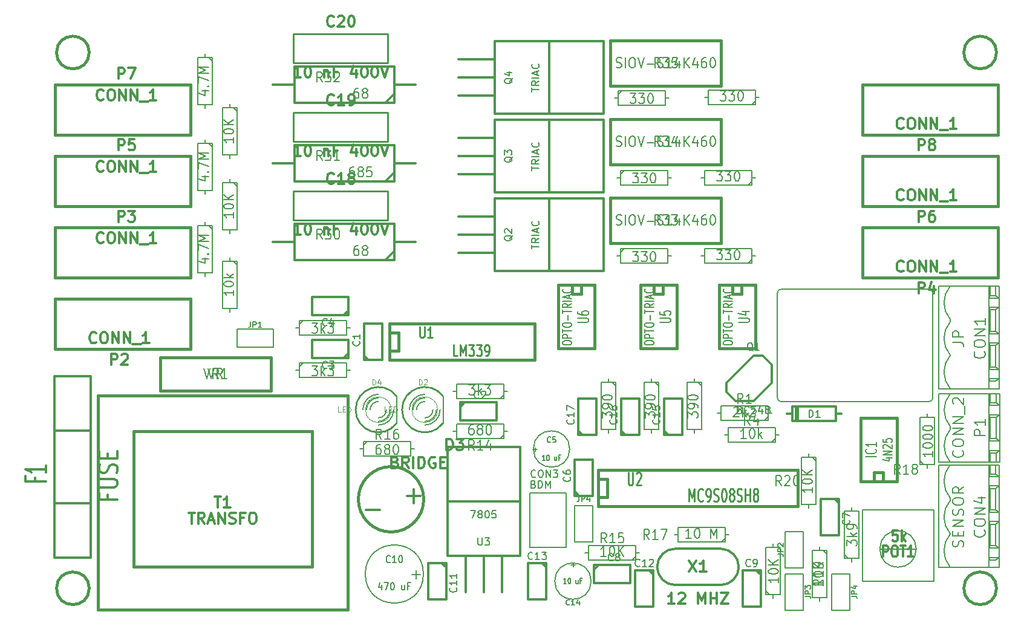
<source format=gto>
G04 (created by PCBNEW (2013-mar-13)-testing) date mar 05 nov 2013 08:38:10 ART*
%MOIN*%
G04 Gerber Fmt 3.4, Leading zero omitted, Abs format*
%FSLAX34Y34*%
G01*
G70*
G90*
G04 APERTURE LIST*
%ADD10C,0.003937*%
%ADD11C,0.005000*%
%ADD12C,0.012000*%
%ADD13C,0.015000*%
%ADD14C,0.008000*%
%ADD15C,0.003000*%
%ADD16C,0.010000*%
%ADD17C,0.006000*%
%ADD18C,0.012500*%
%ADD19C,0.005906*%
%ADD20C,0.009800*%
%ADD21C,0.007500*%
%ADD22C,0.003500*%
%ADD23C,0.011250*%
G04 APERTURE END LIST*
G54D10*
G54D11*
X60843Y-46259D02*
G75*
G03X60843Y-46259I-1001J0D01*
G74*
G01*
X81811Y-50905D02*
X81811Y-50944D01*
X84527Y-52795D02*
X81181Y-52795D01*
X81809Y-50955D02*
G75*
G03X81809Y-52765I1042J-905D01*
G74*
G01*
X84013Y-51585D02*
X83934Y-51723D01*
X84013Y-52371D02*
X83934Y-52233D01*
X84013Y-51585D02*
X84013Y-51072D01*
X84525Y-51723D02*
X83934Y-51723D01*
X84525Y-52233D02*
X83934Y-52233D01*
X83934Y-52233D02*
X83934Y-52371D01*
X83934Y-51723D02*
X83934Y-52795D01*
X83934Y-51585D02*
X83934Y-51723D01*
X84328Y-51585D02*
X84328Y-51072D01*
X84525Y-51723D02*
X84525Y-52795D01*
X84525Y-51072D02*
X84525Y-51723D01*
X84328Y-52371D02*
X84013Y-52371D01*
X84525Y-52233D02*
X84328Y-52371D01*
X84328Y-51585D02*
X84525Y-51723D01*
X84013Y-51585D02*
X84328Y-51585D01*
X83934Y-51585D02*
X83934Y-51072D01*
X84525Y-47135D02*
X81179Y-47135D01*
X81809Y-48946D02*
X81809Y-49104D01*
X81809Y-49104D02*
G75*
G03X81809Y-50914I1042J-905D01*
G74*
G01*
X84013Y-49616D02*
X83934Y-49754D01*
X84013Y-50402D02*
X83934Y-50264D01*
X84013Y-50402D02*
X84013Y-51072D01*
X84013Y-49616D02*
X84013Y-48474D01*
X84525Y-49754D02*
X83934Y-49754D01*
X84525Y-50264D02*
X83934Y-50264D01*
X83934Y-50264D02*
X83934Y-50402D01*
X83934Y-49754D02*
X83934Y-50264D01*
X83934Y-49616D02*
X83934Y-49754D01*
X81179Y-52795D02*
X81179Y-47136D01*
X84328Y-50402D02*
X84328Y-51072D01*
X84328Y-49616D02*
X84328Y-48474D01*
X84525Y-50264D02*
X84525Y-51072D01*
X84525Y-49754D02*
X84525Y-50264D01*
X84525Y-48474D02*
X84525Y-49754D01*
X84328Y-50402D02*
X84013Y-50402D01*
X84525Y-50264D02*
X84328Y-50402D01*
X84328Y-49616D02*
X84525Y-49754D01*
X84013Y-49616D02*
X84328Y-49616D01*
X83934Y-49616D02*
X83934Y-48474D01*
X83934Y-50402D02*
X83934Y-51072D01*
X83934Y-48434D02*
X83934Y-49576D01*
X83934Y-47648D02*
X83934Y-47135D01*
X84013Y-47648D02*
X84328Y-47648D01*
X84328Y-47648D02*
X84525Y-47786D01*
X84525Y-48296D02*
X84328Y-48434D01*
X84328Y-48434D02*
X84013Y-48434D01*
X84525Y-47135D02*
X84525Y-47786D01*
X84525Y-47786D02*
X84525Y-48296D01*
X84525Y-48296D02*
X84525Y-49576D01*
X84328Y-47648D02*
X84328Y-47135D01*
X84328Y-48434D02*
X84328Y-49576D01*
X83934Y-47648D02*
X83934Y-47786D01*
X83934Y-47786D02*
X83934Y-48296D01*
X83934Y-48296D02*
X83934Y-48434D01*
X84525Y-48296D02*
X83934Y-48296D01*
X84525Y-47786D02*
X83934Y-47786D01*
X84013Y-47648D02*
X84013Y-47135D01*
X84013Y-48434D02*
X84013Y-49576D01*
X84013Y-48434D02*
X83934Y-48296D01*
X84013Y-47648D02*
X83934Y-47786D01*
X81809Y-47136D02*
G75*
G03X81809Y-48946I1042J-905D01*
G74*
G01*
X84535Y-46988D02*
X81188Y-46988D01*
X84535Y-43208D02*
X81188Y-43208D01*
X81818Y-45019D02*
X81818Y-45177D01*
X81819Y-45177D02*
G75*
G03X81819Y-46987I1042J-905D01*
G74*
G01*
X84023Y-45689D02*
X83944Y-45827D01*
X84023Y-46475D02*
X83944Y-46337D01*
X84023Y-46475D02*
X84023Y-46988D01*
X84023Y-45689D02*
X84023Y-44547D01*
X84535Y-45827D02*
X83944Y-45827D01*
X84535Y-46337D02*
X83944Y-46337D01*
X83944Y-46337D02*
X83944Y-46475D01*
X83944Y-45827D02*
X83944Y-46337D01*
X83944Y-45689D02*
X83944Y-45827D01*
X81189Y-46988D02*
X81189Y-43209D01*
X84338Y-46475D02*
X84338Y-46988D01*
X84338Y-45689D02*
X84338Y-44547D01*
X84535Y-46337D02*
X84535Y-46988D01*
X84535Y-45827D02*
X84535Y-46337D01*
X84535Y-44547D02*
X84535Y-45827D01*
X84338Y-46475D02*
X84023Y-46475D01*
X84535Y-46337D02*
X84338Y-46475D01*
X84338Y-45689D02*
X84535Y-45827D01*
X84023Y-45689D02*
X84338Y-45689D01*
X83944Y-45689D02*
X83944Y-44547D01*
X83944Y-46475D02*
X83944Y-46988D01*
X83944Y-44507D02*
X83944Y-45649D01*
X83944Y-43721D02*
X83944Y-43208D01*
X84023Y-43721D02*
X84338Y-43721D01*
X84338Y-43721D02*
X84535Y-43859D01*
X84535Y-44369D02*
X84338Y-44507D01*
X84338Y-44507D02*
X84023Y-44507D01*
X84535Y-43208D02*
X84535Y-43859D01*
X84535Y-43859D02*
X84535Y-44369D01*
X84535Y-44369D02*
X84535Y-45649D01*
X84338Y-43721D02*
X84338Y-43208D01*
X84338Y-44507D02*
X84338Y-45649D01*
X83944Y-43721D02*
X83944Y-43859D01*
X83944Y-43859D02*
X83944Y-44369D01*
X83944Y-44369D02*
X83944Y-44507D01*
X84535Y-44369D02*
X83944Y-44369D01*
X84535Y-43859D02*
X83944Y-43859D01*
X84023Y-43721D02*
X84023Y-43208D01*
X84023Y-44507D02*
X84023Y-45649D01*
X84023Y-44507D02*
X83944Y-44369D01*
X84023Y-43721D02*
X83944Y-43859D01*
X81819Y-43209D02*
G75*
G03X81819Y-45019I1042J-905D01*
G74*
G01*
X81811Y-41062D02*
X81811Y-41102D01*
X84527Y-42952D02*
X81181Y-42952D01*
X81809Y-41112D02*
G75*
G03X81809Y-42922I1042J-905D01*
G74*
G01*
X84013Y-41742D02*
X83934Y-41880D01*
X84013Y-42528D02*
X83934Y-42390D01*
X84013Y-41742D02*
X84013Y-41230D01*
X84525Y-41880D02*
X83934Y-41880D01*
X84525Y-42390D02*
X83934Y-42390D01*
X83934Y-42390D02*
X83934Y-42528D01*
X83934Y-41880D02*
X83934Y-42952D01*
X83934Y-41742D02*
X83934Y-41880D01*
X84328Y-41742D02*
X84328Y-41230D01*
X84525Y-41880D02*
X84525Y-42952D01*
X84525Y-41230D02*
X84525Y-41880D01*
X84328Y-42528D02*
X84013Y-42528D01*
X84525Y-42390D02*
X84328Y-42528D01*
X84328Y-41742D02*
X84525Y-41880D01*
X84013Y-41742D02*
X84328Y-41742D01*
X83934Y-41742D02*
X83934Y-41230D01*
X84525Y-37293D02*
X81179Y-37293D01*
X81809Y-39104D02*
X81809Y-39261D01*
X81809Y-39262D02*
G75*
G03X81809Y-41072I1042J-905D01*
G74*
G01*
X84013Y-39774D02*
X83934Y-39912D01*
X84013Y-40560D02*
X83934Y-40422D01*
X84013Y-40560D02*
X84013Y-41230D01*
X84013Y-39774D02*
X84013Y-38632D01*
X84525Y-39912D02*
X83934Y-39912D01*
X84525Y-40422D02*
X83934Y-40422D01*
X83934Y-40422D02*
X83934Y-40560D01*
X83934Y-39912D02*
X83934Y-40422D01*
X83934Y-39774D02*
X83934Y-39912D01*
X81179Y-42952D02*
X81179Y-37293D01*
X84328Y-40560D02*
X84328Y-41230D01*
X84328Y-39774D02*
X84328Y-38632D01*
X84525Y-40422D02*
X84525Y-41230D01*
X84525Y-39912D02*
X84525Y-40422D01*
X84525Y-38632D02*
X84525Y-39912D01*
X84328Y-40560D02*
X84013Y-40560D01*
X84525Y-40422D02*
X84328Y-40560D01*
X84328Y-39774D02*
X84525Y-39912D01*
X84013Y-39774D02*
X84328Y-39774D01*
X83934Y-39774D02*
X83934Y-38632D01*
X83934Y-40560D02*
X83934Y-41230D01*
X83934Y-38591D02*
X83934Y-39733D01*
X83934Y-37805D02*
X83934Y-37293D01*
X84013Y-37805D02*
X84328Y-37805D01*
X84328Y-37805D02*
X84525Y-37943D01*
X84525Y-38453D02*
X84328Y-38591D01*
X84328Y-38591D02*
X84013Y-38591D01*
X84525Y-37293D02*
X84525Y-37943D01*
X84525Y-37943D02*
X84525Y-38453D01*
X84525Y-38453D02*
X84525Y-39733D01*
X84328Y-37805D02*
X84328Y-37293D01*
X84328Y-38591D02*
X84328Y-39733D01*
X83934Y-37805D02*
X83934Y-37943D01*
X83934Y-37943D02*
X83934Y-38453D01*
X83934Y-38453D02*
X83934Y-38591D01*
X84525Y-38453D02*
X83934Y-38453D01*
X84525Y-37943D02*
X83934Y-37943D01*
X84013Y-37805D02*
X84013Y-37293D01*
X84013Y-38591D02*
X84013Y-39733D01*
X84013Y-38591D02*
X83934Y-38453D01*
X84013Y-37805D02*
X83934Y-37943D01*
X81809Y-37293D02*
G75*
G03X81809Y-39103I1042J-905D01*
G74*
G01*
G54D12*
X54724Y-33448D02*
X56724Y-33448D01*
X54724Y-34448D02*
X56724Y-34448D01*
X54724Y-35448D02*
X56724Y-35448D01*
X56724Y-36448D02*
X62724Y-36448D01*
X62724Y-36448D02*
X62724Y-32448D01*
X62724Y-32448D02*
X56724Y-32448D01*
X56724Y-32448D02*
X56724Y-36448D01*
X59724Y-35948D02*
X59724Y-32448D01*
X59724Y-35948D02*
X59724Y-36448D01*
X54724Y-29118D02*
X56724Y-29118D01*
X54724Y-30118D02*
X56724Y-30118D01*
X54724Y-31118D02*
X56724Y-31118D01*
X56724Y-32118D02*
X62724Y-32118D01*
X62724Y-32118D02*
X62724Y-28118D01*
X62724Y-28118D02*
X56724Y-28118D01*
X56724Y-28118D02*
X56724Y-32118D01*
X59724Y-31618D02*
X59724Y-28118D01*
X59724Y-31618D02*
X59724Y-32118D01*
X54724Y-24787D02*
X56724Y-24787D01*
X54724Y-25787D02*
X56724Y-25787D01*
X54724Y-26787D02*
X56724Y-26787D01*
X56724Y-27787D02*
X62724Y-27787D01*
X62724Y-27787D02*
X62724Y-23787D01*
X62724Y-23787D02*
X56724Y-23787D01*
X56724Y-23787D02*
X56724Y-27787D01*
X59724Y-27287D02*
X59724Y-23787D01*
X59724Y-27287D02*
X59724Y-27787D01*
G54D13*
X34364Y-53937D02*
G75*
G03X34364Y-53937I-900J0D01*
G74*
G01*
X84364Y-53937D02*
G75*
G03X84364Y-53937I-900J0D01*
G74*
G01*
X84364Y-24409D02*
G75*
G03X84364Y-24409I-900J0D01*
G74*
G01*
X34364Y-24409D02*
G75*
G03X34364Y-24409I-900J0D01*
G74*
G01*
G54D12*
X49500Y-41334D02*
X49500Y-39354D01*
X49500Y-39354D02*
X50500Y-39354D01*
X50500Y-39354D02*
X50500Y-41354D01*
X50500Y-41354D02*
X49500Y-41354D01*
X49750Y-41354D02*
X49500Y-41104D01*
X54827Y-43692D02*
X56807Y-43692D01*
X56807Y-43692D02*
X56807Y-44692D01*
X56807Y-44692D02*
X54807Y-44692D01*
X54807Y-44692D02*
X54807Y-43692D01*
X54807Y-43942D02*
X55057Y-43692D01*
X48617Y-41248D02*
X46637Y-41248D01*
X46637Y-41248D02*
X46637Y-40248D01*
X46637Y-40248D02*
X48637Y-40248D01*
X48637Y-40248D02*
X48637Y-41248D01*
X48637Y-40998D02*
X48387Y-41248D01*
X48617Y-38885D02*
X46637Y-38885D01*
X46637Y-38885D02*
X46637Y-37885D01*
X46637Y-37885D02*
X48637Y-37885D01*
X48637Y-37885D02*
X48637Y-38885D01*
X48637Y-38635D02*
X48387Y-38885D01*
X61114Y-48814D02*
X61114Y-46834D01*
X61114Y-46834D02*
X62114Y-46834D01*
X62114Y-46834D02*
X62114Y-48834D01*
X62114Y-48834D02*
X61114Y-48834D01*
X61364Y-48834D02*
X61114Y-48584D01*
X75696Y-49020D02*
X75696Y-51000D01*
X75696Y-51000D02*
X74696Y-51000D01*
X74696Y-51000D02*
X74696Y-49000D01*
X74696Y-49000D02*
X75696Y-49000D01*
X75446Y-49000D02*
X75696Y-49250D01*
X62208Y-52649D02*
X64188Y-52649D01*
X64188Y-52649D02*
X64188Y-53649D01*
X64188Y-53649D02*
X62188Y-53649D01*
X62188Y-53649D02*
X62188Y-52649D01*
X62188Y-52899D02*
X62438Y-52649D01*
X71366Y-52957D02*
X71366Y-54937D01*
X71366Y-54937D02*
X70366Y-54937D01*
X70366Y-54937D02*
X70366Y-52937D01*
X70366Y-52937D02*
X71366Y-52937D01*
X71116Y-52937D02*
X71366Y-53187D01*
G54D14*
X52781Y-53149D02*
G75*
G03X52781Y-53149I-1600J0D01*
G74*
G01*
G54D12*
X54043Y-52563D02*
X54043Y-54543D01*
X54043Y-54543D02*
X53043Y-54543D01*
X53043Y-54543D02*
X53043Y-52543D01*
X53043Y-52543D02*
X54043Y-52543D01*
X53793Y-52543D02*
X54043Y-52793D01*
X65460Y-52957D02*
X65460Y-54937D01*
X65460Y-54937D02*
X64460Y-54937D01*
X64460Y-54937D02*
X64460Y-52937D01*
X64460Y-52937D02*
X65460Y-52937D01*
X65210Y-52937D02*
X65460Y-53187D01*
X59555Y-52563D02*
X59555Y-54543D01*
X59555Y-54543D02*
X58555Y-54543D01*
X58555Y-54543D02*
X58555Y-52543D01*
X58555Y-52543D02*
X59555Y-52543D01*
X59305Y-52543D02*
X59555Y-52793D01*
X66035Y-45468D02*
X66035Y-43488D01*
X66035Y-43488D02*
X67035Y-43488D01*
X67035Y-43488D02*
X67035Y-45488D01*
X67035Y-45488D02*
X66035Y-45488D01*
X66285Y-45488D02*
X66035Y-45238D01*
X63673Y-45468D02*
X63673Y-43488D01*
X63673Y-43488D02*
X64673Y-43488D01*
X64673Y-43488D02*
X64673Y-45488D01*
X64673Y-45488D02*
X63673Y-45488D01*
X63923Y-45488D02*
X63673Y-45238D01*
G54D14*
X58645Y-51696D02*
X58645Y-48696D01*
X60645Y-48696D02*
X60645Y-51696D01*
X60645Y-51696D02*
X58645Y-51696D01*
X58645Y-48696D02*
X60645Y-48696D01*
G54D12*
X72830Y-44330D02*
X73130Y-44330D01*
X73130Y-44330D02*
X73130Y-44730D01*
X73130Y-44730D02*
X75530Y-44730D01*
X75530Y-44730D02*
X75530Y-44330D01*
X75530Y-44330D02*
X75830Y-44330D01*
X75530Y-44330D02*
X75530Y-43930D01*
X75530Y-43930D02*
X73130Y-43930D01*
X73130Y-43930D02*
X73130Y-44330D01*
X73330Y-44730D02*
X73330Y-43930D01*
X73430Y-43930D02*
X73430Y-44730D01*
G54D14*
X53875Y-44844D02*
X53875Y-43344D01*
G54D15*
X53563Y-44094D02*
G75*
G03X53563Y-44094I-707J0D01*
G74*
G01*
G54D16*
X53855Y-43343D02*
G75*
G03X53855Y-44844I-999J-751D01*
G74*
G01*
G54D17*
X52855Y-43644D02*
G75*
G03X52405Y-44094I0J-450D01*
G74*
G01*
X52855Y-44544D02*
G75*
G03X53305Y-44094I0J450D01*
G74*
G01*
X52855Y-43444D02*
G75*
G03X52205Y-44094I0J-650D01*
G74*
G01*
X52855Y-44744D02*
G75*
G03X53505Y-44094I0J650D01*
G74*
G01*
X52855Y-43244D02*
G75*
G03X52005Y-44094I0J-850D01*
G74*
G01*
X52855Y-44944D02*
G75*
G03X53705Y-44094I0J850D01*
G74*
G01*
G54D14*
X51316Y-44844D02*
X51316Y-43344D01*
G54D15*
X51003Y-44094D02*
G75*
G03X51003Y-44094I-707J0D01*
G74*
G01*
G54D16*
X51296Y-43343D02*
G75*
G03X51296Y-44844I-999J-751D01*
G74*
G01*
G54D17*
X50296Y-43644D02*
G75*
G03X49846Y-44094I0J-450D01*
G74*
G01*
X50296Y-44544D02*
G75*
G03X50746Y-44094I0J450D01*
G74*
G01*
X50296Y-43444D02*
G75*
G03X49646Y-44094I0J-650D01*
G74*
G01*
X50296Y-44744D02*
G75*
G03X50946Y-44094I0J650D01*
G74*
G01*
X50296Y-43244D02*
G75*
G03X49446Y-44094I0J-850D01*
G74*
G01*
X50296Y-44944D02*
G75*
G03X51146Y-44094I0J850D01*
G74*
G01*
G54D12*
X34464Y-42244D02*
X34464Y-52244D01*
X34464Y-52244D02*
X32464Y-52244D01*
X32464Y-52244D02*
X32464Y-42244D01*
X32464Y-42244D02*
X34464Y-42244D01*
X34464Y-45244D02*
X32464Y-45244D01*
X34464Y-49244D02*
X32464Y-49244D01*
G54D13*
X76874Y-48049D02*
X76874Y-44549D01*
X76874Y-44549D02*
X78874Y-44549D01*
X78874Y-44549D02*
X78874Y-48049D01*
X78874Y-48049D02*
X76874Y-48049D01*
X77624Y-48049D02*
X77624Y-47549D01*
X77624Y-47549D02*
X78124Y-47549D01*
X78124Y-47549D02*
X78124Y-48049D01*
G54D17*
X42503Y-40657D02*
X42503Y-39657D01*
X42503Y-39657D02*
X44503Y-39657D01*
X44503Y-39657D02*
X44503Y-40657D01*
X44503Y-40657D02*
X42503Y-40657D01*
X73728Y-52811D02*
X72728Y-52811D01*
X72728Y-52811D02*
X72728Y-50811D01*
X72728Y-50811D02*
X73728Y-50811D01*
X73728Y-50811D02*
X73728Y-52811D01*
X72728Y-53133D02*
X73728Y-53133D01*
X73728Y-53133D02*
X73728Y-55133D01*
X73728Y-55133D02*
X72728Y-55133D01*
X72728Y-55133D02*
X72728Y-53133D01*
X62114Y-51393D02*
X61114Y-51393D01*
X61114Y-51393D02*
X61114Y-49393D01*
X61114Y-49393D02*
X62114Y-49393D01*
X62114Y-49393D02*
X62114Y-51393D01*
G54D12*
X70972Y-41125D02*
X69472Y-42625D01*
X69472Y-42625D02*
X69472Y-43125D01*
X69472Y-43125D02*
X69972Y-43625D01*
X69972Y-43625D02*
X70972Y-43625D01*
X70972Y-43625D02*
X71972Y-42625D01*
X71972Y-42625D02*
X71972Y-41625D01*
X71972Y-41625D02*
X71472Y-41125D01*
X71472Y-41125D02*
X70972Y-41125D01*
G54D14*
X71972Y-44291D02*
X71772Y-44291D01*
X68972Y-44291D02*
X69172Y-44291D01*
X69172Y-44291D02*
X69172Y-44691D01*
X69172Y-44691D02*
X71772Y-44691D01*
X71772Y-44691D02*
X71772Y-43891D01*
X71772Y-43891D02*
X69172Y-43891D01*
X69172Y-43891D02*
X69172Y-44291D01*
X71772Y-44491D02*
X71572Y-44691D01*
X57405Y-43070D02*
X57205Y-43070D01*
X54405Y-43070D02*
X54605Y-43070D01*
X54605Y-43070D02*
X54605Y-43470D01*
X54605Y-43470D02*
X57205Y-43470D01*
X57205Y-43470D02*
X57205Y-42670D01*
X57205Y-42670D02*
X54605Y-42670D01*
X54605Y-42670D02*
X54605Y-43070D01*
X57205Y-43270D02*
X57005Y-43470D01*
X45744Y-41929D02*
X45944Y-41929D01*
X48744Y-41929D02*
X48544Y-41929D01*
X48544Y-41929D02*
X48544Y-41529D01*
X48544Y-41529D02*
X45944Y-41529D01*
X45944Y-41529D02*
X45944Y-42329D01*
X45944Y-42329D02*
X48544Y-42329D01*
X48544Y-42329D02*
X48544Y-41929D01*
X45944Y-41729D02*
X46144Y-41529D01*
X72366Y-45472D02*
X72166Y-45472D01*
X69366Y-45472D02*
X69566Y-45472D01*
X69566Y-45472D02*
X69566Y-45872D01*
X69566Y-45872D02*
X72166Y-45872D01*
X72166Y-45872D02*
X72166Y-45072D01*
X72166Y-45072D02*
X69566Y-45072D01*
X69566Y-45072D02*
X69566Y-45472D01*
X72166Y-45672D02*
X71966Y-45872D01*
X45744Y-39566D02*
X45944Y-39566D01*
X48744Y-39566D02*
X48544Y-39566D01*
X48544Y-39566D02*
X48544Y-39166D01*
X48544Y-39166D02*
X45944Y-39166D01*
X45944Y-39166D02*
X45944Y-39966D01*
X45944Y-39966D02*
X48544Y-39966D01*
X48544Y-39966D02*
X48544Y-39566D01*
X45944Y-39366D02*
X46144Y-39166D01*
X40748Y-33736D02*
X40748Y-33936D01*
X40748Y-36736D02*
X40748Y-36536D01*
X40748Y-36536D02*
X41148Y-36536D01*
X41148Y-36536D02*
X41148Y-33936D01*
X41148Y-33936D02*
X40348Y-33936D01*
X40348Y-33936D02*
X40348Y-36536D01*
X40348Y-36536D02*
X40748Y-36536D01*
X40948Y-33936D02*
X41148Y-34136D01*
X42125Y-35704D02*
X42125Y-35904D01*
X42125Y-38704D02*
X42125Y-38504D01*
X42125Y-38504D02*
X42525Y-38504D01*
X42525Y-38504D02*
X42525Y-35904D01*
X42525Y-35904D02*
X41725Y-35904D01*
X41725Y-35904D02*
X41725Y-38504D01*
X41725Y-38504D02*
X42125Y-38504D01*
X42325Y-35904D02*
X42525Y-36104D01*
X40748Y-29208D02*
X40748Y-29408D01*
X40748Y-32208D02*
X40748Y-32008D01*
X40748Y-32008D02*
X41148Y-32008D01*
X41148Y-32008D02*
X41148Y-29408D01*
X41148Y-29408D02*
X40348Y-29408D01*
X40348Y-29408D02*
X40348Y-32008D01*
X40348Y-32008D02*
X40748Y-32008D01*
X40948Y-29408D02*
X41148Y-29608D01*
X42125Y-31374D02*
X42125Y-31574D01*
X42125Y-34374D02*
X42125Y-34174D01*
X42125Y-34174D02*
X42525Y-34174D01*
X42525Y-34174D02*
X42525Y-31574D01*
X42525Y-31574D02*
X41725Y-31574D01*
X41725Y-31574D02*
X41725Y-34174D01*
X41725Y-34174D02*
X42125Y-34174D01*
X42325Y-31574D02*
X42525Y-31774D01*
X40748Y-24484D02*
X40748Y-24684D01*
X40748Y-27484D02*
X40748Y-27284D01*
X40748Y-27284D02*
X41148Y-27284D01*
X41148Y-27284D02*
X41148Y-24684D01*
X41148Y-24684D02*
X40348Y-24684D01*
X40348Y-24684D02*
X40348Y-27284D01*
X40348Y-27284D02*
X40748Y-27284D01*
X40948Y-24684D02*
X41148Y-24884D01*
X42125Y-27240D02*
X42125Y-27440D01*
X42125Y-30240D02*
X42125Y-30040D01*
X42125Y-30040D02*
X42525Y-30040D01*
X42525Y-30040D02*
X42525Y-27440D01*
X42525Y-27440D02*
X41725Y-27440D01*
X41725Y-27440D02*
X41725Y-30040D01*
X41725Y-30040D02*
X42125Y-30040D01*
X42325Y-27440D02*
X42525Y-27640D01*
X76377Y-52484D02*
X76377Y-52284D01*
X76377Y-49484D02*
X76377Y-49684D01*
X76377Y-49684D02*
X75977Y-49684D01*
X75977Y-49684D02*
X75977Y-52284D01*
X75977Y-52284D02*
X76777Y-52284D01*
X76777Y-52284D02*
X76777Y-49684D01*
X76777Y-49684D02*
X76377Y-49684D01*
X76177Y-52284D02*
X75977Y-52084D01*
X72047Y-54492D02*
X72047Y-54292D01*
X72047Y-51492D02*
X72047Y-51692D01*
X72047Y-51692D02*
X71647Y-51692D01*
X71647Y-51692D02*
X71647Y-54292D01*
X71647Y-54292D02*
X72447Y-54292D01*
X72447Y-54292D02*
X72447Y-51692D01*
X72447Y-51692D02*
X72047Y-51692D01*
X71847Y-54292D02*
X71647Y-54092D01*
X57405Y-45275D02*
X57205Y-45275D01*
X54405Y-45275D02*
X54605Y-45275D01*
X54605Y-45275D02*
X54605Y-45675D01*
X54605Y-45675D02*
X57205Y-45675D01*
X57205Y-45675D02*
X57205Y-44875D01*
X57205Y-44875D02*
X54605Y-44875D01*
X54605Y-44875D02*
X54605Y-45275D01*
X57205Y-45475D02*
X57005Y-45675D01*
X64688Y-51968D02*
X64488Y-51968D01*
X61688Y-51968D02*
X61888Y-51968D01*
X61888Y-51968D02*
X61888Y-52368D01*
X61888Y-52368D02*
X64488Y-52368D01*
X64488Y-52368D02*
X64488Y-51568D01*
X64488Y-51568D02*
X61888Y-51568D01*
X61888Y-51568D02*
X61888Y-51968D01*
X64488Y-52168D02*
X64288Y-52368D01*
X49287Y-46259D02*
X49487Y-46259D01*
X52287Y-46259D02*
X52087Y-46259D01*
X52087Y-46259D02*
X52087Y-45859D01*
X52087Y-45859D02*
X49487Y-45859D01*
X49487Y-45859D02*
X49487Y-46659D01*
X49487Y-46659D02*
X52087Y-46659D01*
X52087Y-46659D02*
X52087Y-46259D01*
X49487Y-46059D02*
X49687Y-45859D01*
X69610Y-50984D02*
X69410Y-50984D01*
X66610Y-50984D02*
X66810Y-50984D01*
X66810Y-50984D02*
X66810Y-51384D01*
X66810Y-51384D02*
X69410Y-51384D01*
X69410Y-51384D02*
X69410Y-50584D01*
X69410Y-50584D02*
X66810Y-50584D01*
X66810Y-50584D02*
X66810Y-50984D01*
X69410Y-51184D02*
X69210Y-51384D01*
X80551Y-47326D02*
X80551Y-47126D01*
X80551Y-44326D02*
X80551Y-44526D01*
X80551Y-44526D02*
X80151Y-44526D01*
X80151Y-44526D02*
X80151Y-47126D01*
X80151Y-47126D02*
X80951Y-47126D01*
X80951Y-47126D02*
X80951Y-44526D01*
X80951Y-44526D02*
X80551Y-44526D01*
X80351Y-47126D02*
X80151Y-46926D01*
X74606Y-51649D02*
X74606Y-51849D01*
X74606Y-54649D02*
X74606Y-54449D01*
X74606Y-54449D02*
X75006Y-54449D01*
X75006Y-54449D02*
X75006Y-51849D01*
X75006Y-51849D02*
X74206Y-51849D01*
X74206Y-51849D02*
X74206Y-54449D01*
X74206Y-54449D02*
X74606Y-54449D01*
X74806Y-51849D02*
X75006Y-52049D01*
X74015Y-46531D02*
X74015Y-46731D01*
X74015Y-49531D02*
X74015Y-49331D01*
X74015Y-49331D02*
X74415Y-49331D01*
X74415Y-49331D02*
X74415Y-46731D01*
X74415Y-46731D02*
X73615Y-46731D01*
X73615Y-46731D02*
X73615Y-49331D01*
X73615Y-49331D02*
X74015Y-49331D01*
X74215Y-46731D02*
X74415Y-46931D01*
X67716Y-42397D02*
X67716Y-42597D01*
X67716Y-45397D02*
X67716Y-45197D01*
X67716Y-45197D02*
X68116Y-45197D01*
X68116Y-45197D02*
X68116Y-42597D01*
X68116Y-42597D02*
X67316Y-42597D01*
X67316Y-42597D02*
X67316Y-45197D01*
X67316Y-45197D02*
X67716Y-45197D01*
X67916Y-42597D02*
X68116Y-42797D01*
X65354Y-42397D02*
X65354Y-42597D01*
X65354Y-45397D02*
X65354Y-45197D01*
X65354Y-45197D02*
X65754Y-45197D01*
X65754Y-45197D02*
X65754Y-42597D01*
X65754Y-42597D02*
X64954Y-42597D01*
X64954Y-42597D02*
X64954Y-45197D01*
X64954Y-45197D02*
X65354Y-45197D01*
X65554Y-42597D02*
X65754Y-42797D01*
X62992Y-42397D02*
X62992Y-42597D01*
X62992Y-45397D02*
X62992Y-45197D01*
X62992Y-45197D02*
X63392Y-45197D01*
X63392Y-45197D02*
X63392Y-42597D01*
X63392Y-42597D02*
X62592Y-42597D01*
X62592Y-42597D02*
X62592Y-45197D01*
X62592Y-45197D02*
X62992Y-45197D01*
X63192Y-42597D02*
X63392Y-42797D01*
X63460Y-35629D02*
X63660Y-35629D01*
X66460Y-35629D02*
X66260Y-35629D01*
X66260Y-35629D02*
X66260Y-35229D01*
X66260Y-35229D02*
X63660Y-35229D01*
X63660Y-35229D02*
X63660Y-36029D01*
X63660Y-36029D02*
X66260Y-36029D01*
X66260Y-36029D02*
X66260Y-35629D01*
X63660Y-35429D02*
X63860Y-35229D01*
X71086Y-35629D02*
X70886Y-35629D01*
X68086Y-35629D02*
X68286Y-35629D01*
X68286Y-35629D02*
X68286Y-36029D01*
X68286Y-36029D02*
X70886Y-36029D01*
X70886Y-36029D02*
X70886Y-35229D01*
X70886Y-35229D02*
X68286Y-35229D01*
X68286Y-35229D02*
X68286Y-35629D01*
X70886Y-35829D02*
X70686Y-36029D01*
X63460Y-31299D02*
X63660Y-31299D01*
X66460Y-31299D02*
X66260Y-31299D01*
X66260Y-31299D02*
X66260Y-30899D01*
X66260Y-30899D02*
X63660Y-30899D01*
X63660Y-30899D02*
X63660Y-31699D01*
X63660Y-31699D02*
X66260Y-31699D01*
X66260Y-31699D02*
X66260Y-31299D01*
X63660Y-31099D02*
X63860Y-30899D01*
X71086Y-31299D02*
X70886Y-31299D01*
X68086Y-31299D02*
X68286Y-31299D01*
X68286Y-31299D02*
X68286Y-31699D01*
X68286Y-31699D02*
X70886Y-31699D01*
X70886Y-31699D02*
X70886Y-30899D01*
X70886Y-30899D02*
X68286Y-30899D01*
X68286Y-30899D02*
X68286Y-31299D01*
X70886Y-31499D02*
X70686Y-31699D01*
X63318Y-26913D02*
X63518Y-26913D01*
X66318Y-26913D02*
X66118Y-26913D01*
X66118Y-26913D02*
X66118Y-26513D01*
X66118Y-26513D02*
X63518Y-26513D01*
X63518Y-26513D02*
X63518Y-27313D01*
X63518Y-27313D02*
X66118Y-27313D01*
X66118Y-27313D02*
X66118Y-26913D01*
X63518Y-26713D02*
X63718Y-26513D01*
X71283Y-26870D02*
X71083Y-26870D01*
X68283Y-26870D02*
X68483Y-26870D01*
X68483Y-26870D02*
X68483Y-27270D01*
X68483Y-27270D02*
X71083Y-27270D01*
X71083Y-27270D02*
X71083Y-26470D01*
X71083Y-26470D02*
X68483Y-26470D01*
X68483Y-26470D02*
X68483Y-26870D01*
X71083Y-27070D02*
X70883Y-27270D01*
G54D13*
X50921Y-39354D02*
X58921Y-39354D01*
X58921Y-41354D02*
X50921Y-41354D01*
X50921Y-41354D02*
X50921Y-39354D01*
X50921Y-39854D02*
X51421Y-39854D01*
X51421Y-39854D02*
X51421Y-40854D01*
X51421Y-40854D02*
X50921Y-40854D01*
X58921Y-39354D02*
X58921Y-41354D01*
X62413Y-47925D02*
X62913Y-47925D01*
X62913Y-47925D02*
X62913Y-48925D01*
X62913Y-48925D02*
X62413Y-48925D01*
X62413Y-47425D02*
X73413Y-47425D01*
X73413Y-47425D02*
X73413Y-49425D01*
X73413Y-49425D02*
X62413Y-49425D01*
X62413Y-49425D02*
X62413Y-47425D01*
G54D12*
X55102Y-54133D02*
X55102Y-52133D01*
X56102Y-54133D02*
X56102Y-52133D01*
X57102Y-54133D02*
X57102Y-52133D01*
X58102Y-52133D02*
X58102Y-46133D01*
X58102Y-46133D02*
X54102Y-46133D01*
X54102Y-46133D02*
X54102Y-52133D01*
X54102Y-52133D02*
X58102Y-52133D01*
X57602Y-49133D02*
X54102Y-49133D01*
X57602Y-49133D02*
X58102Y-49133D01*
G54D13*
X71078Y-37226D02*
X71078Y-40726D01*
X71078Y-40726D02*
X69078Y-40726D01*
X69078Y-40726D02*
X69078Y-37226D01*
X69078Y-37226D02*
X71078Y-37226D01*
X70328Y-37226D02*
X70328Y-37726D01*
X70328Y-37726D02*
X69828Y-37726D01*
X69828Y-37726D02*
X69828Y-37226D01*
X66748Y-37226D02*
X66748Y-40726D01*
X66748Y-40726D02*
X64748Y-40726D01*
X64748Y-40726D02*
X64748Y-37226D01*
X64748Y-37226D02*
X66748Y-37226D01*
X65998Y-37226D02*
X65998Y-37726D01*
X65998Y-37726D02*
X65498Y-37726D01*
X65498Y-37726D02*
X65498Y-37226D01*
X62220Y-37226D02*
X62220Y-40726D01*
X62220Y-40726D02*
X60220Y-40726D01*
X60220Y-40726D02*
X60220Y-37226D01*
X60220Y-37226D02*
X62220Y-37226D01*
X61470Y-37226D02*
X61470Y-37726D01*
X61470Y-37726D02*
X60970Y-37726D01*
X60970Y-37726D02*
X60970Y-37226D01*
G54D18*
X69163Y-51755D02*
X66663Y-51755D01*
X69163Y-53755D02*
X66663Y-53755D01*
X65663Y-52755D02*
G75*
G03X66663Y-53755I1000J0D01*
G74*
G01*
X66663Y-51755D02*
G75*
G03X65663Y-52755I0J-1000D01*
G74*
G01*
X69163Y-53755D02*
G75*
G03X70163Y-52755I0J1000D01*
G74*
G01*
X70163Y-52755D02*
G75*
G03X69163Y-51755I-1000J0D01*
G74*
G01*
G54D12*
X45669Y-34842D02*
X44488Y-34842D01*
X51181Y-34842D02*
X52362Y-34842D01*
X45675Y-33842D02*
X51175Y-33842D01*
X51175Y-35842D02*
X45675Y-35842D01*
X51175Y-35342D02*
X50675Y-35842D01*
X45675Y-35842D02*
X45675Y-33842D01*
X51175Y-35842D02*
X51175Y-33842D01*
X45669Y-30511D02*
X44488Y-30511D01*
X51181Y-30511D02*
X52362Y-30511D01*
X45675Y-29511D02*
X51175Y-29511D01*
X51175Y-31511D02*
X45675Y-31511D01*
X51175Y-31011D02*
X50675Y-31511D01*
X45675Y-31511D02*
X45675Y-29511D01*
X51175Y-31511D02*
X51175Y-29511D01*
X45669Y-26181D02*
X44488Y-26181D01*
X51181Y-26181D02*
X52362Y-26181D01*
X45675Y-25181D02*
X51175Y-25181D01*
X51175Y-27181D02*
X45675Y-27181D01*
X51175Y-26681D02*
X50675Y-27181D01*
X45675Y-27181D02*
X45675Y-25181D01*
X51175Y-27181D02*
X51175Y-25181D01*
G54D19*
X77952Y-51771D02*
X79921Y-51771D01*
X79940Y-51771D02*
G75*
G03X79940Y-51771I-1003J0D01*
G74*
G01*
X80905Y-51574D02*
X80905Y-49606D01*
X80905Y-49606D02*
X76968Y-49606D01*
X76968Y-49606D02*
X76968Y-53543D01*
X76968Y-53543D02*
X80905Y-53543D01*
X80905Y-53543D02*
X80905Y-51574D01*
G54D13*
X52802Y-49031D02*
G75*
G03X52802Y-49031I-1802J0D01*
G74*
G01*
X36220Y-37992D02*
X32480Y-37992D01*
X32480Y-37992D02*
X32480Y-40748D01*
X32480Y-40748D02*
X39960Y-40748D01*
X39960Y-40748D02*
X39960Y-37992D01*
X39960Y-37992D02*
X36220Y-37992D01*
X36220Y-36811D02*
X39960Y-36811D01*
X39960Y-36811D02*
X39960Y-34055D01*
X39960Y-34055D02*
X32480Y-34055D01*
X32480Y-34055D02*
X32480Y-36811D01*
X32480Y-36811D02*
X36220Y-36811D01*
X80708Y-34055D02*
X76968Y-34055D01*
X76968Y-34055D02*
X76968Y-36811D01*
X76968Y-36811D02*
X84448Y-36811D01*
X84448Y-36811D02*
X84448Y-34055D01*
X84448Y-34055D02*
X80708Y-34055D01*
X36220Y-32874D02*
X39960Y-32874D01*
X39960Y-32874D02*
X39960Y-30118D01*
X39960Y-30118D02*
X32480Y-30118D01*
X32480Y-30118D02*
X32480Y-32874D01*
X32480Y-32874D02*
X36220Y-32874D01*
X80708Y-30118D02*
X76968Y-30118D01*
X76968Y-30118D02*
X76968Y-32874D01*
X76968Y-32874D02*
X84448Y-32874D01*
X84448Y-32874D02*
X84448Y-30118D01*
X84448Y-30118D02*
X80708Y-30118D01*
X36220Y-28937D02*
X39960Y-28937D01*
X39960Y-28937D02*
X39960Y-26181D01*
X39960Y-26181D02*
X32480Y-26181D01*
X32480Y-26181D02*
X32480Y-28937D01*
X32480Y-28937D02*
X36220Y-28937D01*
X80708Y-26181D02*
X76968Y-26181D01*
X76968Y-26181D02*
X76968Y-28937D01*
X76968Y-28937D02*
X84448Y-28937D01*
X84448Y-28937D02*
X84448Y-26181D01*
X84448Y-26181D02*
X80708Y-26181D01*
X69192Y-28070D02*
X63090Y-28070D01*
X63090Y-28070D02*
X63090Y-30590D01*
X63090Y-30590D02*
X69192Y-30590D01*
X69192Y-30590D02*
X69192Y-28070D01*
X69192Y-23740D02*
X63090Y-23740D01*
X63090Y-23740D02*
X63090Y-26260D01*
X63090Y-26260D02*
X69192Y-26260D01*
X69192Y-26260D02*
X69192Y-23740D01*
G54D14*
X80625Y-43661D02*
X72523Y-43661D01*
X72283Y-43421D02*
X72283Y-37681D01*
X72523Y-37441D02*
X80625Y-37441D01*
X80865Y-37681D02*
X80865Y-43421D01*
X80625Y-43661D02*
G75*
G03X80865Y-43421I0J240D01*
G74*
G01*
X72283Y-43421D02*
G75*
G03X72523Y-43661I240J0D01*
G74*
G01*
X72523Y-37441D02*
G75*
G03X72283Y-37681I0J-240D01*
G74*
G01*
X80865Y-37681D02*
G75*
G03X80625Y-37441I-240J0D01*
G74*
G01*
G54D13*
X38287Y-41200D02*
X44389Y-41200D01*
X44389Y-41200D02*
X44389Y-43050D01*
X44389Y-43050D02*
X38287Y-43050D01*
X38287Y-43050D02*
X38287Y-41200D01*
X69192Y-32401D02*
X63090Y-32401D01*
X63090Y-32401D02*
X63090Y-34921D01*
X63090Y-34921D02*
X69192Y-34921D01*
X69192Y-34921D02*
X69192Y-32401D01*
X36811Y-52755D02*
X46653Y-52755D01*
X46653Y-52755D02*
X46653Y-45275D01*
X46653Y-45275D02*
X36811Y-45275D01*
X36811Y-45275D02*
X36811Y-52755D01*
X48622Y-49212D02*
X48622Y-43307D01*
X48622Y-43307D02*
X41732Y-43307D01*
X41732Y-43307D02*
X34842Y-43307D01*
X34842Y-43307D02*
X34842Y-49212D01*
X34842Y-49212D02*
X34842Y-55118D01*
X34842Y-55118D02*
X48622Y-55118D01*
X48622Y-55118D02*
X48622Y-49212D01*
G54D20*
X50828Y-33654D02*
X45628Y-33654D01*
X45628Y-32054D02*
X50828Y-32054D01*
X50828Y-33654D02*
X50828Y-32054D01*
X45628Y-32054D02*
X45628Y-33654D01*
X50828Y-29323D02*
X45628Y-29323D01*
X45628Y-27723D02*
X50828Y-27723D01*
X50828Y-29323D02*
X50828Y-27723D01*
X45628Y-27723D02*
X45628Y-29323D01*
G54D12*
X61311Y-45468D02*
X61311Y-43488D01*
X61311Y-43488D02*
X62311Y-43488D01*
X62311Y-43488D02*
X62311Y-45488D01*
X62311Y-45488D02*
X61311Y-45488D01*
X61561Y-45488D02*
X61311Y-45238D01*
G54D20*
X50828Y-24992D02*
X45628Y-24992D01*
X45628Y-23392D02*
X50828Y-23392D01*
X50828Y-24992D02*
X50828Y-23392D01*
X45628Y-23392D02*
X45628Y-24992D01*
G54D11*
X62024Y-53543D02*
G75*
G03X62024Y-53543I-1001J0D01*
G74*
G01*
G54D17*
X75287Y-53133D02*
X76287Y-53133D01*
X76287Y-53133D02*
X76287Y-55133D01*
X76287Y-55133D02*
X75287Y-55133D01*
X75287Y-55133D02*
X75287Y-53133D01*
G54D11*
X59792Y-45867D02*
X59778Y-45882D01*
X59735Y-45896D01*
X59706Y-45896D01*
X59663Y-45882D01*
X59635Y-45853D01*
X59621Y-45825D01*
X59606Y-45767D01*
X59606Y-45725D01*
X59621Y-45667D01*
X59635Y-45639D01*
X59663Y-45610D01*
X59706Y-45596D01*
X59735Y-45596D01*
X59778Y-45610D01*
X59792Y-45625D01*
X60063Y-45596D02*
X59921Y-45596D01*
X59906Y-45739D01*
X59921Y-45725D01*
X59949Y-45710D01*
X60021Y-45710D01*
X60049Y-45725D01*
X60063Y-45739D01*
X60078Y-45767D01*
X60078Y-45839D01*
X60063Y-45867D01*
X60049Y-45882D01*
X60021Y-45896D01*
X59949Y-45896D01*
X59921Y-45882D01*
X59906Y-45867D01*
X59479Y-46895D02*
X59336Y-46895D01*
X59407Y-46895D02*
X59407Y-46595D01*
X59384Y-46638D01*
X59360Y-46666D01*
X59336Y-46681D01*
X59634Y-46595D02*
X59657Y-46595D01*
X59681Y-46609D01*
X59693Y-46624D01*
X59705Y-46652D01*
X59717Y-46709D01*
X59717Y-46781D01*
X59705Y-46838D01*
X59693Y-46866D01*
X59681Y-46881D01*
X59657Y-46895D01*
X59634Y-46895D01*
X59610Y-46881D01*
X59598Y-46866D01*
X59586Y-46838D01*
X59574Y-46781D01*
X59574Y-46709D01*
X59586Y-46652D01*
X59598Y-46624D01*
X59610Y-46609D01*
X59634Y-46595D01*
X60122Y-46695D02*
X60122Y-46895D01*
X60015Y-46695D02*
X60015Y-46852D01*
X60027Y-46881D01*
X60050Y-46895D01*
X60086Y-46895D01*
X60110Y-46881D01*
X60122Y-46866D01*
X60324Y-46738D02*
X60241Y-46738D01*
X60241Y-46895D02*
X60241Y-46595D01*
X60360Y-46595D01*
G54D21*
X58828Y-46281D02*
X59056Y-46281D01*
X58942Y-46395D02*
X58942Y-46166D01*
G54D14*
G54D19*
X83678Y-50728D02*
X83707Y-50757D01*
X83735Y-50842D01*
X83735Y-50899D01*
X83707Y-50985D01*
X83650Y-51042D01*
X83593Y-51071D01*
X83478Y-51099D01*
X83393Y-51099D01*
X83278Y-51071D01*
X83221Y-51042D01*
X83164Y-50985D01*
X83135Y-50899D01*
X83135Y-50842D01*
X83164Y-50757D01*
X83193Y-50728D01*
X83135Y-50357D02*
X83135Y-50242D01*
X83164Y-50185D01*
X83221Y-50128D01*
X83335Y-50099D01*
X83535Y-50099D01*
X83650Y-50128D01*
X83707Y-50185D01*
X83735Y-50242D01*
X83735Y-50357D01*
X83707Y-50414D01*
X83650Y-50471D01*
X83535Y-50499D01*
X83335Y-50499D01*
X83221Y-50471D01*
X83164Y-50414D01*
X83135Y-50357D01*
X83735Y-49842D02*
X83135Y-49842D01*
X83735Y-49500D01*
X83135Y-49500D01*
X83335Y-48957D02*
X83735Y-48957D01*
X83107Y-49100D02*
X83535Y-49242D01*
X83535Y-48871D01*
X82526Y-51657D02*
X82554Y-51571D01*
X82554Y-51428D01*
X82526Y-51371D01*
X82497Y-51342D01*
X82440Y-51314D01*
X82383Y-51314D01*
X82326Y-51342D01*
X82297Y-51371D01*
X82269Y-51428D01*
X82240Y-51542D01*
X82212Y-51599D01*
X82183Y-51628D01*
X82126Y-51657D01*
X82069Y-51657D01*
X82012Y-51628D01*
X81983Y-51599D01*
X81954Y-51542D01*
X81954Y-51399D01*
X81983Y-51314D01*
X82240Y-51057D02*
X82240Y-50857D01*
X82554Y-50771D02*
X82554Y-51057D01*
X81954Y-51057D01*
X81954Y-50771D01*
X82554Y-50514D02*
X81954Y-50514D01*
X82554Y-50171D01*
X81954Y-50171D01*
X82526Y-49914D02*
X82554Y-49828D01*
X82554Y-49685D01*
X82526Y-49628D01*
X82497Y-49600D01*
X82440Y-49571D01*
X82383Y-49571D01*
X82326Y-49600D01*
X82297Y-49628D01*
X82269Y-49685D01*
X82240Y-49800D01*
X82212Y-49857D01*
X82183Y-49885D01*
X82126Y-49914D01*
X82069Y-49914D01*
X82012Y-49885D01*
X81983Y-49857D01*
X81954Y-49800D01*
X81954Y-49657D01*
X81983Y-49571D01*
X81954Y-49199D02*
X81954Y-49085D01*
X81983Y-49028D01*
X82040Y-48971D01*
X82154Y-48942D01*
X82354Y-48942D01*
X82469Y-48971D01*
X82526Y-49028D01*
X82554Y-49085D01*
X82554Y-49199D01*
X82526Y-49257D01*
X82469Y-49314D01*
X82354Y-49342D01*
X82154Y-49342D01*
X82040Y-49314D01*
X81983Y-49257D01*
X81954Y-49199D01*
X82554Y-48342D02*
X82269Y-48542D01*
X82554Y-48685D02*
X81954Y-48685D01*
X81954Y-48457D01*
X81983Y-48400D01*
X82012Y-48371D01*
X82069Y-48342D01*
X82154Y-48342D01*
X82212Y-48371D01*
X82240Y-48400D01*
X82269Y-48457D01*
X82269Y-48685D01*
X83735Y-45521D02*
X83135Y-45521D01*
X83135Y-45293D01*
X83164Y-45235D01*
X83193Y-45207D01*
X83250Y-45178D01*
X83335Y-45178D01*
X83393Y-45207D01*
X83421Y-45235D01*
X83450Y-45293D01*
X83450Y-45521D01*
X83735Y-44607D02*
X83735Y-44950D01*
X83735Y-44778D02*
X83135Y-44778D01*
X83221Y-44835D01*
X83278Y-44893D01*
X83307Y-44950D01*
X82497Y-46350D02*
X82526Y-46378D01*
X82554Y-46464D01*
X82554Y-46521D01*
X82526Y-46607D01*
X82469Y-46664D01*
X82412Y-46693D01*
X82297Y-46721D01*
X82212Y-46721D01*
X82097Y-46693D01*
X82040Y-46664D01*
X81983Y-46607D01*
X81954Y-46521D01*
X81954Y-46464D01*
X81983Y-46378D01*
X82012Y-46350D01*
X81954Y-45978D02*
X81954Y-45864D01*
X81983Y-45807D01*
X82040Y-45750D01*
X82154Y-45721D01*
X82354Y-45721D01*
X82469Y-45750D01*
X82526Y-45807D01*
X82554Y-45864D01*
X82554Y-45978D01*
X82526Y-46035D01*
X82469Y-46093D01*
X82354Y-46121D01*
X82154Y-46121D01*
X82040Y-46093D01*
X81983Y-46035D01*
X81954Y-45978D01*
X82554Y-45464D02*
X81954Y-45464D01*
X82554Y-45121D01*
X81954Y-45121D01*
X82554Y-44835D02*
X81954Y-44835D01*
X82554Y-44493D01*
X81954Y-44493D01*
X82612Y-44350D02*
X82612Y-43893D01*
X82012Y-43778D02*
X81983Y-43750D01*
X81954Y-43693D01*
X81954Y-43550D01*
X81983Y-43493D01*
X82012Y-43464D01*
X82069Y-43435D01*
X82126Y-43435D01*
X82212Y-43464D01*
X82554Y-43807D01*
X82554Y-43435D01*
X83678Y-40886D02*
X83707Y-40914D01*
X83735Y-41000D01*
X83735Y-41057D01*
X83707Y-41143D01*
X83650Y-41200D01*
X83593Y-41228D01*
X83478Y-41257D01*
X83393Y-41257D01*
X83278Y-41228D01*
X83221Y-41200D01*
X83164Y-41143D01*
X83135Y-41057D01*
X83135Y-41000D01*
X83164Y-40914D01*
X83193Y-40886D01*
X83135Y-40514D02*
X83135Y-40400D01*
X83164Y-40343D01*
X83221Y-40286D01*
X83335Y-40257D01*
X83535Y-40257D01*
X83650Y-40286D01*
X83707Y-40343D01*
X83735Y-40400D01*
X83735Y-40514D01*
X83707Y-40571D01*
X83650Y-40628D01*
X83535Y-40657D01*
X83335Y-40657D01*
X83221Y-40628D01*
X83164Y-40571D01*
X83135Y-40514D01*
X83735Y-40000D02*
X83135Y-40000D01*
X83735Y-39657D01*
X83135Y-39657D01*
X83735Y-39057D02*
X83735Y-39400D01*
X83735Y-39228D02*
X83135Y-39228D01*
X83221Y-39286D01*
X83278Y-39343D01*
X83307Y-39400D01*
X81954Y-40371D02*
X82383Y-40371D01*
X82469Y-40400D01*
X82526Y-40457D01*
X82554Y-40543D01*
X82554Y-40600D01*
X82554Y-40086D02*
X81954Y-40086D01*
X81954Y-39857D01*
X81983Y-39800D01*
X82012Y-39771D01*
X82069Y-39743D01*
X82154Y-39743D01*
X82212Y-39771D01*
X82240Y-39800D01*
X82269Y-39857D01*
X82269Y-40086D01*
G54D14*
X57693Y-34486D02*
X57674Y-34525D01*
X57636Y-34563D01*
X57579Y-34620D01*
X57560Y-34658D01*
X57560Y-34696D01*
X57655Y-34677D02*
X57636Y-34715D01*
X57598Y-34753D01*
X57522Y-34772D01*
X57388Y-34772D01*
X57312Y-34753D01*
X57274Y-34715D01*
X57255Y-34677D01*
X57255Y-34601D01*
X57274Y-34563D01*
X57312Y-34525D01*
X57388Y-34505D01*
X57522Y-34505D01*
X57598Y-34525D01*
X57636Y-34563D01*
X57655Y-34601D01*
X57655Y-34677D01*
X57293Y-34353D02*
X57274Y-34334D01*
X57255Y-34296D01*
X57255Y-34201D01*
X57274Y-34163D01*
X57293Y-34144D01*
X57331Y-34125D01*
X57369Y-34125D01*
X57426Y-34144D01*
X57655Y-34372D01*
X57655Y-34125D01*
X58755Y-35229D02*
X58755Y-35001D01*
X59155Y-35115D02*
X58755Y-35115D01*
X59155Y-34639D02*
X58964Y-34772D01*
X59155Y-34867D02*
X58755Y-34867D01*
X58755Y-34715D01*
X58774Y-34677D01*
X58793Y-34658D01*
X58831Y-34639D01*
X58888Y-34639D01*
X58926Y-34658D01*
X58945Y-34677D01*
X58964Y-34715D01*
X58964Y-34867D01*
X59155Y-34467D02*
X58755Y-34467D01*
X59041Y-34296D02*
X59041Y-34105D01*
X59155Y-34334D02*
X58755Y-34201D01*
X59155Y-34067D01*
X59117Y-33705D02*
X59136Y-33725D01*
X59155Y-33782D01*
X59155Y-33820D01*
X59136Y-33877D01*
X59098Y-33915D01*
X59060Y-33934D01*
X58983Y-33953D01*
X58926Y-33953D01*
X58850Y-33934D01*
X58812Y-33915D01*
X58774Y-33877D01*
X58755Y-33820D01*
X58755Y-33782D01*
X58774Y-33725D01*
X58793Y-33705D01*
X57693Y-30156D02*
X57674Y-30194D01*
X57636Y-30232D01*
X57579Y-30289D01*
X57560Y-30327D01*
X57560Y-30365D01*
X57655Y-30346D02*
X57636Y-30384D01*
X57598Y-30422D01*
X57522Y-30441D01*
X57388Y-30441D01*
X57312Y-30422D01*
X57274Y-30384D01*
X57255Y-30346D01*
X57255Y-30270D01*
X57274Y-30232D01*
X57312Y-30194D01*
X57388Y-30175D01*
X57522Y-30175D01*
X57598Y-30194D01*
X57636Y-30232D01*
X57655Y-30270D01*
X57655Y-30346D01*
X57255Y-30041D02*
X57255Y-29794D01*
X57407Y-29927D01*
X57407Y-29870D01*
X57426Y-29832D01*
X57445Y-29813D01*
X57483Y-29794D01*
X57579Y-29794D01*
X57617Y-29813D01*
X57636Y-29832D01*
X57655Y-29870D01*
X57655Y-29984D01*
X57636Y-30022D01*
X57617Y-30041D01*
X58755Y-30899D02*
X58755Y-30670D01*
X59155Y-30784D02*
X58755Y-30784D01*
X59155Y-30308D02*
X58964Y-30441D01*
X59155Y-30537D02*
X58755Y-30537D01*
X58755Y-30384D01*
X58774Y-30346D01*
X58793Y-30327D01*
X58831Y-30308D01*
X58888Y-30308D01*
X58926Y-30327D01*
X58945Y-30346D01*
X58964Y-30384D01*
X58964Y-30537D01*
X59155Y-30137D02*
X58755Y-30137D01*
X59041Y-29965D02*
X59041Y-29775D01*
X59155Y-30003D02*
X58755Y-29870D01*
X59155Y-29737D01*
X59117Y-29375D02*
X59136Y-29394D01*
X59155Y-29451D01*
X59155Y-29489D01*
X59136Y-29546D01*
X59098Y-29584D01*
X59060Y-29603D01*
X58983Y-29622D01*
X58926Y-29622D01*
X58850Y-29603D01*
X58812Y-29584D01*
X58774Y-29546D01*
X58755Y-29489D01*
X58755Y-29451D01*
X58774Y-29394D01*
X58793Y-29375D01*
X57693Y-25825D02*
X57674Y-25863D01*
X57636Y-25901D01*
X57579Y-25958D01*
X57560Y-25996D01*
X57560Y-26035D01*
X57655Y-26015D02*
X57636Y-26054D01*
X57598Y-26092D01*
X57522Y-26111D01*
X57388Y-26111D01*
X57312Y-26092D01*
X57274Y-26054D01*
X57255Y-26015D01*
X57255Y-25939D01*
X57274Y-25901D01*
X57312Y-25863D01*
X57388Y-25844D01*
X57522Y-25844D01*
X57598Y-25863D01*
X57636Y-25901D01*
X57655Y-25939D01*
X57655Y-26015D01*
X57388Y-25501D02*
X57655Y-25501D01*
X57236Y-25596D02*
X57522Y-25692D01*
X57522Y-25444D01*
X58755Y-26568D02*
X58755Y-26339D01*
X59155Y-26454D02*
X58755Y-26454D01*
X59155Y-25977D02*
X58964Y-26111D01*
X59155Y-26206D02*
X58755Y-26206D01*
X58755Y-26054D01*
X58774Y-26015D01*
X58793Y-25996D01*
X58831Y-25977D01*
X58888Y-25977D01*
X58926Y-25996D01*
X58945Y-26015D01*
X58964Y-26054D01*
X58964Y-26206D01*
X59155Y-25806D02*
X58755Y-25806D01*
X59041Y-25635D02*
X59041Y-25444D01*
X59155Y-25673D02*
X58755Y-25539D01*
X59155Y-25406D01*
X59117Y-25044D02*
X59136Y-25063D01*
X59155Y-25120D01*
X59155Y-25158D01*
X59136Y-25215D01*
X59098Y-25254D01*
X59060Y-25273D01*
X58983Y-25292D01*
X58926Y-25292D01*
X58850Y-25273D01*
X58812Y-25254D01*
X58774Y-25215D01*
X58755Y-25158D01*
X58755Y-25120D01*
X58774Y-25063D01*
X58793Y-25044D01*
X49242Y-40320D02*
X49261Y-40340D01*
X49280Y-40397D01*
X49280Y-40435D01*
X49261Y-40492D01*
X49223Y-40530D01*
X49185Y-40549D01*
X49109Y-40568D01*
X49052Y-40568D01*
X48976Y-40549D01*
X48938Y-40530D01*
X48900Y-40492D01*
X48880Y-40435D01*
X48880Y-40397D01*
X48900Y-40340D01*
X48919Y-40320D01*
X49280Y-39940D02*
X49280Y-40168D01*
X49280Y-40054D02*
X48880Y-40054D01*
X48938Y-40092D01*
X48976Y-40130D01*
X48995Y-40168D01*
X55840Y-43435D02*
X55821Y-43454D01*
X55764Y-43473D01*
X55726Y-43473D01*
X55668Y-43454D01*
X55630Y-43416D01*
X55611Y-43378D01*
X55592Y-43302D01*
X55592Y-43245D01*
X55611Y-43169D01*
X55630Y-43131D01*
X55668Y-43092D01*
X55726Y-43073D01*
X55764Y-43073D01*
X55821Y-43092D01*
X55840Y-43111D01*
X55992Y-43111D02*
X56011Y-43092D01*
X56049Y-43073D01*
X56145Y-43073D01*
X56183Y-43092D01*
X56202Y-43111D01*
X56221Y-43150D01*
X56221Y-43188D01*
X56202Y-43245D01*
X55973Y-43473D01*
X56221Y-43473D01*
X47471Y-41790D02*
X47452Y-41809D01*
X47394Y-41828D01*
X47356Y-41828D01*
X47299Y-41809D01*
X47261Y-41771D01*
X47242Y-41733D01*
X47223Y-41657D01*
X47223Y-41600D01*
X47242Y-41524D01*
X47261Y-41486D01*
X47299Y-41448D01*
X47356Y-41428D01*
X47394Y-41428D01*
X47452Y-41448D01*
X47471Y-41467D01*
X47604Y-41428D02*
X47852Y-41428D01*
X47718Y-41581D01*
X47775Y-41581D01*
X47813Y-41600D01*
X47833Y-41619D01*
X47852Y-41657D01*
X47852Y-41752D01*
X47833Y-41790D01*
X47813Y-41809D01*
X47775Y-41828D01*
X47661Y-41828D01*
X47623Y-41809D01*
X47604Y-41790D01*
X47471Y-39428D02*
X47452Y-39447D01*
X47394Y-39466D01*
X47356Y-39466D01*
X47299Y-39447D01*
X47261Y-39409D01*
X47242Y-39371D01*
X47223Y-39295D01*
X47223Y-39238D01*
X47242Y-39162D01*
X47261Y-39123D01*
X47299Y-39085D01*
X47356Y-39066D01*
X47394Y-39066D01*
X47452Y-39085D01*
X47471Y-39104D01*
X47813Y-39200D02*
X47813Y-39466D01*
X47718Y-39047D02*
X47623Y-39333D01*
X47871Y-39333D01*
X60857Y-47801D02*
X60876Y-47820D01*
X60895Y-47877D01*
X60895Y-47915D01*
X60876Y-47972D01*
X60837Y-48010D01*
X60799Y-48029D01*
X60723Y-48048D01*
X60666Y-48048D01*
X60590Y-48029D01*
X60552Y-48010D01*
X60514Y-47972D01*
X60495Y-47915D01*
X60495Y-47877D01*
X60514Y-47820D01*
X60533Y-47801D01*
X60495Y-47458D02*
X60495Y-47534D01*
X60514Y-47572D01*
X60533Y-47591D01*
X60590Y-47629D01*
X60666Y-47648D01*
X60818Y-47648D01*
X60857Y-47629D01*
X60876Y-47610D01*
X60895Y-47572D01*
X60895Y-47496D01*
X60876Y-47458D01*
X60857Y-47439D01*
X60818Y-47420D01*
X60723Y-47420D01*
X60685Y-47439D01*
X60666Y-47458D01*
X60647Y-47496D01*
X60647Y-47572D01*
X60666Y-47610D01*
X60685Y-47629D01*
X60723Y-47648D01*
X76239Y-50166D02*
X76258Y-50185D01*
X76277Y-50242D01*
X76277Y-50280D01*
X76258Y-50338D01*
X76220Y-50376D01*
X76182Y-50395D01*
X76106Y-50414D01*
X76049Y-50414D01*
X75973Y-50395D01*
X75934Y-50376D01*
X75896Y-50338D01*
X75877Y-50280D01*
X75877Y-50242D01*
X75896Y-50185D01*
X75915Y-50166D01*
X75877Y-50033D02*
X75877Y-49766D01*
X76277Y-49938D01*
X63222Y-52392D02*
X63203Y-52411D01*
X63146Y-52430D01*
X63108Y-52430D01*
X63050Y-52411D01*
X63012Y-52373D01*
X62993Y-52335D01*
X62974Y-52259D01*
X62974Y-52201D01*
X62993Y-52125D01*
X63012Y-52087D01*
X63050Y-52049D01*
X63108Y-52030D01*
X63146Y-52030D01*
X63203Y-52049D01*
X63222Y-52068D01*
X63450Y-52201D02*
X63412Y-52182D01*
X63393Y-52163D01*
X63374Y-52125D01*
X63374Y-52106D01*
X63393Y-52068D01*
X63412Y-52049D01*
X63450Y-52030D01*
X63527Y-52030D01*
X63565Y-52049D01*
X63584Y-52068D01*
X63603Y-52106D01*
X63603Y-52125D01*
X63584Y-52163D01*
X63565Y-52182D01*
X63527Y-52201D01*
X63450Y-52201D01*
X63412Y-52221D01*
X63393Y-52240D01*
X63374Y-52278D01*
X63374Y-52354D01*
X63393Y-52392D01*
X63412Y-52411D01*
X63450Y-52430D01*
X63527Y-52430D01*
X63565Y-52411D01*
X63584Y-52392D01*
X63603Y-52354D01*
X63603Y-52278D01*
X63584Y-52240D01*
X63565Y-52221D01*
X63527Y-52201D01*
X70799Y-52701D02*
X70780Y-52720D01*
X70723Y-52740D01*
X70685Y-52740D01*
X70628Y-52720D01*
X70589Y-52682D01*
X70570Y-52644D01*
X70551Y-52568D01*
X70551Y-52511D01*
X70570Y-52435D01*
X70589Y-52397D01*
X70628Y-52359D01*
X70685Y-52340D01*
X70723Y-52340D01*
X70780Y-52359D01*
X70799Y-52378D01*
X70989Y-52740D02*
X71066Y-52740D01*
X71104Y-52720D01*
X71123Y-52701D01*
X71161Y-52644D01*
X71180Y-52568D01*
X71180Y-52416D01*
X71161Y-52378D01*
X71142Y-52359D01*
X71104Y-52340D01*
X71028Y-52340D01*
X70989Y-52359D01*
X70970Y-52378D01*
X70951Y-52416D01*
X70951Y-52511D01*
X70970Y-52549D01*
X70989Y-52568D01*
X71028Y-52587D01*
X71104Y-52587D01*
X71142Y-52568D01*
X71161Y-52549D01*
X71180Y-52511D01*
X50956Y-52492D02*
X50939Y-52511D01*
X50889Y-52530D01*
X50856Y-52530D01*
X50806Y-52511D01*
X50772Y-52473D01*
X50756Y-52435D01*
X50739Y-52359D01*
X50739Y-52301D01*
X50756Y-52225D01*
X50772Y-52187D01*
X50806Y-52149D01*
X50856Y-52130D01*
X50889Y-52130D01*
X50939Y-52149D01*
X50956Y-52168D01*
X51289Y-52530D02*
X51089Y-52530D01*
X51189Y-52530D02*
X51189Y-52130D01*
X51156Y-52187D01*
X51122Y-52225D01*
X51089Y-52244D01*
X51506Y-52130D02*
X51539Y-52130D01*
X51572Y-52149D01*
X51589Y-52168D01*
X51606Y-52206D01*
X51622Y-52282D01*
X51622Y-52378D01*
X51606Y-52454D01*
X51589Y-52492D01*
X51572Y-52511D01*
X51539Y-52530D01*
X51506Y-52530D01*
X51472Y-52511D01*
X51456Y-52492D01*
X51439Y-52454D01*
X51422Y-52378D01*
X51422Y-52282D01*
X51439Y-52206D01*
X51456Y-52168D01*
X51472Y-52149D01*
X51506Y-52130D01*
X50472Y-53762D02*
X50472Y-54029D01*
X50389Y-53610D02*
X50306Y-53896D01*
X50522Y-53896D01*
X50622Y-53629D02*
X50856Y-53629D01*
X50706Y-54029D01*
X51056Y-53629D02*
X51089Y-53629D01*
X51122Y-53648D01*
X51139Y-53667D01*
X51156Y-53705D01*
X51172Y-53781D01*
X51172Y-53877D01*
X51156Y-53953D01*
X51139Y-53991D01*
X51122Y-54010D01*
X51089Y-54029D01*
X51056Y-54029D01*
X51022Y-54010D01*
X51006Y-53991D01*
X50989Y-53953D01*
X50972Y-53877D01*
X50972Y-53781D01*
X50989Y-53705D01*
X51006Y-53667D01*
X51022Y-53648D01*
X51056Y-53629D01*
X51739Y-53762D02*
X51739Y-54029D01*
X51589Y-53762D02*
X51589Y-53972D01*
X51606Y-54010D01*
X51639Y-54029D01*
X51689Y-54029D01*
X51722Y-54010D01*
X51739Y-53991D01*
X52022Y-53820D02*
X51906Y-53820D01*
X51906Y-54029D02*
X51906Y-53629D01*
X52072Y-53629D01*
X52151Y-53192D02*
X52608Y-53192D01*
X52380Y-53421D02*
X52380Y-52963D01*
X54586Y-53900D02*
X54605Y-53919D01*
X54624Y-53976D01*
X54624Y-54014D01*
X54605Y-54071D01*
X54567Y-54109D01*
X54529Y-54129D01*
X54452Y-54148D01*
X54395Y-54148D01*
X54319Y-54129D01*
X54281Y-54109D01*
X54243Y-54071D01*
X54224Y-54014D01*
X54224Y-53976D01*
X54243Y-53919D01*
X54262Y-53900D01*
X54624Y-53519D02*
X54624Y-53748D01*
X54624Y-53633D02*
X54224Y-53633D01*
X54281Y-53671D01*
X54319Y-53709D01*
X54338Y-53748D01*
X54624Y-53138D02*
X54624Y-53367D01*
X54624Y-53252D02*
X54224Y-53252D01*
X54281Y-53290D01*
X54319Y-53329D01*
X54338Y-53367D01*
X64703Y-52701D02*
X64684Y-52720D01*
X64627Y-52740D01*
X64589Y-52740D01*
X64532Y-52720D01*
X64493Y-52682D01*
X64474Y-52644D01*
X64455Y-52568D01*
X64455Y-52511D01*
X64474Y-52435D01*
X64493Y-52397D01*
X64532Y-52359D01*
X64589Y-52340D01*
X64627Y-52340D01*
X64684Y-52359D01*
X64703Y-52378D01*
X65084Y-52740D02*
X64855Y-52740D01*
X64970Y-52740D02*
X64970Y-52340D01*
X64932Y-52397D01*
X64893Y-52435D01*
X64855Y-52454D01*
X65236Y-52378D02*
X65255Y-52359D01*
X65293Y-52340D01*
X65389Y-52340D01*
X65427Y-52359D01*
X65446Y-52378D01*
X65465Y-52416D01*
X65465Y-52454D01*
X65446Y-52511D01*
X65217Y-52740D01*
X65465Y-52740D01*
X58797Y-52308D02*
X58778Y-52327D01*
X58721Y-52346D01*
X58683Y-52346D01*
X58626Y-52327D01*
X58588Y-52289D01*
X58569Y-52251D01*
X58550Y-52174D01*
X58550Y-52117D01*
X58569Y-52041D01*
X58588Y-52003D01*
X58626Y-51965D01*
X58683Y-51946D01*
X58721Y-51946D01*
X58778Y-51965D01*
X58797Y-51984D01*
X59178Y-52346D02*
X58950Y-52346D01*
X59064Y-52346D02*
X59064Y-51946D01*
X59026Y-52003D01*
X58988Y-52041D01*
X58950Y-52060D01*
X59312Y-51946D02*
X59559Y-51946D01*
X59426Y-52098D01*
X59483Y-52098D01*
X59521Y-52117D01*
X59540Y-52136D01*
X59559Y-52174D01*
X59559Y-52270D01*
X59540Y-52308D01*
X59521Y-52327D01*
X59483Y-52346D01*
X59369Y-52346D01*
X59331Y-52327D01*
X59312Y-52308D01*
X65778Y-44645D02*
X65797Y-44664D01*
X65816Y-44721D01*
X65816Y-44759D01*
X65797Y-44816D01*
X65759Y-44854D01*
X65721Y-44873D01*
X65644Y-44892D01*
X65587Y-44892D01*
X65511Y-44873D01*
X65473Y-44854D01*
X65435Y-44816D01*
X65416Y-44759D01*
X65416Y-44721D01*
X65435Y-44664D01*
X65454Y-44645D01*
X65816Y-44264D02*
X65816Y-44492D01*
X65816Y-44378D02*
X65416Y-44378D01*
X65473Y-44416D01*
X65511Y-44454D01*
X65530Y-44492D01*
X65416Y-43902D02*
X65416Y-44092D01*
X65606Y-44111D01*
X65587Y-44092D01*
X65568Y-44054D01*
X65568Y-43959D01*
X65587Y-43921D01*
X65606Y-43902D01*
X65644Y-43883D01*
X65740Y-43883D01*
X65778Y-43902D01*
X65797Y-43921D01*
X65816Y-43959D01*
X65816Y-44054D01*
X65797Y-44092D01*
X65778Y-44111D01*
X63416Y-44645D02*
X63435Y-44664D01*
X63454Y-44721D01*
X63454Y-44759D01*
X63435Y-44816D01*
X63397Y-44854D01*
X63358Y-44873D01*
X63282Y-44892D01*
X63225Y-44892D01*
X63149Y-44873D01*
X63111Y-44854D01*
X63073Y-44816D01*
X63054Y-44759D01*
X63054Y-44721D01*
X63073Y-44664D01*
X63092Y-44645D01*
X63454Y-44264D02*
X63454Y-44492D01*
X63454Y-44378D02*
X63054Y-44378D01*
X63111Y-44416D01*
X63149Y-44454D01*
X63168Y-44492D01*
X63054Y-43921D02*
X63054Y-43997D01*
X63073Y-44035D01*
X63092Y-44054D01*
X63149Y-44092D01*
X63225Y-44111D01*
X63377Y-44111D01*
X63416Y-44092D01*
X63435Y-44073D01*
X63454Y-44035D01*
X63454Y-43959D01*
X63435Y-43921D01*
X63416Y-43902D01*
X63377Y-43883D01*
X63282Y-43883D01*
X63244Y-43902D01*
X63225Y-43921D01*
X63206Y-43959D01*
X63206Y-44035D01*
X63225Y-44073D01*
X63244Y-44092D01*
X63282Y-44111D01*
X58963Y-47780D02*
X58944Y-47799D01*
X58886Y-47818D01*
X58848Y-47818D01*
X58791Y-47799D01*
X58753Y-47761D01*
X58734Y-47723D01*
X58715Y-47647D01*
X58715Y-47590D01*
X58734Y-47513D01*
X58753Y-47475D01*
X58791Y-47437D01*
X58848Y-47418D01*
X58886Y-47418D01*
X58944Y-47437D01*
X58963Y-47456D01*
X59210Y-47418D02*
X59286Y-47418D01*
X59325Y-47437D01*
X59363Y-47475D01*
X59382Y-47552D01*
X59382Y-47685D01*
X59363Y-47761D01*
X59325Y-47799D01*
X59286Y-47818D01*
X59210Y-47818D01*
X59172Y-47799D01*
X59134Y-47761D01*
X59115Y-47685D01*
X59115Y-47552D01*
X59134Y-47475D01*
X59172Y-47437D01*
X59210Y-47418D01*
X59553Y-47818D02*
X59553Y-47418D01*
X59782Y-47818D01*
X59782Y-47418D01*
X59934Y-47418D02*
X60182Y-47418D01*
X60048Y-47571D01*
X60105Y-47571D01*
X60144Y-47590D01*
X60163Y-47609D01*
X60182Y-47647D01*
X60182Y-47742D01*
X60163Y-47780D01*
X60144Y-47799D01*
X60105Y-47818D01*
X59991Y-47818D01*
X59953Y-47799D01*
X59934Y-47780D01*
X58851Y-48199D02*
X58909Y-48218D01*
X58928Y-48237D01*
X58947Y-48275D01*
X58947Y-48333D01*
X58928Y-48371D01*
X58909Y-48390D01*
X58871Y-48409D01*
X58718Y-48409D01*
X58718Y-48009D01*
X58851Y-48009D01*
X58890Y-48028D01*
X58909Y-48047D01*
X58928Y-48085D01*
X58928Y-48123D01*
X58909Y-48161D01*
X58890Y-48180D01*
X58851Y-48199D01*
X58718Y-48199D01*
X59118Y-48409D02*
X59118Y-48009D01*
X59213Y-48009D01*
X59271Y-48028D01*
X59309Y-48066D01*
X59328Y-48104D01*
X59347Y-48180D01*
X59347Y-48237D01*
X59328Y-48314D01*
X59309Y-48352D01*
X59271Y-48390D01*
X59213Y-48409D01*
X59118Y-48409D01*
X59518Y-48409D02*
X59518Y-48009D01*
X59651Y-48295D01*
X59785Y-48009D01*
X59785Y-48409D01*
X74035Y-44511D02*
X74035Y-44111D01*
X74130Y-44111D01*
X74187Y-44130D01*
X74225Y-44168D01*
X74244Y-44206D01*
X74264Y-44283D01*
X74264Y-44340D01*
X74244Y-44416D01*
X74225Y-44454D01*
X74187Y-44492D01*
X74130Y-44511D01*
X74035Y-44511D01*
X74644Y-44511D02*
X74416Y-44511D01*
X74530Y-44511D02*
X74530Y-44111D01*
X74492Y-44168D01*
X74454Y-44206D01*
X74416Y-44225D01*
G54D22*
X52534Y-42730D02*
X52534Y-42430D01*
X52605Y-42430D01*
X52648Y-42444D01*
X52677Y-42473D01*
X52691Y-42501D01*
X52705Y-42558D01*
X52705Y-42601D01*
X52691Y-42658D01*
X52677Y-42687D01*
X52648Y-42715D01*
X52605Y-42730D01*
X52534Y-42730D01*
X52820Y-42458D02*
X52834Y-42444D01*
X52863Y-42430D01*
X52934Y-42430D01*
X52963Y-42444D01*
X52977Y-42458D01*
X52991Y-42487D01*
X52991Y-42515D01*
X52977Y-42558D01*
X52805Y-42730D01*
X52991Y-42730D01*
X50791Y-44230D02*
X50648Y-44230D01*
X50648Y-43930D01*
X50891Y-44073D02*
X50991Y-44073D01*
X51034Y-44230D02*
X50891Y-44230D01*
X50891Y-43930D01*
X51034Y-43930D01*
X51162Y-44230D02*
X51162Y-43930D01*
X51234Y-43930D01*
X51277Y-43944D01*
X51305Y-43973D01*
X51319Y-44001D01*
X51334Y-44058D01*
X51334Y-44101D01*
X51319Y-44158D01*
X51305Y-44187D01*
X51277Y-44215D01*
X51234Y-44230D01*
X51162Y-44230D01*
X49975Y-42730D02*
X49975Y-42430D01*
X50046Y-42430D01*
X50089Y-42444D01*
X50118Y-42473D01*
X50132Y-42501D01*
X50146Y-42558D01*
X50146Y-42601D01*
X50132Y-42658D01*
X50118Y-42687D01*
X50089Y-42715D01*
X50046Y-42730D01*
X49975Y-42730D01*
X50403Y-42530D02*
X50403Y-42730D01*
X50332Y-42415D02*
X50261Y-42630D01*
X50446Y-42630D01*
X48232Y-44230D02*
X48089Y-44230D01*
X48089Y-43930D01*
X48332Y-44073D02*
X48432Y-44073D01*
X48475Y-44230D02*
X48332Y-44230D01*
X48332Y-43930D01*
X48475Y-43930D01*
X48603Y-44230D02*
X48603Y-43930D01*
X48675Y-43930D01*
X48718Y-43944D01*
X48746Y-43973D01*
X48760Y-44001D01*
X48775Y-44058D01*
X48775Y-44101D01*
X48760Y-44158D01*
X48746Y-44187D01*
X48718Y-44215D01*
X48675Y-44230D01*
X48603Y-44230D01*
G54D12*
X31384Y-47853D02*
X31384Y-48062D01*
X31969Y-48062D02*
X30853Y-48062D01*
X30853Y-47763D01*
X31969Y-47195D02*
X31969Y-47554D01*
X31969Y-47374D02*
X30853Y-47374D01*
X31012Y-47434D01*
X31119Y-47494D01*
X31172Y-47554D01*
X35393Y-48791D02*
X35393Y-49058D01*
X35916Y-49058D02*
X34916Y-49058D01*
X34916Y-48677D01*
X34916Y-48372D02*
X35726Y-48372D01*
X35821Y-48334D01*
X35869Y-48296D01*
X35916Y-48220D01*
X35916Y-48067D01*
X35869Y-47991D01*
X35821Y-47953D01*
X35726Y-47915D01*
X34916Y-47915D01*
X35869Y-47572D02*
X35916Y-47458D01*
X35916Y-47267D01*
X35869Y-47191D01*
X35821Y-47153D01*
X35726Y-47115D01*
X35631Y-47115D01*
X35535Y-47153D01*
X35488Y-47191D01*
X35440Y-47267D01*
X35393Y-47420D01*
X35345Y-47496D01*
X35297Y-47534D01*
X35202Y-47572D01*
X35107Y-47572D01*
X35012Y-47534D01*
X34964Y-47496D01*
X34916Y-47420D01*
X34916Y-47229D01*
X34964Y-47115D01*
X35393Y-46772D02*
X35393Y-46505D01*
X35916Y-46391D02*
X35916Y-46772D01*
X34916Y-46772D01*
X34916Y-46391D01*
G54D17*
X77745Y-46689D02*
X77145Y-46689D01*
X77688Y-46270D02*
X77716Y-46289D01*
X77745Y-46346D01*
X77745Y-46384D01*
X77716Y-46442D01*
X77659Y-46480D01*
X77602Y-46499D01*
X77488Y-46518D01*
X77402Y-46518D01*
X77288Y-46499D01*
X77231Y-46480D01*
X77174Y-46442D01*
X77145Y-46384D01*
X77145Y-46346D01*
X77174Y-46289D01*
X77202Y-46270D01*
X77745Y-45889D02*
X77745Y-46118D01*
X77745Y-46003D02*
X77145Y-46003D01*
X77231Y-46042D01*
X77288Y-46080D01*
X77316Y-46118D01*
X78266Y-46749D02*
X78600Y-46749D01*
X78076Y-46832D02*
X78433Y-46915D01*
X78433Y-46699D01*
X78600Y-46565D02*
X78100Y-46565D01*
X78600Y-46365D01*
X78100Y-46365D01*
X78147Y-46215D02*
X78124Y-46199D01*
X78100Y-46165D01*
X78100Y-46082D01*
X78124Y-46049D01*
X78147Y-46032D01*
X78195Y-46015D01*
X78243Y-46015D01*
X78314Y-46032D01*
X78600Y-46232D01*
X78600Y-46015D01*
X78100Y-45699D02*
X78100Y-45865D01*
X78338Y-45882D01*
X78314Y-45865D01*
X78290Y-45832D01*
X78290Y-45749D01*
X78314Y-45715D01*
X78338Y-45699D01*
X78385Y-45682D01*
X78504Y-45682D01*
X78552Y-45699D01*
X78576Y-45715D01*
X78600Y-45749D01*
X78600Y-45832D01*
X78576Y-45865D01*
X78552Y-45882D01*
X43253Y-39243D02*
X43253Y-39457D01*
X43239Y-39500D01*
X43211Y-39528D01*
X43168Y-39543D01*
X43139Y-39543D01*
X43396Y-39543D02*
X43396Y-39243D01*
X43511Y-39243D01*
X43539Y-39257D01*
X43553Y-39271D01*
X43568Y-39300D01*
X43568Y-39343D01*
X43553Y-39371D01*
X43539Y-39386D01*
X43511Y-39400D01*
X43396Y-39400D01*
X43853Y-39543D02*
X43682Y-39543D01*
X43768Y-39543D02*
X43768Y-39243D01*
X43739Y-39286D01*
X43711Y-39314D01*
X43682Y-39328D01*
X72314Y-52061D02*
X72528Y-52061D01*
X72571Y-52075D01*
X72599Y-52103D01*
X72614Y-52146D01*
X72614Y-52175D01*
X72614Y-51918D02*
X72314Y-51918D01*
X72314Y-51803D01*
X72328Y-51775D01*
X72342Y-51761D01*
X72371Y-51746D01*
X72414Y-51746D01*
X72442Y-51761D01*
X72456Y-51775D01*
X72471Y-51803D01*
X72471Y-51918D01*
X72342Y-51632D02*
X72328Y-51618D01*
X72314Y-51589D01*
X72314Y-51518D01*
X72328Y-51489D01*
X72342Y-51475D01*
X72371Y-51461D01*
X72399Y-51461D01*
X72442Y-51475D01*
X72614Y-51646D01*
X72614Y-51461D01*
X73814Y-54383D02*
X74028Y-54383D01*
X74071Y-54398D01*
X74099Y-54426D01*
X74114Y-54469D01*
X74114Y-54498D01*
X74114Y-54241D02*
X73814Y-54241D01*
X73814Y-54126D01*
X73828Y-54098D01*
X73842Y-54083D01*
X73871Y-54069D01*
X73914Y-54069D01*
X73942Y-54083D01*
X73956Y-54098D01*
X73971Y-54126D01*
X73971Y-54241D01*
X73814Y-53969D02*
X73814Y-53783D01*
X73928Y-53883D01*
X73928Y-53841D01*
X73942Y-53812D01*
X73956Y-53798D01*
X73985Y-53783D01*
X74056Y-53783D01*
X74085Y-53798D01*
X74099Y-53812D01*
X74114Y-53841D01*
X74114Y-53926D01*
X74099Y-53955D01*
X74085Y-53969D01*
X61364Y-48851D02*
X61364Y-49065D01*
X61349Y-49108D01*
X61321Y-49137D01*
X61278Y-49151D01*
X61249Y-49151D01*
X61507Y-49151D02*
X61507Y-48851D01*
X61621Y-48851D01*
X61649Y-48865D01*
X61664Y-48880D01*
X61678Y-48908D01*
X61678Y-48951D01*
X61664Y-48980D01*
X61649Y-48994D01*
X61621Y-49008D01*
X61507Y-49008D01*
X61935Y-48951D02*
X61935Y-49151D01*
X61864Y-48837D02*
X61792Y-49051D01*
X61978Y-49051D01*
G54D14*
X70934Y-40845D02*
X70896Y-40825D01*
X70858Y-40787D01*
X70801Y-40730D01*
X70762Y-40711D01*
X70724Y-40711D01*
X70743Y-40806D02*
X70705Y-40787D01*
X70667Y-40749D01*
X70648Y-40673D01*
X70648Y-40540D01*
X70667Y-40464D01*
X70705Y-40425D01*
X70743Y-40406D01*
X70820Y-40406D01*
X70858Y-40425D01*
X70896Y-40464D01*
X70915Y-40540D01*
X70915Y-40673D01*
X70896Y-40749D01*
X70858Y-40787D01*
X70820Y-40806D01*
X70743Y-40806D01*
X71296Y-40806D02*
X71067Y-40806D01*
X71181Y-40806D02*
X71181Y-40406D01*
X71143Y-40464D01*
X71105Y-40502D01*
X71067Y-40521D01*
X70229Y-44097D02*
X70286Y-44116D01*
X70305Y-44135D01*
X70324Y-44173D01*
X70324Y-44230D01*
X70305Y-44268D01*
X70286Y-44287D01*
X70248Y-44306D01*
X70096Y-44306D01*
X70096Y-43906D01*
X70229Y-43906D01*
X70267Y-43925D01*
X70286Y-43945D01*
X70305Y-43983D01*
X70305Y-44021D01*
X70286Y-44059D01*
X70267Y-44078D01*
X70229Y-44097D01*
X70096Y-44097D01*
X70724Y-44268D02*
X70705Y-44287D01*
X70648Y-44306D01*
X70610Y-44306D01*
X70553Y-44287D01*
X70515Y-44249D01*
X70496Y-44211D01*
X70477Y-44135D01*
X70477Y-44078D01*
X70496Y-44002D01*
X70515Y-43964D01*
X70553Y-43925D01*
X70610Y-43906D01*
X70648Y-43906D01*
X70705Y-43925D01*
X70724Y-43945D01*
X71086Y-43906D02*
X70896Y-43906D01*
X70877Y-44097D01*
X70896Y-44078D01*
X70934Y-44059D01*
X71029Y-44059D01*
X71067Y-44078D01*
X71086Y-44097D01*
X71105Y-44135D01*
X71105Y-44230D01*
X71086Y-44268D01*
X71067Y-44287D01*
X71029Y-44306D01*
X70934Y-44306D01*
X70896Y-44287D01*
X70877Y-44268D01*
X71448Y-44040D02*
X71448Y-44306D01*
X71353Y-43887D02*
X71258Y-44173D01*
X71505Y-44173D01*
X71715Y-44078D02*
X71677Y-44059D01*
X71658Y-44040D01*
X71639Y-44002D01*
X71639Y-43983D01*
X71658Y-43945D01*
X71677Y-43925D01*
X71715Y-43906D01*
X71791Y-43906D01*
X71829Y-43925D01*
X71848Y-43945D01*
X71867Y-43983D01*
X71867Y-44002D01*
X71848Y-44040D01*
X71829Y-44059D01*
X71791Y-44078D01*
X71715Y-44078D01*
X71677Y-44097D01*
X71658Y-44116D01*
X71639Y-44154D01*
X71639Y-44230D01*
X71658Y-44268D01*
X71677Y-44287D01*
X71715Y-44306D01*
X71791Y-44306D01*
X71829Y-44287D01*
X71848Y-44268D01*
X71867Y-44230D01*
X71867Y-44154D01*
X71848Y-44116D01*
X71829Y-44097D01*
X71791Y-44078D01*
X70389Y-43752D02*
X70222Y-43490D01*
X70103Y-43752D02*
X70103Y-43202D01*
X70293Y-43202D01*
X70341Y-43228D01*
X70365Y-43255D01*
X70389Y-43307D01*
X70389Y-43386D01*
X70365Y-43438D01*
X70341Y-43464D01*
X70293Y-43490D01*
X70103Y-43490D01*
X70865Y-43752D02*
X70579Y-43752D01*
X70722Y-43752D02*
X70722Y-43202D01*
X70674Y-43281D01*
X70627Y-43333D01*
X70579Y-43359D01*
X69889Y-43992D02*
X69912Y-43966D01*
X69960Y-43940D01*
X70079Y-43940D01*
X70127Y-43966D01*
X70151Y-43992D01*
X70174Y-44044D01*
X70174Y-44097D01*
X70151Y-44175D01*
X69865Y-44490D01*
X70174Y-44490D01*
X70389Y-44490D02*
X70389Y-43940D01*
X70436Y-44280D02*
X70579Y-44490D01*
X70579Y-44123D02*
X70389Y-44333D01*
X70770Y-43992D02*
X70793Y-43966D01*
X70841Y-43940D01*
X70960Y-43940D01*
X71008Y-43966D01*
X71031Y-43992D01*
X71055Y-44044D01*
X71055Y-44097D01*
X71031Y-44175D01*
X70746Y-44490D01*
X71055Y-44490D01*
X55298Y-42719D02*
X55607Y-42719D01*
X55441Y-42929D01*
X55512Y-42929D01*
X55560Y-42955D01*
X55584Y-42981D01*
X55607Y-43033D01*
X55607Y-43164D01*
X55584Y-43217D01*
X55560Y-43243D01*
X55512Y-43269D01*
X55369Y-43269D01*
X55322Y-43243D01*
X55298Y-43217D01*
X55822Y-43269D02*
X55822Y-42719D01*
X55869Y-43060D02*
X56012Y-43269D01*
X56012Y-42903D02*
X55822Y-43112D01*
X56179Y-42719D02*
X56488Y-42719D01*
X56322Y-42929D01*
X56393Y-42929D01*
X56441Y-42955D01*
X56465Y-42981D01*
X56488Y-43033D01*
X56488Y-43164D01*
X56465Y-43217D01*
X56441Y-43243D01*
X56393Y-43269D01*
X56250Y-43269D01*
X56203Y-43243D01*
X56179Y-43217D01*
X46636Y-41677D02*
X46946Y-41677D01*
X46779Y-41887D01*
X46851Y-41887D01*
X46898Y-41913D01*
X46922Y-41939D01*
X46946Y-41992D01*
X46946Y-42123D01*
X46922Y-42175D01*
X46898Y-42201D01*
X46851Y-42227D01*
X46708Y-42227D01*
X46660Y-42201D01*
X46636Y-42175D01*
X47160Y-42227D02*
X47160Y-41677D01*
X47208Y-42018D02*
X47351Y-42227D01*
X47351Y-41861D02*
X47160Y-42070D01*
X47517Y-41677D02*
X47827Y-41677D01*
X47660Y-41887D01*
X47732Y-41887D01*
X47779Y-41913D01*
X47803Y-41939D01*
X47827Y-41992D01*
X47827Y-42123D01*
X47803Y-42175D01*
X47779Y-42201D01*
X47732Y-42227D01*
X47589Y-42227D01*
X47541Y-42201D01*
X47517Y-42175D01*
X70782Y-44933D02*
X70616Y-44671D01*
X70497Y-44933D02*
X70497Y-44383D01*
X70687Y-44383D01*
X70735Y-44410D01*
X70758Y-44436D01*
X70782Y-44488D01*
X70782Y-44567D01*
X70758Y-44619D01*
X70735Y-44645D01*
X70687Y-44671D01*
X70497Y-44671D01*
X71211Y-44567D02*
X71211Y-44933D01*
X71092Y-44357D02*
X70973Y-44750D01*
X71282Y-44750D01*
X70568Y-45671D02*
X70282Y-45671D01*
X70425Y-45671D02*
X70425Y-45121D01*
X70378Y-45199D01*
X70330Y-45252D01*
X70282Y-45278D01*
X70878Y-45121D02*
X70925Y-45121D01*
X70973Y-45147D01*
X70997Y-45173D01*
X71020Y-45226D01*
X71044Y-45330D01*
X71044Y-45461D01*
X71020Y-45566D01*
X70997Y-45618D01*
X70973Y-45645D01*
X70925Y-45671D01*
X70878Y-45671D01*
X70830Y-45645D01*
X70806Y-45618D01*
X70782Y-45566D01*
X70758Y-45461D01*
X70758Y-45330D01*
X70782Y-45226D01*
X70806Y-45173D01*
X70830Y-45147D01*
X70878Y-45121D01*
X71258Y-45671D02*
X71258Y-45121D01*
X71306Y-45461D02*
X71449Y-45671D01*
X71449Y-45304D02*
X71258Y-45514D01*
X46636Y-39315D02*
X46946Y-39315D01*
X46779Y-39525D01*
X46851Y-39525D01*
X46898Y-39551D01*
X46922Y-39577D01*
X46946Y-39630D01*
X46946Y-39760D01*
X46922Y-39813D01*
X46898Y-39839D01*
X46851Y-39865D01*
X46708Y-39865D01*
X46660Y-39839D01*
X46636Y-39813D01*
X47160Y-39865D02*
X47160Y-39315D01*
X47208Y-39656D02*
X47351Y-39865D01*
X47351Y-39499D02*
X47160Y-39708D01*
X47517Y-39315D02*
X47827Y-39315D01*
X47660Y-39525D01*
X47732Y-39525D01*
X47779Y-39551D01*
X47803Y-39577D01*
X47827Y-39630D01*
X47827Y-39760D01*
X47803Y-39813D01*
X47779Y-39839D01*
X47732Y-39865D01*
X47589Y-39865D01*
X47541Y-39839D01*
X47517Y-39813D01*
X40580Y-35783D02*
X40946Y-35783D01*
X40370Y-35902D02*
X40763Y-36021D01*
X40763Y-35712D01*
X40894Y-35521D02*
X40920Y-35498D01*
X40946Y-35521D01*
X40920Y-35545D01*
X40894Y-35521D01*
X40946Y-35521D01*
X40396Y-35331D02*
X40396Y-34998D01*
X40946Y-35212D01*
X40946Y-34807D02*
X40396Y-34807D01*
X40789Y-34640D01*
X40396Y-34474D01*
X40946Y-34474D01*
X42324Y-37502D02*
X42324Y-37788D01*
X42324Y-37645D02*
X41774Y-37645D01*
X41853Y-37692D01*
X41905Y-37740D01*
X41931Y-37788D01*
X41774Y-37192D02*
X41774Y-37145D01*
X41800Y-37097D01*
X41827Y-37073D01*
X41879Y-37049D01*
X41984Y-37026D01*
X42115Y-37026D01*
X42220Y-37049D01*
X42272Y-37073D01*
X42298Y-37097D01*
X42324Y-37145D01*
X42324Y-37192D01*
X42298Y-37240D01*
X42272Y-37264D01*
X42220Y-37288D01*
X42115Y-37311D01*
X41984Y-37311D01*
X41879Y-37288D01*
X41827Y-37264D01*
X41800Y-37240D01*
X41774Y-37192D01*
X42324Y-36811D02*
X41774Y-36811D01*
X42115Y-36764D02*
X42324Y-36621D01*
X41958Y-36621D02*
X42167Y-36811D01*
X40580Y-31256D02*
X40946Y-31256D01*
X40370Y-31375D02*
X40763Y-31494D01*
X40763Y-31184D01*
X40894Y-30994D02*
X40920Y-30970D01*
X40946Y-30994D01*
X40920Y-31018D01*
X40894Y-30994D01*
X40946Y-30994D01*
X40396Y-30803D02*
X40396Y-30470D01*
X40946Y-30684D01*
X40946Y-30280D02*
X40396Y-30280D01*
X40789Y-30113D01*
X40396Y-29946D01*
X40946Y-29946D01*
X42324Y-33219D02*
X42324Y-33504D01*
X42324Y-33362D02*
X41774Y-33362D01*
X41853Y-33409D01*
X41905Y-33457D01*
X41931Y-33504D01*
X41774Y-32909D02*
X41774Y-32862D01*
X41800Y-32814D01*
X41827Y-32790D01*
X41879Y-32766D01*
X41984Y-32743D01*
X42115Y-32743D01*
X42220Y-32766D01*
X42272Y-32790D01*
X42298Y-32814D01*
X42324Y-32862D01*
X42324Y-32909D01*
X42298Y-32957D01*
X42272Y-32981D01*
X42220Y-33004D01*
X42115Y-33028D01*
X41984Y-33028D01*
X41879Y-33004D01*
X41827Y-32981D01*
X41800Y-32957D01*
X41774Y-32909D01*
X42324Y-32528D02*
X41774Y-32528D01*
X42324Y-32243D02*
X42010Y-32457D01*
X41774Y-32243D02*
X42089Y-32528D01*
X40580Y-26531D02*
X40946Y-26531D01*
X40370Y-26650D02*
X40763Y-26769D01*
X40763Y-26460D01*
X40894Y-26269D02*
X40920Y-26246D01*
X40946Y-26269D01*
X40920Y-26293D01*
X40894Y-26269D01*
X40946Y-26269D01*
X40396Y-26079D02*
X40396Y-25746D01*
X40946Y-25960D01*
X40946Y-25555D02*
X40396Y-25555D01*
X40789Y-25389D01*
X40396Y-25222D01*
X40946Y-25222D01*
X42324Y-29085D02*
X42324Y-29371D01*
X42324Y-29228D02*
X41774Y-29228D01*
X41853Y-29275D01*
X41905Y-29323D01*
X41931Y-29371D01*
X41774Y-28775D02*
X41774Y-28728D01*
X41800Y-28680D01*
X41827Y-28656D01*
X41879Y-28633D01*
X41984Y-28609D01*
X42115Y-28609D01*
X42220Y-28633D01*
X42272Y-28656D01*
X42298Y-28680D01*
X42324Y-28728D01*
X42324Y-28775D01*
X42298Y-28823D01*
X42272Y-28847D01*
X42220Y-28871D01*
X42115Y-28894D01*
X41984Y-28894D01*
X41879Y-28871D01*
X41827Y-28847D01*
X41800Y-28823D01*
X41774Y-28775D01*
X42324Y-28394D02*
X41774Y-28394D01*
X42324Y-28109D02*
X42010Y-28323D01*
X41774Y-28109D02*
X42089Y-28394D01*
X76126Y-51591D02*
X76126Y-51281D01*
X76336Y-51448D01*
X76336Y-51377D01*
X76362Y-51329D01*
X76388Y-51305D01*
X76441Y-51281D01*
X76572Y-51281D01*
X76624Y-51305D01*
X76650Y-51329D01*
X76676Y-51377D01*
X76676Y-51519D01*
X76650Y-51567D01*
X76624Y-51591D01*
X76676Y-51067D02*
X76126Y-51067D01*
X76467Y-51019D02*
X76676Y-50877D01*
X76310Y-50877D02*
X76519Y-51067D01*
X76676Y-50639D02*
X76676Y-50543D01*
X76650Y-50496D01*
X76624Y-50472D01*
X76545Y-50424D01*
X76441Y-50400D01*
X76231Y-50400D01*
X76179Y-50424D01*
X76152Y-50448D01*
X76126Y-50496D01*
X76126Y-50591D01*
X76152Y-50639D01*
X76179Y-50662D01*
X76231Y-50686D01*
X76362Y-50686D01*
X76414Y-50662D01*
X76441Y-50639D01*
X76467Y-50591D01*
X76467Y-50496D01*
X76441Y-50448D01*
X76414Y-50424D01*
X76362Y-50400D01*
X72346Y-53337D02*
X72346Y-53623D01*
X72346Y-53480D02*
X71796Y-53480D01*
X71874Y-53527D01*
X71927Y-53575D01*
X71953Y-53623D01*
X71796Y-53027D02*
X71796Y-52980D01*
X71822Y-52932D01*
X71848Y-52908D01*
X71900Y-52884D01*
X72005Y-52861D01*
X72136Y-52861D01*
X72241Y-52884D01*
X72293Y-52908D01*
X72319Y-52932D01*
X72346Y-52980D01*
X72346Y-53027D01*
X72319Y-53075D01*
X72293Y-53099D01*
X72241Y-53123D01*
X72136Y-53146D01*
X72005Y-53146D01*
X71900Y-53123D01*
X71848Y-53099D01*
X71822Y-53075D01*
X71796Y-53027D01*
X72346Y-52646D02*
X71796Y-52646D01*
X72346Y-52361D02*
X72031Y-52575D01*
X71796Y-52361D02*
X72110Y-52646D01*
X55584Y-46311D02*
X55417Y-46049D01*
X55298Y-46311D02*
X55298Y-45761D01*
X55488Y-45761D01*
X55536Y-45787D01*
X55560Y-45814D01*
X55584Y-45866D01*
X55584Y-45945D01*
X55560Y-45997D01*
X55536Y-46023D01*
X55488Y-46049D01*
X55298Y-46049D01*
X56060Y-46311D02*
X55774Y-46311D01*
X55917Y-46311D02*
X55917Y-45761D01*
X55869Y-45840D01*
X55822Y-45892D01*
X55774Y-45918D01*
X56488Y-45945D02*
X56488Y-46311D01*
X56369Y-45735D02*
X56250Y-46128D01*
X56560Y-46128D01*
X55524Y-44924D02*
X55429Y-44924D01*
X55381Y-44950D01*
X55357Y-44976D01*
X55310Y-45055D01*
X55286Y-45160D01*
X55286Y-45369D01*
X55310Y-45422D01*
X55334Y-45448D01*
X55381Y-45474D01*
X55476Y-45474D01*
X55524Y-45448D01*
X55548Y-45422D01*
X55572Y-45369D01*
X55572Y-45238D01*
X55548Y-45186D01*
X55524Y-45160D01*
X55476Y-45133D01*
X55381Y-45133D01*
X55334Y-45160D01*
X55310Y-45186D01*
X55286Y-45238D01*
X55857Y-45160D02*
X55810Y-45133D01*
X55786Y-45107D01*
X55762Y-45055D01*
X55762Y-45029D01*
X55786Y-44976D01*
X55810Y-44950D01*
X55857Y-44924D01*
X55953Y-44924D01*
X56000Y-44950D01*
X56024Y-44976D01*
X56048Y-45029D01*
X56048Y-45055D01*
X56024Y-45107D01*
X56000Y-45133D01*
X55953Y-45160D01*
X55857Y-45160D01*
X55810Y-45186D01*
X55786Y-45212D01*
X55762Y-45264D01*
X55762Y-45369D01*
X55786Y-45422D01*
X55810Y-45448D01*
X55857Y-45474D01*
X55953Y-45474D01*
X56000Y-45448D01*
X56024Y-45422D01*
X56048Y-45369D01*
X56048Y-45264D01*
X56024Y-45212D01*
X56000Y-45186D01*
X55953Y-45160D01*
X56357Y-44924D02*
X56405Y-44924D01*
X56453Y-44950D01*
X56476Y-44976D01*
X56500Y-45029D01*
X56524Y-45133D01*
X56524Y-45264D01*
X56500Y-45369D01*
X56476Y-45422D01*
X56453Y-45448D01*
X56405Y-45474D01*
X56357Y-45474D01*
X56310Y-45448D01*
X56286Y-45422D01*
X56262Y-45369D01*
X56238Y-45264D01*
X56238Y-45133D01*
X56262Y-45029D01*
X56286Y-44976D01*
X56310Y-44950D01*
X56357Y-44924D01*
X62867Y-51429D02*
X62700Y-51168D01*
X62581Y-51429D02*
X62581Y-50879D01*
X62772Y-50879D01*
X62819Y-50906D01*
X62843Y-50932D01*
X62867Y-50984D01*
X62867Y-51063D01*
X62843Y-51115D01*
X62819Y-51141D01*
X62772Y-51168D01*
X62581Y-51168D01*
X63343Y-51429D02*
X63058Y-51429D01*
X63200Y-51429D02*
X63200Y-50879D01*
X63153Y-50958D01*
X63105Y-51010D01*
X63058Y-51037D01*
X63796Y-50879D02*
X63558Y-50879D01*
X63534Y-51141D01*
X63558Y-51115D01*
X63605Y-51089D01*
X63724Y-51089D01*
X63772Y-51115D01*
X63796Y-51141D01*
X63819Y-51194D01*
X63819Y-51325D01*
X63796Y-51377D01*
X63772Y-51403D01*
X63724Y-51429D01*
X63605Y-51429D01*
X63558Y-51403D01*
X63534Y-51377D01*
X62843Y-52167D02*
X62558Y-52167D01*
X62700Y-52167D02*
X62700Y-51617D01*
X62653Y-51695D01*
X62605Y-51748D01*
X62558Y-51774D01*
X63153Y-51617D02*
X63200Y-51617D01*
X63248Y-51643D01*
X63272Y-51669D01*
X63296Y-51722D01*
X63319Y-51826D01*
X63319Y-51957D01*
X63296Y-52062D01*
X63272Y-52114D01*
X63248Y-52141D01*
X63200Y-52167D01*
X63153Y-52167D01*
X63105Y-52141D01*
X63081Y-52114D01*
X63058Y-52062D01*
X63034Y-51957D01*
X63034Y-51826D01*
X63058Y-51722D01*
X63081Y-51669D01*
X63105Y-51643D01*
X63153Y-51617D01*
X63534Y-52167D02*
X63534Y-51617D01*
X63819Y-52167D02*
X63605Y-51853D01*
X63819Y-51617D02*
X63534Y-51931D01*
X50465Y-45721D02*
X50299Y-45459D01*
X50180Y-45721D02*
X50180Y-45171D01*
X50370Y-45171D01*
X50418Y-45197D01*
X50442Y-45223D01*
X50465Y-45276D01*
X50465Y-45354D01*
X50442Y-45406D01*
X50418Y-45433D01*
X50370Y-45459D01*
X50180Y-45459D01*
X50942Y-45721D02*
X50656Y-45721D01*
X50799Y-45721D02*
X50799Y-45171D01*
X50751Y-45249D01*
X50704Y-45302D01*
X50656Y-45328D01*
X51370Y-45171D02*
X51275Y-45171D01*
X51227Y-45197D01*
X51204Y-45223D01*
X51156Y-45302D01*
X51132Y-45406D01*
X51132Y-45616D01*
X51156Y-45668D01*
X51180Y-45695D01*
X51227Y-45721D01*
X51323Y-45721D01*
X51370Y-45695D01*
X51394Y-45668D01*
X51418Y-45616D01*
X51418Y-45485D01*
X51394Y-45433D01*
X51370Y-45406D01*
X51323Y-45380D01*
X51227Y-45380D01*
X51180Y-45406D01*
X51156Y-45433D01*
X51132Y-45485D01*
X50406Y-46008D02*
X50311Y-46008D01*
X50263Y-46034D01*
X50239Y-46061D01*
X50192Y-46139D01*
X50168Y-46244D01*
X50168Y-46453D01*
X50192Y-46506D01*
X50215Y-46532D01*
X50263Y-46558D01*
X50358Y-46558D01*
X50406Y-46532D01*
X50430Y-46506D01*
X50454Y-46453D01*
X50454Y-46322D01*
X50430Y-46270D01*
X50406Y-46244D01*
X50358Y-46218D01*
X50263Y-46218D01*
X50215Y-46244D01*
X50192Y-46270D01*
X50168Y-46322D01*
X50739Y-46244D02*
X50692Y-46218D01*
X50668Y-46191D01*
X50644Y-46139D01*
X50644Y-46113D01*
X50668Y-46061D01*
X50692Y-46034D01*
X50739Y-46008D01*
X50835Y-46008D01*
X50882Y-46034D01*
X50906Y-46061D01*
X50930Y-46113D01*
X50930Y-46139D01*
X50906Y-46191D01*
X50882Y-46218D01*
X50835Y-46244D01*
X50739Y-46244D01*
X50692Y-46270D01*
X50668Y-46296D01*
X50644Y-46349D01*
X50644Y-46453D01*
X50668Y-46506D01*
X50692Y-46532D01*
X50739Y-46558D01*
X50835Y-46558D01*
X50882Y-46532D01*
X50906Y-46506D01*
X50930Y-46453D01*
X50930Y-46349D01*
X50906Y-46296D01*
X50882Y-46270D01*
X50835Y-46244D01*
X51239Y-46008D02*
X51287Y-46008D01*
X51335Y-46034D01*
X51358Y-46061D01*
X51382Y-46113D01*
X51406Y-46218D01*
X51406Y-46349D01*
X51382Y-46453D01*
X51358Y-46506D01*
X51335Y-46532D01*
X51287Y-46558D01*
X51239Y-46558D01*
X51192Y-46532D01*
X51168Y-46506D01*
X51144Y-46453D01*
X51120Y-46349D01*
X51120Y-46218D01*
X51144Y-46113D01*
X51168Y-46061D01*
X51192Y-46034D01*
X51239Y-46008D01*
X65229Y-51233D02*
X65063Y-50971D01*
X64944Y-51233D02*
X64944Y-50683D01*
X65134Y-50683D01*
X65182Y-50709D01*
X65205Y-50735D01*
X65229Y-50787D01*
X65229Y-50866D01*
X65205Y-50918D01*
X65182Y-50944D01*
X65134Y-50971D01*
X64944Y-50971D01*
X65705Y-51233D02*
X65420Y-51233D01*
X65563Y-51233D02*
X65563Y-50683D01*
X65515Y-50761D01*
X65467Y-50814D01*
X65420Y-50840D01*
X65872Y-50683D02*
X66205Y-50683D01*
X65991Y-51233D01*
X67538Y-51183D02*
X67253Y-51183D01*
X67395Y-51183D02*
X67395Y-50633D01*
X67348Y-50711D01*
X67300Y-50764D01*
X67253Y-50790D01*
X67848Y-50633D02*
X67895Y-50633D01*
X67943Y-50659D01*
X67967Y-50685D01*
X67991Y-50737D01*
X68014Y-50842D01*
X68014Y-50973D01*
X67991Y-51078D01*
X67967Y-51130D01*
X67943Y-51156D01*
X67895Y-51183D01*
X67848Y-51183D01*
X67800Y-51156D01*
X67776Y-51130D01*
X67753Y-51078D01*
X67729Y-50973D01*
X67729Y-50842D01*
X67753Y-50737D01*
X67776Y-50685D01*
X67800Y-50659D01*
X67848Y-50633D01*
X68610Y-51183D02*
X68610Y-50633D01*
X68776Y-51025D01*
X68943Y-50633D01*
X68943Y-51183D01*
X79048Y-47650D02*
X78881Y-47388D01*
X78762Y-47650D02*
X78762Y-47100D01*
X78953Y-47100D01*
X79001Y-47126D01*
X79024Y-47152D01*
X79048Y-47205D01*
X79048Y-47283D01*
X79024Y-47336D01*
X79001Y-47362D01*
X78953Y-47388D01*
X78762Y-47388D01*
X79524Y-47650D02*
X79239Y-47650D01*
X79381Y-47650D02*
X79381Y-47100D01*
X79334Y-47178D01*
X79286Y-47231D01*
X79239Y-47257D01*
X79810Y-47336D02*
X79762Y-47309D01*
X79739Y-47283D01*
X79715Y-47231D01*
X79715Y-47205D01*
X79739Y-47152D01*
X79762Y-47126D01*
X79810Y-47100D01*
X79905Y-47100D01*
X79953Y-47126D01*
X79977Y-47152D01*
X80001Y-47205D01*
X80001Y-47231D01*
X79977Y-47283D01*
X79953Y-47309D01*
X79905Y-47336D01*
X79810Y-47336D01*
X79762Y-47362D01*
X79739Y-47388D01*
X79715Y-47440D01*
X79715Y-47545D01*
X79739Y-47598D01*
X79762Y-47624D01*
X79810Y-47650D01*
X79905Y-47650D01*
X79953Y-47624D01*
X79977Y-47598D01*
X80001Y-47545D01*
X80001Y-47440D01*
X79977Y-47388D01*
X79953Y-47362D01*
X79905Y-47336D01*
X80849Y-46398D02*
X80849Y-46683D01*
X80849Y-46541D02*
X80299Y-46541D01*
X80378Y-46588D01*
X80430Y-46636D01*
X80457Y-46683D01*
X80299Y-46088D02*
X80299Y-46041D01*
X80326Y-45993D01*
X80352Y-45969D01*
X80404Y-45945D01*
X80509Y-45922D01*
X80640Y-45922D01*
X80745Y-45945D01*
X80797Y-45969D01*
X80823Y-45993D01*
X80849Y-46041D01*
X80849Y-46088D01*
X80823Y-46136D01*
X80797Y-46160D01*
X80745Y-46183D01*
X80640Y-46207D01*
X80509Y-46207D01*
X80404Y-46183D01*
X80352Y-46160D01*
X80326Y-46136D01*
X80299Y-46088D01*
X80299Y-45612D02*
X80299Y-45564D01*
X80326Y-45517D01*
X80352Y-45493D01*
X80404Y-45469D01*
X80509Y-45445D01*
X80640Y-45445D01*
X80745Y-45469D01*
X80797Y-45493D01*
X80823Y-45517D01*
X80849Y-45564D01*
X80849Y-45612D01*
X80823Y-45660D01*
X80797Y-45683D01*
X80745Y-45707D01*
X80640Y-45731D01*
X80509Y-45731D01*
X80404Y-45707D01*
X80352Y-45683D01*
X80326Y-45660D01*
X80299Y-45612D01*
X80299Y-45136D02*
X80299Y-45088D01*
X80326Y-45041D01*
X80352Y-45017D01*
X80404Y-44993D01*
X80509Y-44969D01*
X80640Y-44969D01*
X80745Y-44993D01*
X80797Y-45017D01*
X80823Y-45041D01*
X80849Y-45088D01*
X80849Y-45136D01*
X80823Y-45183D01*
X80797Y-45207D01*
X80745Y-45231D01*
X80640Y-45255D01*
X80509Y-45255D01*
X80404Y-45231D01*
X80352Y-45207D01*
X80326Y-45183D01*
X80299Y-45136D01*
X74805Y-53471D02*
X74543Y-53637D01*
X74805Y-53756D02*
X74255Y-53756D01*
X74255Y-53566D01*
X74281Y-53518D01*
X74307Y-53494D01*
X74359Y-53471D01*
X74438Y-53471D01*
X74490Y-53494D01*
X74517Y-53518D01*
X74543Y-53566D01*
X74543Y-53756D01*
X74805Y-52994D02*
X74805Y-53280D01*
X74805Y-53137D02*
X74255Y-53137D01*
X74333Y-53185D01*
X74386Y-53232D01*
X74412Y-53280D01*
X74805Y-52756D02*
X74805Y-52661D01*
X74778Y-52613D01*
X74752Y-52590D01*
X74674Y-52542D01*
X74569Y-52518D01*
X74359Y-52518D01*
X74307Y-52542D01*
X74281Y-52566D01*
X74255Y-52613D01*
X74255Y-52709D01*
X74281Y-52756D01*
X74307Y-52780D01*
X74359Y-52804D01*
X74490Y-52804D01*
X74543Y-52780D01*
X74569Y-52756D01*
X74595Y-52709D01*
X74595Y-52613D01*
X74569Y-52566D01*
X74543Y-52542D01*
X74490Y-52518D01*
X74805Y-53494D02*
X74805Y-53780D01*
X74805Y-53637D02*
X74255Y-53637D01*
X74333Y-53685D01*
X74386Y-53732D01*
X74412Y-53780D01*
X74255Y-53185D02*
X74255Y-53137D01*
X74281Y-53090D01*
X74307Y-53066D01*
X74359Y-53042D01*
X74464Y-53018D01*
X74595Y-53018D01*
X74700Y-53042D01*
X74752Y-53066D01*
X74778Y-53090D01*
X74805Y-53137D01*
X74805Y-53185D01*
X74778Y-53232D01*
X74752Y-53256D01*
X74700Y-53280D01*
X74595Y-53304D01*
X74464Y-53304D01*
X74359Y-53280D01*
X74307Y-53256D01*
X74281Y-53232D01*
X74255Y-53185D01*
X74805Y-52804D02*
X74255Y-52804D01*
X74805Y-52518D02*
X74490Y-52732D01*
X74255Y-52518D02*
X74569Y-52804D01*
X72513Y-48280D02*
X72346Y-48018D01*
X72227Y-48280D02*
X72227Y-47730D01*
X72417Y-47730D01*
X72465Y-47756D01*
X72489Y-47782D01*
X72513Y-47835D01*
X72513Y-47913D01*
X72489Y-47966D01*
X72465Y-47992D01*
X72417Y-48018D01*
X72227Y-48018D01*
X72703Y-47782D02*
X72727Y-47756D01*
X72775Y-47730D01*
X72894Y-47730D01*
X72941Y-47756D01*
X72965Y-47782D01*
X72989Y-47835D01*
X72989Y-47887D01*
X72965Y-47966D01*
X72679Y-48280D01*
X72989Y-48280D01*
X73298Y-47730D02*
X73346Y-47730D01*
X73394Y-47756D01*
X73417Y-47782D01*
X73441Y-47835D01*
X73465Y-47939D01*
X73465Y-48070D01*
X73441Y-48175D01*
X73417Y-48227D01*
X73394Y-48254D01*
X73346Y-48280D01*
X73298Y-48280D01*
X73251Y-48254D01*
X73227Y-48227D01*
X73203Y-48175D01*
X73179Y-48070D01*
X73179Y-47939D01*
X73203Y-47835D01*
X73227Y-47782D01*
X73251Y-47756D01*
X73298Y-47730D01*
X74214Y-48376D02*
X74214Y-48662D01*
X74214Y-48519D02*
X73664Y-48519D01*
X73743Y-48567D01*
X73795Y-48614D01*
X73821Y-48662D01*
X73664Y-48067D02*
X73664Y-48019D01*
X73690Y-47971D01*
X73716Y-47948D01*
X73769Y-47924D01*
X73874Y-47900D01*
X74005Y-47900D01*
X74109Y-47924D01*
X74162Y-47948D01*
X74188Y-47971D01*
X74214Y-48019D01*
X74214Y-48067D01*
X74188Y-48114D01*
X74162Y-48138D01*
X74109Y-48162D01*
X74005Y-48186D01*
X73874Y-48186D01*
X73769Y-48162D01*
X73716Y-48138D01*
X73690Y-48114D01*
X73664Y-48067D01*
X74214Y-47686D02*
X73664Y-47686D01*
X74214Y-47400D02*
X73900Y-47614D01*
X73664Y-47400D02*
X73978Y-47686D01*
X67365Y-44540D02*
X67365Y-44230D01*
X67574Y-44397D01*
X67574Y-44326D01*
X67601Y-44278D01*
X67627Y-44254D01*
X67679Y-44230D01*
X67810Y-44230D01*
X67862Y-44254D01*
X67889Y-44278D01*
X67915Y-44326D01*
X67915Y-44469D01*
X67889Y-44516D01*
X67862Y-44540D01*
X67915Y-43992D02*
X67915Y-43897D01*
X67889Y-43850D01*
X67862Y-43826D01*
X67784Y-43778D01*
X67679Y-43754D01*
X67470Y-43754D01*
X67417Y-43778D01*
X67391Y-43802D01*
X67365Y-43850D01*
X67365Y-43945D01*
X67391Y-43992D01*
X67417Y-44016D01*
X67470Y-44040D01*
X67601Y-44040D01*
X67653Y-44016D01*
X67679Y-43992D01*
X67705Y-43945D01*
X67705Y-43850D01*
X67679Y-43802D01*
X67653Y-43778D01*
X67601Y-43754D01*
X67365Y-43445D02*
X67365Y-43397D01*
X67391Y-43350D01*
X67417Y-43326D01*
X67470Y-43302D01*
X67574Y-43278D01*
X67705Y-43278D01*
X67810Y-43302D01*
X67862Y-43326D01*
X67889Y-43350D01*
X67915Y-43397D01*
X67915Y-43445D01*
X67889Y-43492D01*
X67862Y-43516D01*
X67810Y-43540D01*
X67705Y-43564D01*
X67574Y-43564D01*
X67470Y-43540D01*
X67417Y-43516D01*
X67391Y-43492D01*
X67365Y-43445D01*
X65003Y-44540D02*
X65003Y-44230D01*
X65212Y-44397D01*
X65212Y-44326D01*
X65238Y-44278D01*
X65265Y-44254D01*
X65317Y-44230D01*
X65448Y-44230D01*
X65500Y-44254D01*
X65526Y-44278D01*
X65553Y-44326D01*
X65553Y-44469D01*
X65526Y-44516D01*
X65500Y-44540D01*
X65553Y-43992D02*
X65553Y-43897D01*
X65526Y-43850D01*
X65500Y-43826D01*
X65422Y-43778D01*
X65317Y-43754D01*
X65107Y-43754D01*
X65055Y-43778D01*
X65029Y-43802D01*
X65003Y-43850D01*
X65003Y-43945D01*
X65029Y-43992D01*
X65055Y-44016D01*
X65107Y-44040D01*
X65238Y-44040D01*
X65291Y-44016D01*
X65317Y-43992D01*
X65343Y-43945D01*
X65343Y-43850D01*
X65317Y-43802D01*
X65291Y-43778D01*
X65238Y-43754D01*
X65003Y-43445D02*
X65003Y-43397D01*
X65029Y-43350D01*
X65055Y-43326D01*
X65107Y-43302D01*
X65212Y-43278D01*
X65343Y-43278D01*
X65448Y-43302D01*
X65500Y-43326D01*
X65526Y-43350D01*
X65553Y-43397D01*
X65553Y-43445D01*
X65526Y-43492D01*
X65500Y-43516D01*
X65448Y-43540D01*
X65343Y-43564D01*
X65212Y-43564D01*
X65107Y-43540D01*
X65055Y-43516D01*
X65029Y-43492D01*
X65003Y-43445D01*
X62640Y-44540D02*
X62640Y-44230D01*
X62850Y-44397D01*
X62850Y-44326D01*
X62876Y-44278D01*
X62902Y-44254D01*
X62955Y-44230D01*
X63086Y-44230D01*
X63138Y-44254D01*
X63164Y-44278D01*
X63190Y-44326D01*
X63190Y-44469D01*
X63164Y-44516D01*
X63138Y-44540D01*
X63190Y-43992D02*
X63190Y-43897D01*
X63164Y-43850D01*
X63138Y-43826D01*
X63059Y-43778D01*
X62955Y-43754D01*
X62745Y-43754D01*
X62693Y-43778D01*
X62667Y-43802D01*
X62640Y-43850D01*
X62640Y-43945D01*
X62667Y-43992D01*
X62693Y-44016D01*
X62745Y-44040D01*
X62876Y-44040D01*
X62929Y-44016D01*
X62955Y-43992D01*
X62981Y-43945D01*
X62981Y-43850D01*
X62955Y-43802D01*
X62929Y-43778D01*
X62876Y-43754D01*
X62640Y-43445D02*
X62640Y-43397D01*
X62667Y-43350D01*
X62693Y-43326D01*
X62745Y-43302D01*
X62850Y-43278D01*
X62981Y-43278D01*
X63086Y-43302D01*
X63138Y-43326D01*
X63164Y-43350D01*
X63190Y-43397D01*
X63190Y-43445D01*
X63164Y-43492D01*
X63138Y-43516D01*
X63086Y-43540D01*
X62981Y-43564D01*
X62850Y-43564D01*
X62745Y-43540D01*
X62693Y-43516D01*
X62667Y-43492D01*
X62640Y-43445D01*
X64317Y-35378D02*
X64627Y-35378D01*
X64460Y-35588D01*
X64532Y-35588D01*
X64579Y-35614D01*
X64603Y-35640D01*
X64627Y-35693D01*
X64627Y-35823D01*
X64603Y-35876D01*
X64579Y-35902D01*
X64532Y-35928D01*
X64389Y-35928D01*
X64341Y-35902D01*
X64317Y-35876D01*
X64793Y-35378D02*
X65103Y-35378D01*
X64936Y-35588D01*
X65008Y-35588D01*
X65055Y-35614D01*
X65079Y-35640D01*
X65103Y-35693D01*
X65103Y-35823D01*
X65079Y-35876D01*
X65055Y-35902D01*
X65008Y-35928D01*
X64865Y-35928D01*
X64817Y-35902D01*
X64793Y-35876D01*
X65413Y-35378D02*
X65460Y-35378D01*
X65508Y-35404D01*
X65532Y-35431D01*
X65555Y-35483D01*
X65579Y-35588D01*
X65579Y-35719D01*
X65555Y-35823D01*
X65532Y-35876D01*
X65508Y-35902D01*
X65460Y-35928D01*
X65413Y-35928D01*
X65365Y-35902D01*
X65341Y-35876D01*
X65317Y-35823D01*
X65293Y-35719D01*
X65293Y-35588D01*
X65317Y-35483D01*
X65341Y-35431D01*
X65365Y-35404D01*
X65413Y-35378D01*
X68943Y-35278D02*
X69253Y-35278D01*
X69086Y-35488D01*
X69158Y-35488D01*
X69205Y-35514D01*
X69229Y-35540D01*
X69253Y-35593D01*
X69253Y-35723D01*
X69229Y-35776D01*
X69205Y-35802D01*
X69158Y-35828D01*
X69015Y-35828D01*
X68967Y-35802D01*
X68943Y-35776D01*
X69419Y-35278D02*
X69729Y-35278D01*
X69562Y-35488D01*
X69634Y-35488D01*
X69681Y-35514D01*
X69705Y-35540D01*
X69729Y-35593D01*
X69729Y-35723D01*
X69705Y-35776D01*
X69681Y-35802D01*
X69634Y-35828D01*
X69491Y-35828D01*
X69443Y-35802D01*
X69419Y-35776D01*
X70038Y-35278D02*
X70086Y-35278D01*
X70134Y-35304D01*
X70158Y-35331D01*
X70181Y-35383D01*
X70205Y-35488D01*
X70205Y-35619D01*
X70181Y-35723D01*
X70158Y-35776D01*
X70134Y-35802D01*
X70086Y-35828D01*
X70038Y-35828D01*
X69991Y-35802D01*
X69967Y-35776D01*
X69943Y-35723D01*
X69919Y-35619D01*
X69919Y-35488D01*
X69943Y-35383D01*
X69967Y-35331D01*
X69991Y-35304D01*
X70038Y-35278D01*
X64317Y-31048D02*
X64627Y-31048D01*
X64460Y-31257D01*
X64532Y-31257D01*
X64579Y-31283D01*
X64603Y-31309D01*
X64627Y-31362D01*
X64627Y-31493D01*
X64603Y-31545D01*
X64579Y-31571D01*
X64532Y-31598D01*
X64389Y-31598D01*
X64341Y-31571D01*
X64317Y-31545D01*
X64793Y-31048D02*
X65103Y-31048D01*
X64936Y-31257D01*
X65008Y-31257D01*
X65055Y-31283D01*
X65079Y-31309D01*
X65103Y-31362D01*
X65103Y-31493D01*
X65079Y-31545D01*
X65055Y-31571D01*
X65008Y-31598D01*
X64865Y-31598D01*
X64817Y-31571D01*
X64793Y-31545D01*
X65413Y-31048D02*
X65460Y-31048D01*
X65508Y-31074D01*
X65532Y-31100D01*
X65555Y-31152D01*
X65579Y-31257D01*
X65579Y-31388D01*
X65555Y-31493D01*
X65532Y-31545D01*
X65508Y-31571D01*
X65460Y-31598D01*
X65413Y-31598D01*
X65365Y-31571D01*
X65341Y-31545D01*
X65317Y-31493D01*
X65293Y-31388D01*
X65293Y-31257D01*
X65317Y-31152D01*
X65341Y-31100D01*
X65365Y-31074D01*
X65413Y-31048D01*
X68943Y-30948D02*
X69253Y-30948D01*
X69086Y-31157D01*
X69158Y-31157D01*
X69205Y-31183D01*
X69229Y-31209D01*
X69253Y-31262D01*
X69253Y-31393D01*
X69229Y-31445D01*
X69205Y-31471D01*
X69158Y-31498D01*
X69015Y-31498D01*
X68967Y-31471D01*
X68943Y-31445D01*
X69419Y-30948D02*
X69729Y-30948D01*
X69562Y-31157D01*
X69634Y-31157D01*
X69681Y-31183D01*
X69705Y-31209D01*
X69729Y-31262D01*
X69729Y-31393D01*
X69705Y-31445D01*
X69681Y-31471D01*
X69634Y-31498D01*
X69491Y-31498D01*
X69443Y-31471D01*
X69419Y-31445D01*
X70038Y-30948D02*
X70086Y-30948D01*
X70134Y-30974D01*
X70158Y-31000D01*
X70181Y-31052D01*
X70205Y-31157D01*
X70205Y-31288D01*
X70181Y-31393D01*
X70158Y-31445D01*
X70134Y-31471D01*
X70086Y-31498D01*
X70038Y-31498D01*
X69991Y-31471D01*
X69967Y-31445D01*
X69943Y-31393D01*
X69919Y-31288D01*
X69919Y-31157D01*
X69943Y-31052D01*
X69967Y-31000D01*
X69991Y-30974D01*
X70038Y-30948D01*
X64176Y-26662D02*
X64485Y-26662D01*
X64318Y-26871D01*
X64390Y-26871D01*
X64437Y-26897D01*
X64461Y-26924D01*
X64485Y-26976D01*
X64485Y-27107D01*
X64461Y-27159D01*
X64437Y-27186D01*
X64390Y-27212D01*
X64247Y-27212D01*
X64199Y-27186D01*
X64176Y-27159D01*
X64652Y-26662D02*
X64961Y-26662D01*
X64795Y-26871D01*
X64866Y-26871D01*
X64914Y-26897D01*
X64937Y-26924D01*
X64961Y-26976D01*
X64961Y-27107D01*
X64937Y-27159D01*
X64914Y-27186D01*
X64866Y-27212D01*
X64723Y-27212D01*
X64676Y-27186D01*
X64652Y-27159D01*
X65271Y-26662D02*
X65318Y-26662D01*
X65366Y-26688D01*
X65390Y-26714D01*
X65414Y-26766D01*
X65437Y-26871D01*
X65437Y-27002D01*
X65414Y-27107D01*
X65390Y-27159D01*
X65366Y-27186D01*
X65318Y-27212D01*
X65271Y-27212D01*
X65223Y-27186D01*
X65199Y-27159D01*
X65176Y-27107D01*
X65152Y-27002D01*
X65152Y-26871D01*
X65176Y-26766D01*
X65199Y-26714D01*
X65223Y-26688D01*
X65271Y-26662D01*
X69140Y-26518D02*
X69450Y-26518D01*
X69283Y-26728D01*
X69354Y-26728D01*
X69402Y-26754D01*
X69426Y-26780D01*
X69450Y-26833D01*
X69450Y-26964D01*
X69426Y-27016D01*
X69402Y-27042D01*
X69354Y-27068D01*
X69212Y-27068D01*
X69164Y-27042D01*
X69140Y-27016D01*
X69616Y-26518D02*
X69926Y-26518D01*
X69759Y-26728D01*
X69831Y-26728D01*
X69878Y-26754D01*
X69902Y-26780D01*
X69926Y-26833D01*
X69926Y-26964D01*
X69902Y-27016D01*
X69878Y-27042D01*
X69831Y-27068D01*
X69688Y-27068D01*
X69640Y-27042D01*
X69616Y-27016D01*
X70235Y-26518D02*
X70283Y-26518D01*
X70331Y-26545D01*
X70354Y-26571D01*
X70378Y-26623D01*
X70402Y-26728D01*
X70402Y-26859D01*
X70378Y-26964D01*
X70354Y-27016D01*
X70331Y-27042D01*
X70283Y-27068D01*
X70235Y-27068D01*
X70188Y-27042D01*
X70164Y-27016D01*
X70140Y-26964D01*
X70116Y-26859D01*
X70116Y-26728D01*
X70140Y-26623D01*
X70164Y-26571D01*
X70188Y-26545D01*
X70235Y-26518D01*
G54D23*
X52578Y-39525D02*
X52578Y-40011D01*
X52599Y-40068D01*
X52621Y-40097D01*
X52664Y-40125D01*
X52749Y-40125D01*
X52792Y-40097D01*
X52814Y-40068D01*
X52835Y-40011D01*
X52835Y-39525D01*
X53285Y-40125D02*
X53028Y-40125D01*
X53156Y-40125D02*
X53156Y-39525D01*
X53114Y-39611D01*
X53071Y-39668D01*
X53028Y-39697D01*
G54D12*
G54D23*
X54660Y-41125D02*
X54446Y-41125D01*
X54446Y-40525D01*
X54810Y-41125D02*
X54810Y-40525D01*
X54960Y-40954D01*
X55110Y-40525D01*
X55110Y-41125D01*
X55281Y-40525D02*
X55560Y-40525D01*
X55410Y-40754D01*
X55474Y-40754D01*
X55517Y-40782D01*
X55539Y-40811D01*
X55560Y-40868D01*
X55560Y-41011D01*
X55539Y-41068D01*
X55517Y-41097D01*
X55474Y-41125D01*
X55346Y-41125D01*
X55303Y-41097D01*
X55281Y-41068D01*
X55710Y-40525D02*
X55989Y-40525D01*
X55839Y-40754D01*
X55903Y-40754D01*
X55946Y-40782D01*
X55967Y-40811D01*
X55989Y-40868D01*
X55989Y-41011D01*
X55967Y-41068D01*
X55946Y-41097D01*
X55903Y-41125D01*
X55774Y-41125D01*
X55731Y-41097D01*
X55710Y-41068D01*
X56203Y-41125D02*
X56289Y-41125D01*
X56331Y-41097D01*
X56353Y-41068D01*
X56396Y-40982D01*
X56417Y-40868D01*
X56417Y-40640D01*
X56396Y-40582D01*
X56374Y-40554D01*
X56331Y-40525D01*
X56246Y-40525D01*
X56203Y-40554D01*
X56181Y-40582D01*
X56160Y-40640D01*
X56160Y-40782D01*
X56181Y-40840D01*
X56203Y-40868D01*
X56246Y-40897D01*
X56331Y-40897D01*
X56374Y-40868D01*
X56396Y-40840D01*
X56417Y-40782D01*
G54D12*
G54D23*
X64070Y-47541D02*
X64070Y-48108D01*
X64091Y-48175D01*
X64113Y-48208D01*
X64156Y-48241D01*
X64241Y-48241D01*
X64284Y-48208D01*
X64306Y-48175D01*
X64327Y-48108D01*
X64327Y-47541D01*
X64520Y-47608D02*
X64541Y-47575D01*
X64584Y-47541D01*
X64691Y-47541D01*
X64734Y-47575D01*
X64756Y-47608D01*
X64777Y-47675D01*
X64777Y-47741D01*
X64756Y-47841D01*
X64499Y-48241D01*
X64777Y-48241D01*
G54D12*
G54D23*
X67416Y-49141D02*
X67416Y-48441D01*
X67566Y-48941D01*
X67716Y-48441D01*
X67716Y-49141D01*
X68188Y-49075D02*
X68166Y-49108D01*
X68102Y-49141D01*
X68059Y-49141D01*
X67995Y-49108D01*
X67952Y-49041D01*
X67931Y-48975D01*
X67909Y-48841D01*
X67909Y-48741D01*
X67931Y-48608D01*
X67952Y-48541D01*
X67995Y-48475D01*
X68059Y-48441D01*
X68102Y-48441D01*
X68166Y-48475D01*
X68188Y-48508D01*
X68402Y-49141D02*
X68488Y-49141D01*
X68531Y-49108D01*
X68552Y-49075D01*
X68595Y-48975D01*
X68616Y-48841D01*
X68616Y-48575D01*
X68595Y-48508D01*
X68574Y-48475D01*
X68531Y-48441D01*
X68445Y-48441D01*
X68402Y-48475D01*
X68381Y-48508D01*
X68359Y-48575D01*
X68359Y-48741D01*
X68381Y-48808D01*
X68402Y-48841D01*
X68445Y-48875D01*
X68531Y-48875D01*
X68574Y-48841D01*
X68595Y-48808D01*
X68616Y-48741D01*
X68788Y-49108D02*
X68852Y-49141D01*
X68959Y-49141D01*
X69002Y-49108D01*
X69024Y-49075D01*
X69045Y-49008D01*
X69045Y-48941D01*
X69024Y-48875D01*
X69002Y-48841D01*
X68959Y-48808D01*
X68874Y-48775D01*
X68831Y-48741D01*
X68809Y-48708D01*
X68788Y-48641D01*
X68788Y-48575D01*
X68809Y-48508D01*
X68831Y-48475D01*
X68874Y-48441D01*
X68981Y-48441D01*
X69045Y-48475D01*
X69324Y-48441D02*
X69366Y-48441D01*
X69409Y-48475D01*
X69431Y-48508D01*
X69452Y-48575D01*
X69474Y-48708D01*
X69474Y-48875D01*
X69452Y-49008D01*
X69431Y-49075D01*
X69409Y-49108D01*
X69366Y-49141D01*
X69324Y-49141D01*
X69281Y-49108D01*
X69259Y-49075D01*
X69238Y-49008D01*
X69216Y-48875D01*
X69216Y-48708D01*
X69238Y-48575D01*
X69259Y-48508D01*
X69281Y-48475D01*
X69324Y-48441D01*
X69731Y-48741D02*
X69688Y-48708D01*
X69666Y-48675D01*
X69645Y-48608D01*
X69645Y-48575D01*
X69666Y-48508D01*
X69688Y-48475D01*
X69731Y-48441D01*
X69816Y-48441D01*
X69859Y-48475D01*
X69881Y-48508D01*
X69902Y-48575D01*
X69902Y-48608D01*
X69881Y-48675D01*
X69859Y-48708D01*
X69816Y-48741D01*
X69731Y-48741D01*
X69688Y-48775D01*
X69666Y-48808D01*
X69645Y-48875D01*
X69645Y-49008D01*
X69666Y-49075D01*
X69688Y-49108D01*
X69731Y-49141D01*
X69816Y-49141D01*
X69859Y-49108D01*
X69881Y-49075D01*
X69902Y-49008D01*
X69902Y-48875D01*
X69881Y-48808D01*
X69859Y-48775D01*
X69816Y-48741D01*
X70074Y-49108D02*
X70138Y-49141D01*
X70245Y-49141D01*
X70288Y-49108D01*
X70309Y-49075D01*
X70331Y-49008D01*
X70331Y-48941D01*
X70309Y-48875D01*
X70288Y-48841D01*
X70245Y-48808D01*
X70159Y-48775D01*
X70116Y-48741D01*
X70095Y-48708D01*
X70074Y-48641D01*
X70074Y-48575D01*
X70095Y-48508D01*
X70116Y-48475D01*
X70159Y-48441D01*
X70266Y-48441D01*
X70331Y-48475D01*
X70524Y-49141D02*
X70524Y-48441D01*
X70524Y-48775D02*
X70781Y-48775D01*
X70781Y-49141D02*
X70781Y-48441D01*
X71059Y-48741D02*
X71016Y-48708D01*
X70995Y-48675D01*
X70974Y-48608D01*
X70974Y-48575D01*
X70995Y-48508D01*
X71016Y-48475D01*
X71059Y-48441D01*
X71145Y-48441D01*
X71188Y-48475D01*
X71209Y-48508D01*
X71231Y-48575D01*
X71231Y-48608D01*
X71209Y-48675D01*
X71188Y-48708D01*
X71145Y-48741D01*
X71059Y-48741D01*
X71016Y-48775D01*
X70995Y-48808D01*
X70974Y-48875D01*
X70974Y-49008D01*
X70995Y-49075D01*
X71016Y-49108D01*
X71059Y-49141D01*
X71145Y-49141D01*
X71188Y-49108D01*
X71209Y-49075D01*
X71231Y-49008D01*
X71231Y-48875D01*
X71209Y-48808D01*
X71188Y-48775D01*
X71145Y-48741D01*
G54D12*
G54D14*
X55797Y-51164D02*
X55797Y-51488D01*
X55816Y-51526D01*
X55835Y-51545D01*
X55873Y-51564D01*
X55949Y-51564D01*
X55988Y-51545D01*
X56007Y-51526D01*
X56026Y-51488D01*
X56026Y-51164D01*
X56178Y-51164D02*
X56426Y-51164D01*
X56292Y-51317D01*
X56349Y-51317D01*
X56388Y-51336D01*
X56407Y-51355D01*
X56426Y-51393D01*
X56426Y-51488D01*
X56407Y-51526D01*
X56388Y-51545D01*
X56349Y-51564D01*
X56235Y-51564D01*
X56197Y-51545D01*
X56178Y-51526D01*
X55397Y-49664D02*
X55664Y-49664D01*
X55492Y-50064D01*
X55873Y-49836D02*
X55835Y-49817D01*
X55816Y-49798D01*
X55797Y-49760D01*
X55797Y-49741D01*
X55816Y-49702D01*
X55835Y-49683D01*
X55873Y-49664D01*
X55949Y-49664D01*
X55988Y-49683D01*
X56007Y-49702D01*
X56026Y-49741D01*
X56026Y-49760D01*
X56007Y-49798D01*
X55988Y-49817D01*
X55949Y-49836D01*
X55873Y-49836D01*
X55835Y-49855D01*
X55816Y-49874D01*
X55797Y-49912D01*
X55797Y-49988D01*
X55816Y-50026D01*
X55835Y-50045D01*
X55873Y-50064D01*
X55949Y-50064D01*
X55988Y-50045D01*
X56007Y-50026D01*
X56026Y-49988D01*
X56026Y-49912D01*
X56007Y-49874D01*
X55988Y-49855D01*
X55949Y-49836D01*
X56273Y-49664D02*
X56311Y-49664D01*
X56349Y-49683D01*
X56369Y-49702D01*
X56388Y-49741D01*
X56407Y-49817D01*
X56407Y-49912D01*
X56388Y-49988D01*
X56369Y-50026D01*
X56349Y-50045D01*
X56311Y-50064D01*
X56273Y-50064D01*
X56235Y-50045D01*
X56216Y-50026D01*
X56197Y-49988D01*
X56178Y-49912D01*
X56178Y-49817D01*
X56197Y-49741D01*
X56216Y-49702D01*
X56235Y-49683D01*
X56273Y-49664D01*
X56769Y-49664D02*
X56578Y-49664D01*
X56559Y-49855D01*
X56578Y-49836D01*
X56616Y-49817D01*
X56711Y-49817D01*
X56749Y-49836D01*
X56769Y-49855D01*
X56788Y-49893D01*
X56788Y-49988D01*
X56769Y-50026D01*
X56749Y-50045D01*
X56711Y-50064D01*
X56616Y-50064D01*
X56578Y-50045D01*
X56559Y-50026D01*
G54D17*
X70150Y-39281D02*
X70635Y-39281D01*
X70693Y-39262D01*
X70721Y-39243D01*
X70750Y-39204D01*
X70750Y-39128D01*
X70721Y-39090D01*
X70693Y-39071D01*
X70635Y-39052D01*
X70150Y-39052D01*
X70350Y-38690D02*
X70750Y-38690D01*
X70121Y-38785D02*
X70550Y-38881D01*
X70550Y-38633D01*
X69304Y-40434D02*
X69304Y-40368D01*
X69328Y-40334D01*
X69376Y-40301D01*
X69471Y-40284D01*
X69638Y-40284D01*
X69733Y-40301D01*
X69781Y-40334D01*
X69804Y-40368D01*
X69804Y-40434D01*
X69781Y-40468D01*
X69733Y-40501D01*
X69638Y-40518D01*
X69471Y-40518D01*
X69376Y-40501D01*
X69328Y-40468D01*
X69304Y-40434D01*
X69804Y-40134D02*
X69304Y-40134D01*
X69304Y-40001D01*
X69328Y-39968D01*
X69352Y-39951D01*
X69400Y-39934D01*
X69471Y-39934D01*
X69519Y-39951D01*
X69543Y-39968D01*
X69566Y-40001D01*
X69566Y-40134D01*
X69304Y-39834D02*
X69304Y-39634D01*
X69804Y-39734D02*
X69304Y-39734D01*
X69304Y-39451D02*
X69304Y-39384D01*
X69328Y-39351D01*
X69376Y-39318D01*
X69471Y-39301D01*
X69638Y-39301D01*
X69733Y-39318D01*
X69781Y-39351D01*
X69804Y-39384D01*
X69804Y-39451D01*
X69781Y-39484D01*
X69733Y-39518D01*
X69638Y-39534D01*
X69471Y-39534D01*
X69376Y-39518D01*
X69328Y-39484D01*
X69304Y-39451D01*
X69614Y-39151D02*
X69614Y-38884D01*
X69304Y-38768D02*
X69304Y-38568D01*
X69804Y-38668D02*
X69304Y-38668D01*
X69804Y-38251D02*
X69566Y-38368D01*
X69804Y-38451D02*
X69304Y-38451D01*
X69304Y-38318D01*
X69328Y-38284D01*
X69352Y-38268D01*
X69400Y-38251D01*
X69471Y-38251D01*
X69519Y-38268D01*
X69543Y-38284D01*
X69566Y-38318D01*
X69566Y-38451D01*
X69804Y-38101D02*
X69304Y-38101D01*
X69662Y-37951D02*
X69662Y-37784D01*
X69804Y-37984D02*
X69304Y-37868D01*
X69804Y-37751D01*
X69757Y-37434D02*
X69781Y-37451D01*
X69804Y-37501D01*
X69804Y-37534D01*
X69781Y-37584D01*
X69733Y-37618D01*
X69685Y-37634D01*
X69590Y-37651D01*
X69519Y-37651D01*
X69423Y-37634D01*
X69376Y-37618D01*
X69328Y-37584D01*
X69304Y-37534D01*
X69304Y-37501D01*
X69328Y-37451D01*
X69352Y-37434D01*
X65819Y-39281D02*
X66305Y-39281D01*
X66362Y-39262D01*
X66390Y-39243D01*
X66419Y-39204D01*
X66419Y-39128D01*
X66390Y-39090D01*
X66362Y-39071D01*
X66305Y-39052D01*
X65819Y-39052D01*
X65819Y-38671D02*
X65819Y-38862D01*
X66105Y-38881D01*
X66076Y-38862D01*
X66048Y-38823D01*
X66048Y-38728D01*
X66076Y-38690D01*
X66105Y-38671D01*
X66162Y-38652D01*
X66305Y-38652D01*
X66362Y-38671D01*
X66390Y-38690D01*
X66419Y-38728D01*
X66419Y-38823D01*
X66390Y-38862D01*
X66362Y-38881D01*
X64974Y-40434D02*
X64974Y-40368D01*
X64998Y-40334D01*
X65045Y-40301D01*
X65140Y-40284D01*
X65307Y-40284D01*
X65402Y-40301D01*
X65450Y-40334D01*
X65474Y-40368D01*
X65474Y-40434D01*
X65450Y-40468D01*
X65402Y-40501D01*
X65307Y-40518D01*
X65140Y-40518D01*
X65045Y-40501D01*
X64998Y-40468D01*
X64974Y-40434D01*
X65474Y-40134D02*
X64974Y-40134D01*
X64974Y-40001D01*
X64998Y-39968D01*
X65021Y-39951D01*
X65069Y-39934D01*
X65140Y-39934D01*
X65188Y-39951D01*
X65212Y-39968D01*
X65236Y-40001D01*
X65236Y-40134D01*
X64974Y-39834D02*
X64974Y-39634D01*
X65474Y-39734D02*
X64974Y-39734D01*
X64974Y-39451D02*
X64974Y-39384D01*
X64998Y-39351D01*
X65045Y-39318D01*
X65140Y-39301D01*
X65307Y-39301D01*
X65402Y-39318D01*
X65450Y-39351D01*
X65474Y-39384D01*
X65474Y-39451D01*
X65450Y-39484D01*
X65402Y-39518D01*
X65307Y-39534D01*
X65140Y-39534D01*
X65045Y-39518D01*
X64998Y-39484D01*
X64974Y-39451D01*
X65283Y-39151D02*
X65283Y-38884D01*
X64974Y-38768D02*
X64974Y-38568D01*
X65474Y-38668D02*
X64974Y-38668D01*
X65474Y-38251D02*
X65236Y-38368D01*
X65474Y-38451D02*
X64974Y-38451D01*
X64974Y-38318D01*
X64998Y-38284D01*
X65021Y-38268D01*
X65069Y-38251D01*
X65140Y-38251D01*
X65188Y-38268D01*
X65212Y-38284D01*
X65236Y-38318D01*
X65236Y-38451D01*
X65474Y-38101D02*
X64974Y-38101D01*
X65331Y-37951D02*
X65331Y-37784D01*
X65474Y-37984D02*
X64974Y-37868D01*
X65474Y-37751D01*
X65426Y-37434D02*
X65450Y-37451D01*
X65474Y-37501D01*
X65474Y-37534D01*
X65450Y-37584D01*
X65402Y-37618D01*
X65355Y-37634D01*
X65259Y-37651D01*
X65188Y-37651D01*
X65093Y-37634D01*
X65045Y-37618D01*
X64998Y-37584D01*
X64974Y-37534D01*
X64974Y-37501D01*
X64998Y-37451D01*
X65021Y-37434D01*
X61291Y-39281D02*
X61777Y-39281D01*
X61834Y-39262D01*
X61863Y-39243D01*
X61891Y-39204D01*
X61891Y-39128D01*
X61863Y-39090D01*
X61834Y-39071D01*
X61777Y-39052D01*
X61291Y-39052D01*
X61291Y-38690D02*
X61291Y-38766D01*
X61320Y-38804D01*
X61349Y-38823D01*
X61434Y-38862D01*
X61549Y-38881D01*
X61777Y-38881D01*
X61834Y-38862D01*
X61863Y-38843D01*
X61891Y-38804D01*
X61891Y-38728D01*
X61863Y-38690D01*
X61834Y-38671D01*
X61777Y-38652D01*
X61634Y-38652D01*
X61577Y-38671D01*
X61549Y-38690D01*
X61520Y-38728D01*
X61520Y-38804D01*
X61549Y-38843D01*
X61577Y-38862D01*
X61634Y-38881D01*
X60446Y-40434D02*
X60446Y-40368D01*
X60470Y-40334D01*
X60518Y-40301D01*
X60613Y-40284D01*
X60779Y-40284D01*
X60875Y-40301D01*
X60922Y-40334D01*
X60946Y-40368D01*
X60946Y-40434D01*
X60922Y-40468D01*
X60875Y-40501D01*
X60779Y-40518D01*
X60613Y-40518D01*
X60518Y-40501D01*
X60470Y-40468D01*
X60446Y-40434D01*
X60946Y-40134D02*
X60446Y-40134D01*
X60446Y-40001D01*
X60470Y-39968D01*
X60494Y-39951D01*
X60541Y-39934D01*
X60613Y-39934D01*
X60660Y-39951D01*
X60684Y-39968D01*
X60708Y-40001D01*
X60708Y-40134D01*
X60446Y-39834D02*
X60446Y-39634D01*
X60946Y-39734D02*
X60446Y-39734D01*
X60446Y-39451D02*
X60446Y-39384D01*
X60470Y-39351D01*
X60518Y-39318D01*
X60613Y-39301D01*
X60779Y-39301D01*
X60875Y-39318D01*
X60922Y-39351D01*
X60946Y-39384D01*
X60946Y-39451D01*
X60922Y-39484D01*
X60875Y-39518D01*
X60779Y-39534D01*
X60613Y-39534D01*
X60518Y-39518D01*
X60470Y-39484D01*
X60446Y-39451D01*
X60756Y-39151D02*
X60756Y-38884D01*
X60446Y-38768D02*
X60446Y-38568D01*
X60946Y-38668D02*
X60446Y-38668D01*
X60946Y-38251D02*
X60708Y-38368D01*
X60946Y-38451D02*
X60446Y-38451D01*
X60446Y-38318D01*
X60470Y-38284D01*
X60494Y-38268D01*
X60541Y-38251D01*
X60613Y-38251D01*
X60660Y-38268D01*
X60684Y-38284D01*
X60708Y-38318D01*
X60708Y-38451D01*
X60946Y-38101D02*
X60446Y-38101D01*
X60803Y-37951D02*
X60803Y-37784D01*
X60946Y-37984D02*
X60446Y-37868D01*
X60946Y-37751D01*
X60899Y-37434D02*
X60922Y-37451D01*
X60946Y-37501D01*
X60946Y-37534D01*
X60922Y-37584D01*
X60875Y-37618D01*
X60827Y-37634D01*
X60732Y-37651D01*
X60660Y-37651D01*
X60565Y-37634D01*
X60518Y-37618D01*
X60470Y-37584D01*
X60446Y-37534D01*
X60446Y-37501D01*
X60470Y-37451D01*
X60494Y-37434D01*
G54D12*
X67427Y-52427D02*
X67827Y-53027D01*
X67827Y-52427D02*
X67427Y-53027D01*
X68370Y-53027D02*
X68027Y-53027D01*
X68199Y-53027D02*
X68199Y-52427D01*
X68141Y-52513D01*
X68084Y-52570D01*
X68027Y-52598D01*
X66627Y-54798D02*
X66284Y-54798D01*
X66456Y-54798D02*
X66456Y-54198D01*
X66399Y-54284D01*
X66341Y-54341D01*
X66284Y-54370D01*
X66856Y-54256D02*
X66884Y-54227D01*
X66941Y-54198D01*
X67084Y-54198D01*
X67141Y-54227D01*
X67170Y-54256D01*
X67199Y-54313D01*
X67199Y-54370D01*
X67170Y-54456D01*
X66827Y-54798D01*
X67199Y-54798D01*
X67913Y-54798D02*
X67913Y-54198D01*
X68113Y-54627D01*
X68313Y-54198D01*
X68313Y-54798D01*
X68599Y-54798D02*
X68599Y-54198D01*
X68599Y-54484D02*
X68941Y-54484D01*
X68941Y-54798D02*
X68941Y-54198D01*
X69170Y-54198D02*
X69570Y-54198D01*
X69170Y-54798D01*
X69570Y-54798D01*
G54D14*
X47203Y-34691D02*
X47037Y-34429D01*
X46918Y-34691D02*
X46918Y-34141D01*
X47108Y-34141D01*
X47156Y-34167D01*
X47179Y-34193D01*
X47203Y-34246D01*
X47203Y-34324D01*
X47179Y-34377D01*
X47156Y-34403D01*
X47108Y-34429D01*
X46918Y-34429D01*
X47370Y-34141D02*
X47679Y-34141D01*
X47513Y-34350D01*
X47584Y-34350D01*
X47632Y-34377D01*
X47656Y-34403D01*
X47679Y-34455D01*
X47679Y-34586D01*
X47656Y-34638D01*
X47632Y-34665D01*
X47584Y-34691D01*
X47441Y-34691D01*
X47394Y-34665D01*
X47370Y-34638D01*
X47989Y-34141D02*
X48037Y-34141D01*
X48084Y-34167D01*
X48108Y-34193D01*
X48132Y-34246D01*
X48156Y-34350D01*
X48156Y-34481D01*
X48132Y-34586D01*
X48108Y-34638D01*
X48084Y-34665D01*
X48037Y-34691D01*
X47989Y-34691D01*
X47941Y-34665D01*
X47918Y-34638D01*
X47894Y-34586D01*
X47870Y-34481D01*
X47870Y-34350D01*
X47894Y-34246D01*
X47918Y-34193D01*
X47941Y-34167D01*
X47989Y-34141D01*
X49182Y-35041D02*
X49087Y-35041D01*
X49039Y-35067D01*
X49015Y-35093D01*
X48968Y-35172D01*
X48944Y-35277D01*
X48944Y-35486D01*
X48968Y-35538D01*
X48991Y-35565D01*
X49039Y-35591D01*
X49134Y-35591D01*
X49182Y-35565D01*
X49206Y-35538D01*
X49229Y-35486D01*
X49229Y-35355D01*
X49206Y-35303D01*
X49182Y-35277D01*
X49134Y-35250D01*
X49039Y-35250D01*
X48991Y-35277D01*
X48968Y-35303D01*
X48944Y-35355D01*
X49515Y-35277D02*
X49468Y-35250D01*
X49444Y-35224D01*
X49420Y-35172D01*
X49420Y-35146D01*
X49444Y-35093D01*
X49468Y-35067D01*
X49515Y-35041D01*
X49610Y-35041D01*
X49658Y-35067D01*
X49682Y-35093D01*
X49706Y-35146D01*
X49706Y-35172D01*
X49682Y-35224D01*
X49658Y-35250D01*
X49610Y-35277D01*
X49515Y-35277D01*
X49468Y-35303D01*
X49444Y-35329D01*
X49420Y-35381D01*
X49420Y-35486D01*
X49444Y-35538D01*
X49468Y-35565D01*
X49515Y-35591D01*
X49610Y-35591D01*
X49658Y-35565D01*
X49682Y-35538D01*
X49706Y-35486D01*
X49706Y-35381D01*
X49682Y-35329D01*
X49658Y-35303D01*
X49610Y-35277D01*
X47203Y-30360D02*
X47037Y-30098D01*
X46918Y-30360D02*
X46918Y-29810D01*
X47108Y-29810D01*
X47156Y-29836D01*
X47179Y-29863D01*
X47203Y-29915D01*
X47203Y-29993D01*
X47179Y-30046D01*
X47156Y-30072D01*
X47108Y-30098D01*
X46918Y-30098D01*
X47370Y-29810D02*
X47679Y-29810D01*
X47513Y-30020D01*
X47584Y-30020D01*
X47632Y-30046D01*
X47656Y-30072D01*
X47679Y-30124D01*
X47679Y-30255D01*
X47656Y-30308D01*
X47632Y-30334D01*
X47584Y-30360D01*
X47441Y-30360D01*
X47394Y-30334D01*
X47370Y-30308D01*
X48156Y-30360D02*
X47870Y-30360D01*
X48013Y-30360D02*
X48013Y-29810D01*
X47965Y-29889D01*
X47918Y-29941D01*
X47870Y-29967D01*
X48944Y-30710D02*
X48849Y-30710D01*
X48801Y-30736D01*
X48777Y-30763D01*
X48729Y-30841D01*
X48706Y-30946D01*
X48706Y-31155D01*
X48729Y-31208D01*
X48753Y-31234D01*
X48801Y-31260D01*
X48896Y-31260D01*
X48944Y-31234D01*
X48968Y-31208D01*
X48991Y-31155D01*
X48991Y-31024D01*
X48968Y-30972D01*
X48944Y-30946D01*
X48896Y-30920D01*
X48801Y-30920D01*
X48753Y-30946D01*
X48729Y-30972D01*
X48706Y-31024D01*
X49277Y-30946D02*
X49229Y-30920D01*
X49206Y-30893D01*
X49182Y-30841D01*
X49182Y-30815D01*
X49206Y-30763D01*
X49229Y-30736D01*
X49277Y-30710D01*
X49372Y-30710D01*
X49420Y-30736D01*
X49444Y-30763D01*
X49468Y-30815D01*
X49468Y-30841D01*
X49444Y-30893D01*
X49420Y-30920D01*
X49372Y-30946D01*
X49277Y-30946D01*
X49229Y-30972D01*
X49206Y-30998D01*
X49182Y-31051D01*
X49182Y-31155D01*
X49206Y-31208D01*
X49229Y-31234D01*
X49277Y-31260D01*
X49372Y-31260D01*
X49420Y-31234D01*
X49444Y-31208D01*
X49468Y-31155D01*
X49468Y-31051D01*
X49444Y-30998D01*
X49420Y-30972D01*
X49372Y-30946D01*
X49920Y-30710D02*
X49682Y-30710D01*
X49658Y-30972D01*
X49682Y-30946D01*
X49729Y-30920D01*
X49849Y-30920D01*
X49896Y-30946D01*
X49920Y-30972D01*
X49944Y-31024D01*
X49944Y-31155D01*
X49920Y-31208D01*
X49896Y-31234D01*
X49849Y-31260D01*
X49729Y-31260D01*
X49682Y-31234D01*
X49658Y-31208D01*
X47203Y-26029D02*
X47037Y-25768D01*
X46918Y-26029D02*
X46918Y-25479D01*
X47108Y-25479D01*
X47156Y-25506D01*
X47179Y-25532D01*
X47203Y-25584D01*
X47203Y-25663D01*
X47179Y-25715D01*
X47156Y-25741D01*
X47108Y-25768D01*
X46918Y-25768D01*
X47370Y-25479D02*
X47679Y-25479D01*
X47513Y-25689D01*
X47584Y-25689D01*
X47632Y-25715D01*
X47656Y-25741D01*
X47679Y-25794D01*
X47679Y-25925D01*
X47656Y-25977D01*
X47632Y-26003D01*
X47584Y-26029D01*
X47441Y-26029D01*
X47394Y-26003D01*
X47370Y-25977D01*
X47870Y-25532D02*
X47894Y-25506D01*
X47941Y-25479D01*
X48060Y-25479D01*
X48108Y-25506D01*
X48132Y-25532D01*
X48156Y-25584D01*
X48156Y-25637D01*
X48132Y-25715D01*
X47846Y-26029D01*
X48156Y-26029D01*
X49182Y-26379D02*
X49087Y-26379D01*
X49039Y-26406D01*
X49015Y-26432D01*
X48968Y-26510D01*
X48944Y-26615D01*
X48944Y-26825D01*
X48968Y-26877D01*
X48991Y-26903D01*
X49039Y-26929D01*
X49134Y-26929D01*
X49182Y-26903D01*
X49206Y-26877D01*
X49229Y-26825D01*
X49229Y-26694D01*
X49206Y-26641D01*
X49182Y-26615D01*
X49134Y-26589D01*
X49039Y-26589D01*
X48991Y-26615D01*
X48968Y-26641D01*
X48944Y-26694D01*
X49515Y-26615D02*
X49468Y-26589D01*
X49444Y-26563D01*
X49420Y-26510D01*
X49420Y-26484D01*
X49444Y-26432D01*
X49468Y-26406D01*
X49515Y-26379D01*
X49610Y-26379D01*
X49658Y-26406D01*
X49682Y-26432D01*
X49706Y-26484D01*
X49706Y-26510D01*
X49682Y-26563D01*
X49658Y-26589D01*
X49610Y-26615D01*
X49515Y-26615D01*
X49468Y-26641D01*
X49444Y-26668D01*
X49420Y-26720D01*
X49420Y-26825D01*
X49444Y-26877D01*
X49468Y-26903D01*
X49515Y-26929D01*
X49610Y-26929D01*
X49658Y-26903D01*
X49682Y-26877D01*
X49706Y-26825D01*
X49706Y-26720D01*
X49682Y-26668D01*
X49658Y-26641D01*
X49610Y-26615D01*
G54D12*
X78115Y-52196D02*
X78115Y-51596D01*
X78306Y-51596D01*
X78353Y-51624D01*
X78377Y-51653D01*
X78401Y-51710D01*
X78401Y-51796D01*
X78377Y-51853D01*
X78353Y-51881D01*
X78306Y-51910D01*
X78115Y-51910D01*
X78710Y-51596D02*
X78806Y-51596D01*
X78853Y-51624D01*
X78901Y-51681D01*
X78925Y-51796D01*
X78925Y-51996D01*
X78901Y-52110D01*
X78853Y-52167D01*
X78806Y-52196D01*
X78710Y-52196D01*
X78663Y-52167D01*
X78615Y-52110D01*
X78591Y-51996D01*
X78591Y-51796D01*
X78615Y-51681D01*
X78663Y-51624D01*
X78710Y-51596D01*
X79067Y-51596D02*
X79353Y-51596D01*
X79210Y-52196D02*
X79210Y-51596D01*
X79782Y-52196D02*
X79496Y-52196D01*
X79639Y-52196D02*
X79639Y-51596D01*
X79591Y-51681D01*
X79544Y-51739D01*
X79496Y-51767D01*
X78903Y-50746D02*
X78665Y-50746D01*
X78641Y-51031D01*
X78665Y-51003D01*
X78713Y-50974D01*
X78832Y-50974D01*
X78879Y-51003D01*
X78903Y-51031D01*
X78927Y-51089D01*
X78927Y-51231D01*
X78903Y-51289D01*
X78879Y-51317D01*
X78832Y-51346D01*
X78713Y-51346D01*
X78665Y-51317D01*
X78641Y-51289D01*
X79141Y-51346D02*
X79141Y-50746D01*
X79189Y-51117D02*
X79332Y-51346D01*
X79332Y-50946D02*
X79141Y-51174D01*
X54057Y-46302D02*
X54057Y-45702D01*
X54200Y-45702D01*
X54285Y-45731D01*
X54342Y-45788D01*
X54371Y-45845D01*
X54400Y-45960D01*
X54400Y-46045D01*
X54371Y-46160D01*
X54342Y-46217D01*
X54285Y-46274D01*
X54200Y-46302D01*
X54057Y-46302D01*
X54600Y-45702D02*
X54971Y-45702D01*
X54771Y-45931D01*
X54857Y-45931D01*
X54914Y-45960D01*
X54942Y-45988D01*
X54971Y-46045D01*
X54971Y-46188D01*
X54942Y-46245D01*
X54914Y-46274D01*
X54857Y-46302D01*
X54685Y-46302D01*
X54628Y-46274D01*
X54600Y-46245D01*
X51228Y-46988D02*
X51314Y-47017D01*
X51342Y-47045D01*
X51371Y-47102D01*
X51371Y-47188D01*
X51342Y-47245D01*
X51314Y-47274D01*
X51257Y-47302D01*
X51028Y-47302D01*
X51028Y-46702D01*
X51228Y-46702D01*
X51285Y-46731D01*
X51314Y-46760D01*
X51342Y-46817D01*
X51342Y-46874D01*
X51314Y-46931D01*
X51285Y-46960D01*
X51228Y-46988D01*
X51028Y-46988D01*
X51971Y-47302D02*
X51771Y-47017D01*
X51628Y-47302D02*
X51628Y-46702D01*
X51857Y-46702D01*
X51914Y-46731D01*
X51942Y-46760D01*
X51971Y-46817D01*
X51971Y-46902D01*
X51942Y-46960D01*
X51914Y-46988D01*
X51857Y-47017D01*
X51628Y-47017D01*
X52228Y-47302D02*
X52228Y-46702D01*
X52514Y-47302D02*
X52514Y-46702D01*
X52657Y-46702D01*
X52742Y-46731D01*
X52800Y-46788D01*
X52828Y-46845D01*
X52857Y-46960D01*
X52857Y-47045D01*
X52828Y-47160D01*
X52800Y-47217D01*
X52742Y-47274D01*
X52657Y-47302D01*
X52514Y-47302D01*
X53428Y-46731D02*
X53371Y-46702D01*
X53285Y-46702D01*
X53200Y-46731D01*
X53142Y-46788D01*
X53114Y-46845D01*
X53085Y-46960D01*
X53085Y-47045D01*
X53114Y-47160D01*
X53142Y-47217D01*
X53200Y-47274D01*
X53285Y-47302D01*
X53342Y-47302D01*
X53428Y-47274D01*
X53457Y-47245D01*
X53457Y-47045D01*
X53342Y-47045D01*
X53714Y-46988D02*
X53914Y-46988D01*
X54000Y-47302D02*
X53714Y-47302D01*
X53714Y-46702D01*
X54000Y-46702D01*
X51869Y-48852D02*
X52630Y-48852D01*
X52250Y-49233D02*
X52250Y-48471D01*
X49619Y-49602D02*
X50380Y-49602D01*
X35580Y-41610D02*
X35580Y-41010D01*
X35809Y-41010D01*
X35866Y-41038D01*
X35895Y-41067D01*
X35923Y-41124D01*
X35923Y-41210D01*
X35895Y-41267D01*
X35866Y-41295D01*
X35809Y-41324D01*
X35580Y-41324D01*
X36152Y-41067D02*
X36180Y-41038D01*
X36237Y-41010D01*
X36380Y-41010D01*
X36437Y-41038D01*
X36466Y-41067D01*
X36495Y-41124D01*
X36495Y-41181D01*
X36466Y-41267D01*
X36123Y-41610D01*
X36495Y-41610D01*
X34752Y-40371D02*
X34723Y-40400D01*
X34637Y-40428D01*
X34580Y-40428D01*
X34495Y-40400D01*
X34437Y-40343D01*
X34409Y-40286D01*
X34380Y-40171D01*
X34380Y-40086D01*
X34409Y-39971D01*
X34437Y-39914D01*
X34495Y-39857D01*
X34580Y-39828D01*
X34637Y-39828D01*
X34723Y-39857D01*
X34752Y-39886D01*
X35123Y-39828D02*
X35237Y-39828D01*
X35295Y-39857D01*
X35352Y-39914D01*
X35380Y-40028D01*
X35380Y-40228D01*
X35352Y-40343D01*
X35295Y-40400D01*
X35237Y-40428D01*
X35123Y-40428D01*
X35066Y-40400D01*
X35009Y-40343D01*
X34980Y-40228D01*
X34980Y-40028D01*
X35009Y-39914D01*
X35066Y-39857D01*
X35123Y-39828D01*
X35637Y-40428D02*
X35637Y-39828D01*
X35980Y-40428D01*
X35980Y-39828D01*
X36266Y-40428D02*
X36266Y-39828D01*
X36609Y-40428D01*
X36609Y-39828D01*
X36752Y-40486D02*
X37209Y-40486D01*
X37666Y-40428D02*
X37323Y-40428D01*
X37495Y-40428D02*
X37495Y-39828D01*
X37437Y-39914D01*
X37380Y-39971D01*
X37323Y-40000D01*
X35974Y-33735D02*
X35974Y-33135D01*
X36203Y-33135D01*
X36260Y-33164D01*
X36288Y-33193D01*
X36317Y-33250D01*
X36317Y-33335D01*
X36288Y-33393D01*
X36260Y-33421D01*
X36203Y-33450D01*
X35974Y-33450D01*
X36517Y-33135D02*
X36888Y-33135D01*
X36688Y-33364D01*
X36774Y-33364D01*
X36831Y-33393D01*
X36860Y-33421D01*
X36888Y-33478D01*
X36888Y-33621D01*
X36860Y-33678D01*
X36831Y-33707D01*
X36774Y-33735D01*
X36603Y-33735D01*
X36545Y-33707D01*
X36517Y-33678D01*
X35145Y-34859D02*
X35117Y-34888D01*
X35031Y-34917D01*
X34974Y-34917D01*
X34888Y-34888D01*
X34831Y-34831D01*
X34803Y-34774D01*
X34774Y-34659D01*
X34774Y-34574D01*
X34803Y-34459D01*
X34831Y-34402D01*
X34888Y-34345D01*
X34974Y-34317D01*
X35031Y-34317D01*
X35117Y-34345D01*
X35145Y-34374D01*
X35517Y-34317D02*
X35631Y-34317D01*
X35688Y-34345D01*
X35745Y-34402D01*
X35774Y-34517D01*
X35774Y-34717D01*
X35745Y-34831D01*
X35688Y-34888D01*
X35631Y-34917D01*
X35517Y-34917D01*
X35460Y-34888D01*
X35403Y-34831D01*
X35374Y-34717D01*
X35374Y-34517D01*
X35403Y-34402D01*
X35460Y-34345D01*
X35517Y-34317D01*
X36031Y-34917D02*
X36031Y-34317D01*
X36374Y-34917D01*
X36374Y-34317D01*
X36660Y-34917D02*
X36660Y-34317D01*
X37003Y-34917D01*
X37003Y-34317D01*
X37145Y-34974D02*
X37603Y-34974D01*
X38060Y-34917D02*
X37717Y-34917D01*
X37888Y-34917D02*
X37888Y-34317D01*
X37831Y-34402D01*
X37774Y-34459D01*
X37717Y-34488D01*
X80068Y-37673D02*
X80068Y-37073D01*
X80297Y-37073D01*
X80354Y-37101D01*
X80383Y-37130D01*
X80411Y-37187D01*
X80411Y-37273D01*
X80383Y-37330D01*
X80354Y-37358D01*
X80297Y-37387D01*
X80068Y-37387D01*
X80926Y-37273D02*
X80926Y-37673D01*
X80783Y-37044D02*
X80640Y-37473D01*
X81011Y-37473D01*
X79240Y-36434D02*
X79211Y-36463D01*
X79126Y-36491D01*
X79068Y-36491D01*
X78983Y-36463D01*
X78926Y-36406D01*
X78897Y-36349D01*
X78868Y-36234D01*
X78868Y-36149D01*
X78897Y-36034D01*
X78926Y-35977D01*
X78983Y-35920D01*
X79068Y-35891D01*
X79126Y-35891D01*
X79211Y-35920D01*
X79240Y-35949D01*
X79611Y-35891D02*
X79726Y-35891D01*
X79783Y-35920D01*
X79840Y-35977D01*
X79868Y-36091D01*
X79868Y-36291D01*
X79840Y-36406D01*
X79783Y-36463D01*
X79726Y-36491D01*
X79611Y-36491D01*
X79554Y-36463D01*
X79497Y-36406D01*
X79468Y-36291D01*
X79468Y-36091D01*
X79497Y-35977D01*
X79554Y-35920D01*
X79611Y-35891D01*
X80126Y-36491D02*
X80126Y-35891D01*
X80468Y-36491D01*
X80468Y-35891D01*
X80754Y-36491D02*
X80754Y-35891D01*
X81097Y-36491D01*
X81097Y-35891D01*
X81240Y-36549D02*
X81697Y-36549D01*
X82154Y-36491D02*
X81811Y-36491D01*
X81983Y-36491D02*
X81983Y-35891D01*
X81926Y-35977D01*
X81868Y-36034D01*
X81811Y-36063D01*
X35974Y-29798D02*
X35974Y-29198D01*
X36203Y-29198D01*
X36260Y-29227D01*
X36288Y-29256D01*
X36317Y-29313D01*
X36317Y-29398D01*
X36288Y-29456D01*
X36260Y-29484D01*
X36203Y-29513D01*
X35974Y-29513D01*
X36860Y-29198D02*
X36574Y-29198D01*
X36545Y-29484D01*
X36574Y-29456D01*
X36631Y-29427D01*
X36774Y-29427D01*
X36831Y-29456D01*
X36860Y-29484D01*
X36888Y-29541D01*
X36888Y-29684D01*
X36860Y-29741D01*
X36831Y-29770D01*
X36774Y-29798D01*
X36631Y-29798D01*
X36574Y-29770D01*
X36545Y-29741D01*
X35145Y-30922D02*
X35117Y-30951D01*
X35031Y-30980D01*
X34974Y-30980D01*
X34888Y-30951D01*
X34831Y-30894D01*
X34803Y-30837D01*
X34774Y-30722D01*
X34774Y-30637D01*
X34803Y-30522D01*
X34831Y-30465D01*
X34888Y-30408D01*
X34974Y-30380D01*
X35031Y-30380D01*
X35117Y-30408D01*
X35145Y-30437D01*
X35517Y-30380D02*
X35631Y-30380D01*
X35688Y-30408D01*
X35745Y-30465D01*
X35774Y-30580D01*
X35774Y-30780D01*
X35745Y-30894D01*
X35688Y-30951D01*
X35631Y-30980D01*
X35517Y-30980D01*
X35460Y-30951D01*
X35403Y-30894D01*
X35374Y-30780D01*
X35374Y-30580D01*
X35403Y-30465D01*
X35460Y-30408D01*
X35517Y-30380D01*
X36031Y-30980D02*
X36031Y-30380D01*
X36374Y-30980D01*
X36374Y-30380D01*
X36660Y-30980D02*
X36660Y-30380D01*
X37003Y-30980D01*
X37003Y-30380D01*
X37145Y-31037D02*
X37603Y-31037D01*
X38060Y-30980D02*
X37717Y-30980D01*
X37888Y-30980D02*
X37888Y-30380D01*
X37831Y-30465D01*
X37774Y-30522D01*
X37717Y-30551D01*
X80068Y-33735D02*
X80068Y-33135D01*
X80297Y-33135D01*
X80354Y-33164D01*
X80383Y-33193D01*
X80411Y-33250D01*
X80411Y-33335D01*
X80383Y-33393D01*
X80354Y-33421D01*
X80297Y-33450D01*
X80068Y-33450D01*
X80926Y-33135D02*
X80811Y-33135D01*
X80754Y-33164D01*
X80726Y-33193D01*
X80668Y-33278D01*
X80640Y-33393D01*
X80640Y-33621D01*
X80668Y-33678D01*
X80697Y-33707D01*
X80754Y-33735D01*
X80868Y-33735D01*
X80926Y-33707D01*
X80954Y-33678D01*
X80983Y-33621D01*
X80983Y-33478D01*
X80954Y-33421D01*
X80926Y-33393D01*
X80868Y-33364D01*
X80754Y-33364D01*
X80697Y-33393D01*
X80668Y-33421D01*
X80640Y-33478D01*
X79240Y-32497D02*
X79211Y-32526D01*
X79126Y-32554D01*
X79068Y-32554D01*
X78983Y-32526D01*
X78926Y-32469D01*
X78897Y-32412D01*
X78868Y-32297D01*
X78868Y-32212D01*
X78897Y-32097D01*
X78926Y-32040D01*
X78983Y-31983D01*
X79068Y-31954D01*
X79126Y-31954D01*
X79211Y-31983D01*
X79240Y-32012D01*
X79611Y-31954D02*
X79726Y-31954D01*
X79783Y-31983D01*
X79840Y-32040D01*
X79868Y-32154D01*
X79868Y-32354D01*
X79840Y-32469D01*
X79783Y-32526D01*
X79726Y-32554D01*
X79611Y-32554D01*
X79554Y-32526D01*
X79497Y-32469D01*
X79468Y-32354D01*
X79468Y-32154D01*
X79497Y-32040D01*
X79554Y-31983D01*
X79611Y-31954D01*
X80126Y-32554D02*
X80126Y-31954D01*
X80468Y-32554D01*
X80468Y-31954D01*
X80754Y-32554D02*
X80754Y-31954D01*
X81097Y-32554D01*
X81097Y-31954D01*
X81240Y-32612D02*
X81697Y-32612D01*
X82154Y-32554D02*
X81811Y-32554D01*
X81983Y-32554D02*
X81983Y-31954D01*
X81926Y-32040D01*
X81868Y-32097D01*
X81811Y-32126D01*
X35974Y-25861D02*
X35974Y-25261D01*
X36203Y-25261D01*
X36260Y-25290D01*
X36288Y-25319D01*
X36317Y-25376D01*
X36317Y-25461D01*
X36288Y-25519D01*
X36260Y-25547D01*
X36203Y-25576D01*
X35974Y-25576D01*
X36517Y-25261D02*
X36917Y-25261D01*
X36660Y-25861D01*
X35145Y-26985D02*
X35117Y-27014D01*
X35031Y-27043D01*
X34974Y-27043D01*
X34888Y-27014D01*
X34831Y-26957D01*
X34803Y-26900D01*
X34774Y-26785D01*
X34774Y-26700D01*
X34803Y-26585D01*
X34831Y-26528D01*
X34888Y-26471D01*
X34974Y-26443D01*
X35031Y-26443D01*
X35117Y-26471D01*
X35145Y-26500D01*
X35517Y-26443D02*
X35631Y-26443D01*
X35688Y-26471D01*
X35745Y-26528D01*
X35774Y-26643D01*
X35774Y-26843D01*
X35745Y-26957D01*
X35688Y-27014D01*
X35631Y-27043D01*
X35517Y-27043D01*
X35460Y-27014D01*
X35403Y-26957D01*
X35374Y-26843D01*
X35374Y-26643D01*
X35403Y-26528D01*
X35460Y-26471D01*
X35517Y-26443D01*
X36031Y-27043D02*
X36031Y-26443D01*
X36374Y-27043D01*
X36374Y-26443D01*
X36660Y-27043D02*
X36660Y-26443D01*
X37003Y-27043D01*
X37003Y-26443D01*
X37145Y-27100D02*
X37603Y-27100D01*
X38060Y-27043D02*
X37717Y-27043D01*
X37888Y-27043D02*
X37888Y-26443D01*
X37831Y-26528D01*
X37774Y-26585D01*
X37717Y-26614D01*
X80068Y-29798D02*
X80068Y-29198D01*
X80297Y-29198D01*
X80354Y-29227D01*
X80383Y-29256D01*
X80411Y-29313D01*
X80411Y-29398D01*
X80383Y-29456D01*
X80354Y-29484D01*
X80297Y-29513D01*
X80068Y-29513D01*
X80754Y-29456D02*
X80697Y-29427D01*
X80668Y-29398D01*
X80640Y-29341D01*
X80640Y-29313D01*
X80668Y-29256D01*
X80697Y-29227D01*
X80754Y-29198D01*
X80868Y-29198D01*
X80926Y-29227D01*
X80954Y-29256D01*
X80983Y-29313D01*
X80983Y-29341D01*
X80954Y-29398D01*
X80926Y-29427D01*
X80868Y-29456D01*
X80754Y-29456D01*
X80697Y-29484D01*
X80668Y-29513D01*
X80640Y-29570D01*
X80640Y-29684D01*
X80668Y-29741D01*
X80697Y-29770D01*
X80754Y-29798D01*
X80868Y-29798D01*
X80926Y-29770D01*
X80954Y-29741D01*
X80983Y-29684D01*
X80983Y-29570D01*
X80954Y-29513D01*
X80926Y-29484D01*
X80868Y-29456D01*
X79240Y-28560D02*
X79211Y-28589D01*
X79126Y-28617D01*
X79068Y-28617D01*
X78983Y-28589D01*
X78926Y-28532D01*
X78897Y-28475D01*
X78868Y-28360D01*
X78868Y-28275D01*
X78897Y-28160D01*
X78926Y-28103D01*
X78983Y-28046D01*
X79068Y-28017D01*
X79126Y-28017D01*
X79211Y-28046D01*
X79240Y-28075D01*
X79611Y-28017D02*
X79726Y-28017D01*
X79783Y-28046D01*
X79840Y-28103D01*
X79868Y-28217D01*
X79868Y-28417D01*
X79840Y-28532D01*
X79783Y-28589D01*
X79726Y-28617D01*
X79611Y-28617D01*
X79554Y-28589D01*
X79497Y-28532D01*
X79468Y-28417D01*
X79468Y-28217D01*
X79497Y-28103D01*
X79554Y-28046D01*
X79611Y-28017D01*
X80126Y-28617D02*
X80126Y-28017D01*
X80468Y-28617D01*
X80468Y-28017D01*
X80754Y-28617D02*
X80754Y-28017D01*
X81097Y-28617D01*
X81097Y-28017D01*
X81240Y-28675D02*
X81697Y-28675D01*
X82154Y-28617D02*
X81811Y-28617D01*
X81983Y-28617D02*
X81983Y-28017D01*
X81926Y-28103D01*
X81868Y-28160D01*
X81811Y-28189D01*
G54D14*
X65820Y-29579D02*
X65653Y-29317D01*
X65534Y-29579D02*
X65534Y-29029D01*
X65725Y-29029D01*
X65772Y-29055D01*
X65796Y-29081D01*
X65820Y-29134D01*
X65820Y-29212D01*
X65796Y-29265D01*
X65772Y-29291D01*
X65725Y-29317D01*
X65534Y-29317D01*
X65986Y-29029D02*
X66296Y-29029D01*
X66129Y-29239D01*
X66201Y-29239D01*
X66248Y-29265D01*
X66272Y-29291D01*
X66296Y-29343D01*
X66296Y-29474D01*
X66272Y-29527D01*
X66248Y-29553D01*
X66201Y-29579D01*
X66058Y-29579D01*
X66010Y-29553D01*
X65986Y-29527D01*
X66725Y-29212D02*
X66725Y-29579D01*
X66606Y-29003D02*
X66486Y-29396D01*
X66796Y-29396D01*
X63415Y-29553D02*
X63486Y-29579D01*
X63606Y-29579D01*
X63653Y-29553D01*
X63677Y-29527D01*
X63701Y-29474D01*
X63701Y-29422D01*
X63677Y-29369D01*
X63653Y-29343D01*
X63606Y-29317D01*
X63510Y-29291D01*
X63463Y-29265D01*
X63439Y-29239D01*
X63415Y-29186D01*
X63415Y-29134D01*
X63439Y-29081D01*
X63463Y-29055D01*
X63510Y-29029D01*
X63629Y-29029D01*
X63701Y-29055D01*
X63915Y-29579D02*
X63915Y-29029D01*
X64248Y-29029D02*
X64344Y-29029D01*
X64391Y-29055D01*
X64439Y-29108D01*
X64463Y-29212D01*
X64463Y-29396D01*
X64439Y-29500D01*
X64391Y-29553D01*
X64344Y-29579D01*
X64248Y-29579D01*
X64201Y-29553D01*
X64153Y-29500D01*
X64129Y-29396D01*
X64129Y-29212D01*
X64153Y-29108D01*
X64201Y-29055D01*
X64248Y-29029D01*
X64606Y-29029D02*
X64772Y-29579D01*
X64939Y-29029D01*
X65106Y-29369D02*
X65486Y-29369D01*
X65701Y-29553D02*
X65772Y-29579D01*
X65891Y-29579D01*
X65939Y-29553D01*
X65963Y-29527D01*
X65986Y-29474D01*
X65986Y-29422D01*
X65963Y-29369D01*
X65939Y-29343D01*
X65891Y-29317D01*
X65796Y-29291D01*
X65748Y-29265D01*
X65725Y-29239D01*
X65701Y-29186D01*
X65701Y-29134D01*
X65725Y-29081D01*
X65748Y-29055D01*
X65796Y-29029D01*
X65915Y-29029D01*
X65986Y-29055D01*
X66463Y-29579D02*
X66177Y-29579D01*
X66320Y-29579D02*
X66320Y-29029D01*
X66272Y-29108D01*
X66225Y-29160D01*
X66177Y-29186D01*
X66891Y-29212D02*
X66891Y-29579D01*
X66772Y-29003D02*
X66653Y-29396D01*
X66963Y-29396D01*
X67153Y-29579D02*
X67153Y-29029D01*
X67439Y-29579D02*
X67225Y-29265D01*
X67439Y-29029D02*
X67153Y-29343D01*
X67867Y-29212D02*
X67867Y-29579D01*
X67748Y-29003D02*
X67629Y-29396D01*
X67939Y-29396D01*
X68344Y-29029D02*
X68248Y-29029D01*
X68201Y-29055D01*
X68177Y-29081D01*
X68129Y-29160D01*
X68106Y-29265D01*
X68106Y-29474D01*
X68129Y-29527D01*
X68153Y-29553D01*
X68201Y-29579D01*
X68296Y-29579D01*
X68344Y-29553D01*
X68367Y-29527D01*
X68391Y-29474D01*
X68391Y-29343D01*
X68367Y-29291D01*
X68344Y-29265D01*
X68296Y-29239D01*
X68201Y-29239D01*
X68153Y-29265D01*
X68129Y-29291D01*
X68106Y-29343D01*
X68701Y-29029D02*
X68748Y-29029D01*
X68796Y-29055D01*
X68820Y-29081D01*
X68844Y-29134D01*
X68867Y-29239D01*
X68867Y-29369D01*
X68844Y-29474D01*
X68820Y-29527D01*
X68796Y-29553D01*
X68748Y-29579D01*
X68701Y-29579D01*
X68653Y-29553D01*
X68629Y-29527D01*
X68606Y-29474D01*
X68582Y-29369D01*
X68582Y-29239D01*
X68606Y-29134D01*
X68629Y-29081D01*
X68653Y-29055D01*
X68701Y-29029D01*
X65820Y-25248D02*
X65653Y-24986D01*
X65534Y-25248D02*
X65534Y-24698D01*
X65725Y-24698D01*
X65772Y-24725D01*
X65796Y-24751D01*
X65820Y-24803D01*
X65820Y-24882D01*
X65796Y-24934D01*
X65772Y-24960D01*
X65725Y-24986D01*
X65534Y-24986D01*
X65986Y-24698D02*
X66296Y-24698D01*
X66129Y-24908D01*
X66201Y-24908D01*
X66248Y-24934D01*
X66272Y-24960D01*
X66296Y-25013D01*
X66296Y-25144D01*
X66272Y-25196D01*
X66248Y-25222D01*
X66201Y-25248D01*
X66058Y-25248D01*
X66010Y-25222D01*
X65986Y-25196D01*
X66748Y-24698D02*
X66510Y-24698D01*
X66486Y-24960D01*
X66510Y-24934D01*
X66558Y-24908D01*
X66677Y-24908D01*
X66725Y-24934D01*
X66748Y-24960D01*
X66772Y-25013D01*
X66772Y-25144D01*
X66748Y-25196D01*
X66725Y-25222D01*
X66677Y-25248D01*
X66558Y-25248D01*
X66510Y-25222D01*
X66486Y-25196D01*
X63415Y-25222D02*
X63486Y-25248D01*
X63606Y-25248D01*
X63653Y-25222D01*
X63677Y-25196D01*
X63701Y-25144D01*
X63701Y-25091D01*
X63677Y-25039D01*
X63653Y-25013D01*
X63606Y-24986D01*
X63510Y-24960D01*
X63463Y-24934D01*
X63439Y-24908D01*
X63415Y-24855D01*
X63415Y-24803D01*
X63439Y-24751D01*
X63463Y-24725D01*
X63510Y-24698D01*
X63629Y-24698D01*
X63701Y-24725D01*
X63915Y-25248D02*
X63915Y-24698D01*
X64248Y-24698D02*
X64344Y-24698D01*
X64391Y-24725D01*
X64439Y-24777D01*
X64463Y-24882D01*
X64463Y-25065D01*
X64439Y-25170D01*
X64391Y-25222D01*
X64344Y-25248D01*
X64248Y-25248D01*
X64201Y-25222D01*
X64153Y-25170D01*
X64129Y-25065D01*
X64129Y-24882D01*
X64153Y-24777D01*
X64201Y-24725D01*
X64248Y-24698D01*
X64606Y-24698D02*
X64772Y-25248D01*
X64939Y-24698D01*
X65106Y-25039D02*
X65486Y-25039D01*
X65701Y-25222D02*
X65772Y-25248D01*
X65891Y-25248D01*
X65939Y-25222D01*
X65963Y-25196D01*
X65986Y-25144D01*
X65986Y-25091D01*
X65963Y-25039D01*
X65939Y-25013D01*
X65891Y-24986D01*
X65796Y-24960D01*
X65748Y-24934D01*
X65725Y-24908D01*
X65701Y-24855D01*
X65701Y-24803D01*
X65725Y-24751D01*
X65748Y-24725D01*
X65796Y-24698D01*
X65915Y-24698D01*
X65986Y-24725D01*
X66463Y-25248D02*
X66177Y-25248D01*
X66320Y-25248D02*
X66320Y-24698D01*
X66272Y-24777D01*
X66225Y-24829D01*
X66177Y-24855D01*
X66891Y-24882D02*
X66891Y-25248D01*
X66772Y-24672D02*
X66653Y-25065D01*
X66963Y-25065D01*
X67153Y-25248D02*
X67153Y-24698D01*
X67439Y-25248D02*
X67225Y-24934D01*
X67439Y-24698D02*
X67153Y-25013D01*
X67867Y-24882D02*
X67867Y-25248D01*
X67748Y-24672D02*
X67629Y-25065D01*
X67939Y-25065D01*
X68344Y-24698D02*
X68248Y-24698D01*
X68201Y-24725D01*
X68177Y-24751D01*
X68129Y-24829D01*
X68106Y-24934D01*
X68106Y-25144D01*
X68129Y-25196D01*
X68153Y-25222D01*
X68201Y-25248D01*
X68296Y-25248D01*
X68344Y-25222D01*
X68367Y-25196D01*
X68391Y-25144D01*
X68391Y-25013D01*
X68367Y-24960D01*
X68344Y-24934D01*
X68296Y-24908D01*
X68201Y-24908D01*
X68153Y-24934D01*
X68129Y-24960D01*
X68106Y-25013D01*
X68701Y-24698D02*
X68748Y-24698D01*
X68796Y-24725D01*
X68820Y-24751D01*
X68844Y-24803D01*
X68867Y-24908D01*
X68867Y-25039D01*
X68844Y-25144D01*
X68820Y-25196D01*
X68796Y-25222D01*
X68748Y-25248D01*
X68701Y-25248D01*
X68653Y-25222D01*
X68629Y-25196D01*
X68606Y-25144D01*
X68582Y-25039D01*
X68582Y-24908D01*
X68606Y-24803D01*
X68629Y-24751D01*
X68653Y-24725D01*
X68701Y-24698D01*
X40683Y-41824D02*
X40850Y-42374D01*
X41017Y-41824D01*
X41469Y-42374D02*
X41302Y-42112D01*
X41183Y-42374D02*
X41183Y-41824D01*
X41374Y-41824D01*
X41421Y-41850D01*
X41445Y-41877D01*
X41469Y-41929D01*
X41469Y-42008D01*
X41445Y-42060D01*
X41421Y-42086D01*
X41374Y-42112D01*
X41183Y-42112D01*
X41945Y-42374D02*
X41660Y-42374D01*
X41802Y-42374D02*
X41802Y-41824D01*
X41755Y-41903D01*
X41707Y-41955D01*
X41660Y-41981D01*
X40921Y-41824D02*
X41088Y-42374D01*
X41255Y-41824D01*
X41707Y-42374D02*
X41540Y-42112D01*
X41421Y-42374D02*
X41421Y-41824D01*
X41612Y-41824D01*
X41660Y-41850D01*
X41683Y-41877D01*
X41707Y-41929D01*
X41707Y-42008D01*
X41683Y-42060D01*
X41660Y-42086D01*
X41612Y-42112D01*
X41421Y-42112D01*
X65820Y-33910D02*
X65653Y-33648D01*
X65534Y-33910D02*
X65534Y-33360D01*
X65725Y-33360D01*
X65772Y-33386D01*
X65796Y-33412D01*
X65820Y-33464D01*
X65820Y-33543D01*
X65796Y-33595D01*
X65772Y-33622D01*
X65725Y-33648D01*
X65534Y-33648D01*
X65986Y-33360D02*
X66296Y-33360D01*
X66129Y-33569D01*
X66201Y-33569D01*
X66248Y-33595D01*
X66272Y-33622D01*
X66296Y-33674D01*
X66296Y-33805D01*
X66272Y-33857D01*
X66248Y-33884D01*
X66201Y-33910D01*
X66058Y-33910D01*
X66010Y-33884D01*
X65986Y-33857D01*
X66463Y-33360D02*
X66772Y-33360D01*
X66606Y-33569D01*
X66677Y-33569D01*
X66725Y-33595D01*
X66748Y-33622D01*
X66772Y-33674D01*
X66772Y-33805D01*
X66748Y-33857D01*
X66725Y-33884D01*
X66677Y-33910D01*
X66534Y-33910D01*
X66486Y-33884D01*
X66463Y-33857D01*
X63415Y-33884D02*
X63486Y-33910D01*
X63606Y-33910D01*
X63653Y-33884D01*
X63677Y-33857D01*
X63701Y-33805D01*
X63701Y-33753D01*
X63677Y-33700D01*
X63653Y-33674D01*
X63606Y-33648D01*
X63510Y-33622D01*
X63463Y-33595D01*
X63439Y-33569D01*
X63415Y-33517D01*
X63415Y-33464D01*
X63439Y-33412D01*
X63463Y-33386D01*
X63510Y-33360D01*
X63629Y-33360D01*
X63701Y-33386D01*
X63915Y-33910D02*
X63915Y-33360D01*
X64248Y-33360D02*
X64344Y-33360D01*
X64391Y-33386D01*
X64439Y-33438D01*
X64463Y-33543D01*
X64463Y-33726D01*
X64439Y-33831D01*
X64391Y-33884D01*
X64344Y-33910D01*
X64248Y-33910D01*
X64201Y-33884D01*
X64153Y-33831D01*
X64129Y-33726D01*
X64129Y-33543D01*
X64153Y-33438D01*
X64201Y-33386D01*
X64248Y-33360D01*
X64606Y-33360D02*
X64772Y-33910D01*
X64939Y-33360D01*
X65106Y-33700D02*
X65486Y-33700D01*
X65701Y-33884D02*
X65772Y-33910D01*
X65891Y-33910D01*
X65939Y-33884D01*
X65963Y-33857D01*
X65986Y-33805D01*
X65986Y-33753D01*
X65963Y-33700D01*
X65939Y-33674D01*
X65891Y-33648D01*
X65796Y-33622D01*
X65748Y-33595D01*
X65725Y-33569D01*
X65701Y-33517D01*
X65701Y-33464D01*
X65725Y-33412D01*
X65748Y-33386D01*
X65796Y-33360D01*
X65915Y-33360D01*
X65986Y-33386D01*
X66463Y-33910D02*
X66177Y-33910D01*
X66320Y-33910D02*
X66320Y-33360D01*
X66272Y-33438D01*
X66225Y-33491D01*
X66177Y-33517D01*
X66891Y-33543D02*
X66891Y-33910D01*
X66772Y-33334D02*
X66653Y-33726D01*
X66963Y-33726D01*
X67153Y-33910D02*
X67153Y-33360D01*
X67439Y-33910D02*
X67225Y-33595D01*
X67439Y-33360D02*
X67153Y-33674D01*
X67867Y-33543D02*
X67867Y-33910D01*
X67748Y-33334D02*
X67629Y-33726D01*
X67939Y-33726D01*
X68344Y-33360D02*
X68248Y-33360D01*
X68201Y-33386D01*
X68177Y-33412D01*
X68129Y-33491D01*
X68106Y-33595D01*
X68106Y-33805D01*
X68129Y-33857D01*
X68153Y-33884D01*
X68201Y-33910D01*
X68296Y-33910D01*
X68344Y-33884D01*
X68367Y-33857D01*
X68391Y-33805D01*
X68391Y-33674D01*
X68367Y-33622D01*
X68344Y-33595D01*
X68296Y-33569D01*
X68201Y-33569D01*
X68153Y-33595D01*
X68129Y-33622D01*
X68106Y-33674D01*
X68701Y-33360D02*
X68748Y-33360D01*
X68796Y-33386D01*
X68820Y-33412D01*
X68844Y-33464D01*
X68867Y-33569D01*
X68867Y-33700D01*
X68844Y-33805D01*
X68820Y-33857D01*
X68796Y-33884D01*
X68748Y-33910D01*
X68701Y-33910D01*
X68653Y-33884D01*
X68629Y-33857D01*
X68606Y-33805D01*
X68582Y-33700D01*
X68582Y-33569D01*
X68606Y-33464D01*
X68629Y-33412D01*
X68653Y-33386D01*
X68701Y-33360D01*
G54D12*
X41275Y-48884D02*
X41617Y-48884D01*
X41446Y-49484D02*
X41446Y-48884D01*
X42132Y-49484D02*
X41789Y-49484D01*
X41960Y-49484D02*
X41960Y-48884D01*
X41903Y-48969D01*
X41846Y-49026D01*
X41789Y-49055D01*
X39832Y-49769D02*
X40175Y-49769D01*
X40003Y-50369D02*
X40003Y-49769D01*
X40717Y-50369D02*
X40517Y-50084D01*
X40375Y-50369D02*
X40375Y-49769D01*
X40603Y-49769D01*
X40660Y-49798D01*
X40689Y-49826D01*
X40717Y-49884D01*
X40717Y-49969D01*
X40689Y-50026D01*
X40660Y-50055D01*
X40603Y-50084D01*
X40375Y-50084D01*
X40946Y-50198D02*
X41232Y-50198D01*
X40889Y-50369D02*
X41089Y-49769D01*
X41289Y-50369D01*
X41489Y-50369D02*
X41489Y-49769D01*
X41832Y-50369D01*
X41832Y-49769D01*
X42089Y-50341D02*
X42175Y-50369D01*
X42317Y-50369D01*
X42375Y-50341D01*
X42403Y-50312D01*
X42432Y-50255D01*
X42432Y-50198D01*
X42403Y-50141D01*
X42375Y-50112D01*
X42317Y-50084D01*
X42203Y-50055D01*
X42146Y-50026D01*
X42117Y-49998D01*
X42089Y-49941D01*
X42089Y-49884D01*
X42117Y-49826D01*
X42146Y-49798D01*
X42203Y-49769D01*
X42346Y-49769D01*
X42432Y-49798D01*
X42889Y-50055D02*
X42689Y-50055D01*
X42689Y-50369D02*
X42689Y-49769D01*
X42975Y-49769D01*
X43317Y-49769D02*
X43432Y-49769D01*
X43489Y-49798D01*
X43546Y-49855D01*
X43575Y-49969D01*
X43575Y-50169D01*
X43546Y-50284D01*
X43489Y-50341D01*
X43432Y-50369D01*
X43317Y-50369D01*
X43260Y-50341D01*
X43203Y-50284D01*
X43175Y-50169D01*
X43175Y-49969D01*
X43203Y-49855D01*
X43260Y-49798D01*
X43317Y-49769D01*
X47842Y-31588D02*
X47814Y-31616D01*
X47728Y-31645D01*
X47671Y-31645D01*
X47585Y-31616D01*
X47528Y-31559D01*
X47499Y-31502D01*
X47471Y-31388D01*
X47471Y-31302D01*
X47499Y-31188D01*
X47528Y-31131D01*
X47585Y-31074D01*
X47671Y-31045D01*
X47728Y-31045D01*
X47814Y-31074D01*
X47842Y-31102D01*
X48414Y-31645D02*
X48071Y-31645D01*
X48242Y-31645D02*
X48242Y-31045D01*
X48185Y-31131D01*
X48128Y-31188D01*
X48071Y-31216D01*
X48756Y-31302D02*
X48699Y-31274D01*
X48671Y-31245D01*
X48642Y-31188D01*
X48642Y-31159D01*
X48671Y-31102D01*
X48699Y-31074D01*
X48756Y-31045D01*
X48871Y-31045D01*
X48928Y-31074D01*
X48956Y-31102D01*
X48985Y-31159D01*
X48985Y-31188D01*
X48956Y-31245D01*
X48928Y-31274D01*
X48871Y-31302D01*
X48756Y-31302D01*
X48699Y-31331D01*
X48671Y-31359D01*
X48642Y-31416D01*
X48642Y-31531D01*
X48671Y-31588D01*
X48699Y-31616D01*
X48756Y-31645D01*
X48871Y-31645D01*
X48928Y-31616D01*
X48956Y-31588D01*
X48985Y-31531D01*
X48985Y-31416D01*
X48956Y-31359D01*
X48928Y-31331D01*
X48871Y-31302D01*
X46014Y-34445D02*
X45671Y-34445D01*
X45842Y-34445D02*
X45842Y-33845D01*
X45785Y-33931D01*
X45728Y-33988D01*
X45671Y-34016D01*
X46385Y-33845D02*
X46442Y-33845D01*
X46499Y-33874D01*
X46528Y-33902D01*
X46556Y-33959D01*
X46585Y-34074D01*
X46585Y-34216D01*
X46556Y-34331D01*
X46528Y-34388D01*
X46499Y-34416D01*
X46442Y-34445D01*
X46385Y-34445D01*
X46328Y-34416D01*
X46299Y-34388D01*
X46271Y-34331D01*
X46242Y-34216D01*
X46242Y-34074D01*
X46271Y-33959D01*
X46299Y-33902D01*
X46328Y-33874D01*
X46385Y-33845D01*
X47299Y-34045D02*
X47299Y-34445D01*
X47299Y-34102D02*
X47328Y-34074D01*
X47385Y-34045D01*
X47471Y-34045D01*
X47528Y-34074D01*
X47556Y-34131D01*
X47556Y-34445D01*
X48042Y-34131D02*
X47842Y-34131D01*
X47842Y-34445D02*
X47842Y-33845D01*
X48128Y-33845D01*
X49071Y-34045D02*
X49071Y-34445D01*
X48928Y-33816D02*
X48785Y-34245D01*
X49156Y-34245D01*
X49499Y-33845D02*
X49556Y-33845D01*
X49614Y-33874D01*
X49642Y-33902D01*
X49671Y-33959D01*
X49699Y-34074D01*
X49699Y-34216D01*
X49671Y-34331D01*
X49642Y-34388D01*
X49614Y-34416D01*
X49556Y-34445D01*
X49499Y-34445D01*
X49442Y-34416D01*
X49414Y-34388D01*
X49385Y-34331D01*
X49356Y-34216D01*
X49356Y-34074D01*
X49385Y-33959D01*
X49414Y-33902D01*
X49442Y-33874D01*
X49499Y-33845D01*
X50071Y-33845D02*
X50128Y-33845D01*
X50185Y-33874D01*
X50214Y-33902D01*
X50242Y-33959D01*
X50271Y-34074D01*
X50271Y-34216D01*
X50242Y-34331D01*
X50214Y-34388D01*
X50185Y-34416D01*
X50128Y-34445D01*
X50071Y-34445D01*
X50014Y-34416D01*
X49985Y-34388D01*
X49956Y-34331D01*
X49928Y-34216D01*
X49928Y-34074D01*
X49956Y-33959D01*
X49985Y-33902D01*
X50014Y-33874D01*
X50071Y-33845D01*
X50442Y-33845D02*
X50642Y-34445D01*
X50842Y-33845D01*
X47842Y-27257D02*
X47814Y-27286D01*
X47728Y-27314D01*
X47671Y-27314D01*
X47585Y-27286D01*
X47528Y-27229D01*
X47499Y-27171D01*
X47471Y-27057D01*
X47471Y-26971D01*
X47499Y-26857D01*
X47528Y-26800D01*
X47585Y-26743D01*
X47671Y-26714D01*
X47728Y-26714D01*
X47814Y-26743D01*
X47842Y-26771D01*
X48414Y-27314D02*
X48071Y-27314D01*
X48242Y-27314D02*
X48242Y-26714D01*
X48185Y-26800D01*
X48128Y-26857D01*
X48071Y-26886D01*
X48699Y-27314D02*
X48814Y-27314D01*
X48871Y-27286D01*
X48899Y-27257D01*
X48956Y-27171D01*
X48985Y-27057D01*
X48985Y-26829D01*
X48956Y-26771D01*
X48928Y-26743D01*
X48871Y-26714D01*
X48756Y-26714D01*
X48699Y-26743D01*
X48671Y-26771D01*
X48642Y-26829D01*
X48642Y-26971D01*
X48671Y-27029D01*
X48699Y-27057D01*
X48756Y-27086D01*
X48871Y-27086D01*
X48928Y-27057D01*
X48956Y-27029D01*
X48985Y-26971D01*
X46014Y-30114D02*
X45671Y-30114D01*
X45842Y-30114D02*
X45842Y-29514D01*
X45785Y-29600D01*
X45728Y-29657D01*
X45671Y-29686D01*
X46385Y-29514D02*
X46442Y-29514D01*
X46499Y-29543D01*
X46528Y-29571D01*
X46556Y-29629D01*
X46585Y-29743D01*
X46585Y-29886D01*
X46556Y-30000D01*
X46528Y-30057D01*
X46499Y-30086D01*
X46442Y-30114D01*
X46385Y-30114D01*
X46328Y-30086D01*
X46299Y-30057D01*
X46271Y-30000D01*
X46242Y-29886D01*
X46242Y-29743D01*
X46271Y-29629D01*
X46299Y-29571D01*
X46328Y-29543D01*
X46385Y-29514D01*
X47299Y-29714D02*
X47299Y-30114D01*
X47299Y-29771D02*
X47328Y-29743D01*
X47385Y-29714D01*
X47471Y-29714D01*
X47528Y-29743D01*
X47556Y-29800D01*
X47556Y-30114D01*
X48042Y-29800D02*
X47842Y-29800D01*
X47842Y-30114D02*
X47842Y-29514D01*
X48128Y-29514D01*
X49071Y-29714D02*
X49071Y-30114D01*
X48928Y-29486D02*
X48785Y-29914D01*
X49156Y-29914D01*
X49499Y-29514D02*
X49556Y-29514D01*
X49614Y-29543D01*
X49642Y-29571D01*
X49671Y-29629D01*
X49699Y-29743D01*
X49699Y-29886D01*
X49671Y-30000D01*
X49642Y-30057D01*
X49614Y-30086D01*
X49556Y-30114D01*
X49499Y-30114D01*
X49442Y-30086D01*
X49414Y-30057D01*
X49385Y-30000D01*
X49356Y-29886D01*
X49356Y-29743D01*
X49385Y-29629D01*
X49414Y-29571D01*
X49442Y-29543D01*
X49499Y-29514D01*
X50071Y-29514D02*
X50128Y-29514D01*
X50185Y-29543D01*
X50214Y-29571D01*
X50242Y-29629D01*
X50271Y-29743D01*
X50271Y-29886D01*
X50242Y-30000D01*
X50214Y-30057D01*
X50185Y-30086D01*
X50128Y-30114D01*
X50071Y-30114D01*
X50014Y-30086D01*
X49985Y-30057D01*
X49956Y-30000D01*
X49928Y-29886D01*
X49928Y-29743D01*
X49956Y-29629D01*
X49985Y-29571D01*
X50014Y-29543D01*
X50071Y-29514D01*
X50442Y-29514D02*
X50642Y-30114D01*
X50842Y-29514D01*
G54D14*
X61053Y-44645D02*
X61072Y-44664D01*
X61091Y-44721D01*
X61091Y-44759D01*
X61072Y-44816D01*
X61034Y-44854D01*
X60996Y-44873D01*
X60920Y-44892D01*
X60863Y-44892D01*
X60787Y-44873D01*
X60749Y-44854D01*
X60711Y-44816D01*
X60691Y-44759D01*
X60691Y-44721D01*
X60711Y-44664D01*
X60730Y-44645D01*
X61091Y-44264D02*
X61091Y-44492D01*
X61091Y-44378D02*
X60691Y-44378D01*
X60749Y-44416D01*
X60787Y-44454D01*
X60806Y-44492D01*
X60691Y-44131D02*
X60691Y-43864D01*
X61091Y-44035D01*
G54D12*
X47842Y-22926D02*
X47814Y-22955D01*
X47728Y-22984D01*
X47671Y-22984D01*
X47585Y-22955D01*
X47528Y-22898D01*
X47499Y-22841D01*
X47471Y-22726D01*
X47471Y-22641D01*
X47499Y-22526D01*
X47528Y-22469D01*
X47585Y-22412D01*
X47671Y-22384D01*
X47728Y-22384D01*
X47814Y-22412D01*
X47842Y-22441D01*
X48071Y-22441D02*
X48099Y-22412D01*
X48156Y-22384D01*
X48299Y-22384D01*
X48356Y-22412D01*
X48385Y-22441D01*
X48414Y-22498D01*
X48414Y-22555D01*
X48385Y-22641D01*
X48042Y-22984D01*
X48414Y-22984D01*
X48785Y-22384D02*
X48842Y-22384D01*
X48899Y-22412D01*
X48928Y-22441D01*
X48956Y-22498D01*
X48985Y-22612D01*
X48985Y-22755D01*
X48956Y-22869D01*
X48928Y-22926D01*
X48899Y-22955D01*
X48842Y-22984D01*
X48785Y-22984D01*
X48728Y-22955D01*
X48699Y-22926D01*
X48671Y-22869D01*
X48642Y-22755D01*
X48642Y-22612D01*
X48671Y-22498D01*
X48699Y-22441D01*
X48728Y-22412D01*
X48785Y-22384D01*
X46014Y-25784D02*
X45671Y-25784D01*
X45842Y-25784D02*
X45842Y-25184D01*
X45785Y-25269D01*
X45728Y-25326D01*
X45671Y-25355D01*
X46385Y-25184D02*
X46442Y-25184D01*
X46499Y-25212D01*
X46528Y-25241D01*
X46556Y-25298D01*
X46585Y-25412D01*
X46585Y-25555D01*
X46556Y-25669D01*
X46528Y-25726D01*
X46499Y-25755D01*
X46442Y-25784D01*
X46385Y-25784D01*
X46328Y-25755D01*
X46299Y-25726D01*
X46271Y-25669D01*
X46242Y-25555D01*
X46242Y-25412D01*
X46271Y-25298D01*
X46299Y-25241D01*
X46328Y-25212D01*
X46385Y-25184D01*
X47299Y-25384D02*
X47299Y-25784D01*
X47299Y-25441D02*
X47328Y-25412D01*
X47385Y-25384D01*
X47471Y-25384D01*
X47528Y-25412D01*
X47556Y-25469D01*
X47556Y-25784D01*
X48042Y-25469D02*
X47842Y-25469D01*
X47842Y-25784D02*
X47842Y-25184D01*
X48128Y-25184D01*
X49071Y-25384D02*
X49071Y-25784D01*
X48928Y-25155D02*
X48785Y-25584D01*
X49156Y-25584D01*
X49499Y-25184D02*
X49556Y-25184D01*
X49614Y-25212D01*
X49642Y-25241D01*
X49671Y-25298D01*
X49699Y-25412D01*
X49699Y-25555D01*
X49671Y-25669D01*
X49642Y-25726D01*
X49614Y-25755D01*
X49556Y-25784D01*
X49499Y-25784D01*
X49442Y-25755D01*
X49414Y-25726D01*
X49385Y-25669D01*
X49356Y-25555D01*
X49356Y-25412D01*
X49385Y-25298D01*
X49414Y-25241D01*
X49442Y-25212D01*
X49499Y-25184D01*
X50071Y-25184D02*
X50128Y-25184D01*
X50185Y-25212D01*
X50214Y-25241D01*
X50242Y-25298D01*
X50271Y-25412D01*
X50271Y-25555D01*
X50242Y-25669D01*
X50214Y-25726D01*
X50185Y-25755D01*
X50128Y-25784D01*
X50071Y-25784D01*
X50014Y-25755D01*
X49985Y-25726D01*
X49956Y-25669D01*
X49928Y-25555D01*
X49928Y-25412D01*
X49956Y-25298D01*
X49985Y-25241D01*
X50014Y-25212D01*
X50071Y-25184D01*
X50442Y-25184D02*
X50642Y-25784D01*
X50842Y-25184D01*
G54D11*
X60830Y-54831D02*
X60816Y-54845D01*
X60773Y-54860D01*
X60745Y-54860D01*
X60702Y-54845D01*
X60673Y-54817D01*
X60659Y-54788D01*
X60645Y-54731D01*
X60645Y-54688D01*
X60659Y-54631D01*
X60673Y-54602D01*
X60702Y-54574D01*
X60745Y-54560D01*
X60773Y-54560D01*
X60816Y-54574D01*
X60830Y-54588D01*
X61116Y-54860D02*
X60945Y-54860D01*
X61030Y-54860D02*
X61030Y-54560D01*
X61002Y-54602D01*
X60973Y-54631D01*
X60945Y-54645D01*
X61373Y-54660D02*
X61373Y-54860D01*
X61302Y-54545D02*
X61230Y-54760D01*
X61416Y-54760D01*
X60660Y-53679D02*
X60517Y-53679D01*
X60589Y-53679D02*
X60589Y-53379D01*
X60565Y-53421D01*
X60541Y-53450D01*
X60517Y-53464D01*
X60815Y-53379D02*
X60839Y-53379D01*
X60862Y-53393D01*
X60874Y-53407D01*
X60886Y-53436D01*
X60898Y-53493D01*
X60898Y-53564D01*
X60886Y-53621D01*
X60874Y-53650D01*
X60862Y-53664D01*
X60839Y-53679D01*
X60815Y-53679D01*
X60791Y-53664D01*
X60779Y-53650D01*
X60767Y-53621D01*
X60755Y-53564D01*
X60755Y-53493D01*
X60767Y-53436D01*
X60779Y-53407D01*
X60791Y-53393D01*
X60815Y-53379D01*
X61303Y-53479D02*
X61303Y-53679D01*
X61196Y-53479D02*
X61196Y-53636D01*
X61208Y-53664D01*
X61231Y-53679D01*
X61267Y-53679D01*
X61291Y-53664D01*
X61303Y-53650D01*
X61505Y-53521D02*
X61422Y-53521D01*
X61422Y-53679D02*
X61422Y-53379D01*
X61541Y-53379D01*
G54D21*
X61045Y-52757D02*
X61045Y-52529D01*
X61159Y-52643D02*
X60930Y-52643D01*
G54D14*
G54D17*
X76373Y-54383D02*
X76587Y-54383D01*
X76630Y-54398D01*
X76658Y-54426D01*
X76673Y-54469D01*
X76673Y-54498D01*
X76673Y-54241D02*
X76373Y-54241D01*
X76373Y-54126D01*
X76387Y-54098D01*
X76401Y-54083D01*
X76430Y-54069D01*
X76473Y-54069D01*
X76501Y-54083D01*
X76515Y-54098D01*
X76530Y-54126D01*
X76530Y-54241D01*
X76473Y-53812D02*
X76673Y-53812D01*
X76358Y-53883D02*
X76573Y-53955D01*
X76573Y-53769D01*
M02*

</source>
